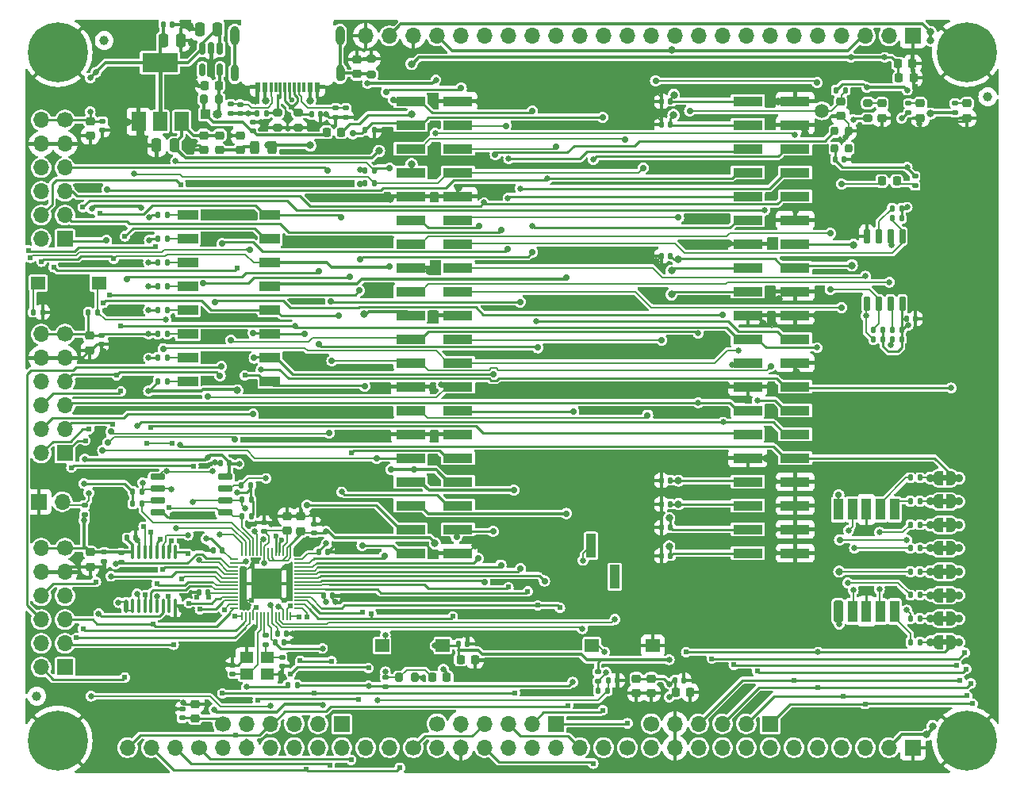
<source format=gbr>
G04 #@! TF.GenerationSoftware,KiCad,Pcbnew,8.0.1-8.0.1-1~ubuntu22.04.1*
G04 #@! TF.CreationDate,2024-04-26T22:25:13-04:00*
G04 #@! TF.ProjectId,tinytapeout-demo,74696e79-7461-4706-956f-75742d64656d,1.2.2*
G04 #@! TF.SameCoordinates,PX35e1f20PY8044ea0*
G04 #@! TF.FileFunction,Copper,L1,Top*
G04 #@! TF.FilePolarity,Positive*
%FSLAX46Y46*%
G04 Gerber Fmt 4.6, Leading zero omitted, Abs format (unit mm)*
G04 Created by KiCad (PCBNEW 8.0.1-8.0.1-1~ubuntu22.04.1) date 2024-04-26 22:25:13*
%MOMM*%
%LPD*%
G01*
G04 APERTURE LIST*
G04 Aperture macros list*
%AMRoundRect*
0 Rectangle with rounded corners*
0 $1 Rounding radius*
0 $2 $3 $4 $5 $6 $7 $8 $9 X,Y pos of 4 corners*
0 Add a 4 corners polygon primitive as box body*
4,1,4,$2,$3,$4,$5,$6,$7,$8,$9,$2,$3,0*
0 Add four circle primitives for the rounded corners*
1,1,$1+$1,$2,$3*
1,1,$1+$1,$4,$5*
1,1,$1+$1,$6,$7*
1,1,$1+$1,$8,$9*
0 Add four rect primitives between the rounded corners*
20,1,$1+$1,$2,$3,$4,$5,0*
20,1,$1+$1,$4,$5,$6,$7,0*
20,1,$1+$1,$6,$7,$8,$9,0*
20,1,$1+$1,$8,$9,$2,$3,0*%
%AMFreePoly0*
4,1,19,0.500000,-0.750000,0.000000,-0.750000,0.000000,-0.744911,-0.071157,-0.744911,-0.207708,-0.704816,-0.327430,-0.627875,-0.420627,-0.520320,-0.479746,-0.390866,-0.500000,-0.250000,-0.500000,0.250000,-0.479746,0.390866,-0.420627,0.520320,-0.327430,0.627875,-0.207708,0.704816,-0.071157,0.744911,0.000000,0.744911,0.000000,0.750000,0.500000,0.750000,0.500000,-0.750000,0.500000,-0.750000,
$1*%
%AMFreePoly1*
4,1,19,0.000000,0.744911,0.071157,0.744911,0.207708,0.704816,0.327430,0.627875,0.420627,0.520320,0.479746,0.390866,0.500000,0.250000,0.500000,-0.250000,0.479746,-0.390866,0.420627,-0.520320,0.327430,-0.627875,0.207708,-0.704816,0.071157,-0.744911,0.000000,-0.744911,0.000000,-0.750000,-0.500000,-0.750000,-0.500000,0.750000,0.000000,0.750000,0.000000,0.744911,0.000000,0.744911,
$1*%
G04 Aperture macros list end*
G04 #@! TA.AperFunction,EtchedComponent*
%ADD10C,0.000000*%
G04 #@! TD*
G04 #@! TA.AperFunction,ComponentPad*
%ADD11C,0.900000*%
G04 #@! TD*
G04 #@! TA.AperFunction,SMDPad,CuDef*
%ADD12FreePoly0,180.000000*%
G04 #@! TD*
G04 #@! TA.AperFunction,SMDPad,CuDef*
%ADD13FreePoly1,180.000000*%
G04 #@! TD*
G04 #@! TA.AperFunction,SMDPad,CuDef*
%ADD14RoundRect,0.225000X0.225000X0.250000X-0.225000X0.250000X-0.225000X-0.250000X0.225000X-0.250000X0*%
G04 #@! TD*
G04 #@! TA.AperFunction,ComponentPad*
%ADD15C,0.620000*%
G04 #@! TD*
G04 #@! TA.AperFunction,SMDPad,CuDef*
%ADD16RoundRect,0.135000X0.185000X-0.135000X0.185000X0.135000X-0.185000X0.135000X-0.185000X-0.135000X0*%
G04 #@! TD*
G04 #@! TA.AperFunction,SMDPad,CuDef*
%ADD17RoundRect,0.225000X-0.250000X0.225000X-0.250000X-0.225000X0.250000X-0.225000X0.250000X0.225000X0*%
G04 #@! TD*
G04 #@! TA.AperFunction,SMDPad,CuDef*
%ADD18RoundRect,0.140000X-0.140000X-0.170000X0.140000X-0.170000X0.140000X0.170000X-0.140000X0.170000X0*%
G04 #@! TD*
G04 #@! TA.AperFunction,SMDPad,CuDef*
%ADD19RoundRect,0.135000X-0.185000X0.135000X-0.185000X-0.135000X0.185000X-0.135000X0.185000X0.135000X0*%
G04 #@! TD*
G04 #@! TA.AperFunction,ComponentPad*
%ADD20C,6.400000*%
G04 #@! TD*
G04 #@! TA.AperFunction,SMDPad,CuDef*
%ADD21C,1.000000*%
G04 #@! TD*
G04 #@! TA.AperFunction,SMDPad,CuDef*
%ADD22RoundRect,0.135000X0.135000X0.185000X-0.135000X0.185000X-0.135000X-0.185000X0.135000X-0.185000X0*%
G04 #@! TD*
G04 #@! TA.AperFunction,SMDPad,CuDef*
%ADD23R,0.600000X1.100000*%
G04 #@! TD*
G04 #@! TA.AperFunction,SMDPad,CuDef*
%ADD24R,0.300000X1.100000*%
G04 #@! TD*
G04 #@! TA.AperFunction,ComponentPad*
%ADD25O,0.950000X2.100000*%
G04 #@! TD*
G04 #@! TA.AperFunction,ComponentPad*
%ADD26O,0.900000X1.800000*%
G04 #@! TD*
G04 #@! TA.AperFunction,SMDPad,CuDef*
%ADD27RoundRect,0.225000X0.250000X-0.225000X0.250000X0.225000X-0.250000X0.225000X-0.250000X-0.225000X0*%
G04 #@! TD*
G04 #@! TA.AperFunction,ComponentPad*
%ADD28R,1.700000X1.700000*%
G04 #@! TD*
G04 #@! TA.AperFunction,ComponentPad*
%ADD29O,1.700000X1.700000*%
G04 #@! TD*
G04 #@! TA.AperFunction,ComponentPad*
%ADD30C,1.700000*%
G04 #@! TD*
G04 #@! TA.AperFunction,SMDPad,CuDef*
%ADD31RoundRect,0.250000X0.250000X0.475000X-0.250000X0.475000X-0.250000X-0.475000X0.250000X-0.475000X0*%
G04 #@! TD*
G04 #@! TA.AperFunction,SMDPad,CuDef*
%ADD32RoundRect,0.135000X-0.135000X-0.185000X0.135000X-0.185000X0.135000X0.185000X-0.135000X0.185000X0*%
G04 #@! TD*
G04 #@! TA.AperFunction,SMDPad,CuDef*
%ADD33RoundRect,0.140000X-0.170000X0.140000X-0.170000X-0.140000X0.170000X-0.140000X0.170000X0.140000X0*%
G04 #@! TD*
G04 #@! TA.AperFunction,SMDPad,CuDef*
%ADD34RoundRect,0.200000X-0.200000X-0.275000X0.200000X-0.275000X0.200000X0.275000X-0.200000X0.275000X0*%
G04 #@! TD*
G04 #@! TA.AperFunction,SMDPad,CuDef*
%ADD35RoundRect,0.140000X0.170000X-0.140000X0.170000X0.140000X-0.170000X0.140000X-0.170000X-0.140000X0*%
G04 #@! TD*
G04 #@! TA.AperFunction,SMDPad,CuDef*
%ADD36C,0.500000*%
G04 #@! TD*
G04 #@! TA.AperFunction,SMDPad,CuDef*
%ADD37R,1.400000X1.200000*%
G04 #@! TD*
G04 #@! TA.AperFunction,SMDPad,CuDef*
%ADD38RoundRect,0.200000X0.275000X-0.200000X0.275000X0.200000X-0.275000X0.200000X-0.275000X-0.200000X0*%
G04 #@! TD*
G04 #@! TA.AperFunction,SMDPad,CuDef*
%ADD39RoundRect,0.050000X-0.050000X-0.050000X0.050000X-0.050000X0.050000X0.050000X-0.050000X0.050000X0*%
G04 #@! TD*
G04 #@! TA.AperFunction,ComponentPad*
%ADD40R,1.000000X1.000000*%
G04 #@! TD*
G04 #@! TA.AperFunction,ComponentPad*
%ADD41O,1.000000X1.000000*%
G04 #@! TD*
G04 #@! TA.AperFunction,SMDPad,CuDef*
%ADD42RoundRect,0.140000X0.140000X0.170000X-0.140000X0.170000X-0.140000X-0.170000X0.140000X-0.170000X0*%
G04 #@! TD*
G04 #@! TA.AperFunction,SMDPad,CuDef*
%ADD43R,1.500000X1.400000*%
G04 #@! TD*
G04 #@! TA.AperFunction,SMDPad,CuDef*
%ADD44R,1.000000X2.510000*%
G04 #@! TD*
G04 #@! TA.AperFunction,SMDPad,CuDef*
%ADD45RoundRect,0.200000X0.200000X0.275000X-0.200000X0.275000X-0.200000X-0.275000X0.200000X-0.275000X0*%
G04 #@! TD*
G04 #@! TA.AperFunction,SMDPad,CuDef*
%ADD46R,2.200000X1.100000*%
G04 #@! TD*
G04 #@! TA.AperFunction,SMDPad,CuDef*
%ADD47RoundRect,0.150000X-0.150000X0.650000X-0.150000X-0.650000X0.150000X-0.650000X0.150000X0.650000X0*%
G04 #@! TD*
G04 #@! TA.AperFunction,SMDPad,CuDef*
%ADD48RoundRect,0.200000X0.300000X-0.950000X0.300000X0.950000X-0.300000X0.950000X-0.300000X-0.950000X0*%
G04 #@! TD*
G04 #@! TA.AperFunction,SMDPad,CuDef*
%ADD49R,1.000000X2.300000*%
G04 #@! TD*
G04 #@! TA.AperFunction,SMDPad,CuDef*
%ADD50RoundRect,0.150000X-0.650000X-0.150000X0.650000X-0.150000X0.650000X0.150000X-0.650000X0.150000X0*%
G04 #@! TD*
G04 #@! TA.AperFunction,SMDPad,CuDef*
%ADD51RoundRect,0.050000X-0.387500X-0.050000X0.387500X-0.050000X0.387500X0.050000X-0.387500X0.050000X0*%
G04 #@! TD*
G04 #@! TA.AperFunction,SMDPad,CuDef*
%ADD52RoundRect,0.050000X-0.050000X-0.387500X0.050000X-0.387500X0.050000X0.387500X-0.050000X0.387500X0*%
G04 #@! TD*
G04 #@! TA.AperFunction,SMDPad,CuDef*
%ADD53R,3.200000X3.200000*%
G04 #@! TD*
G04 #@! TA.AperFunction,SMDPad,CuDef*
%ADD54RoundRect,0.243750X0.243750X0.456250X-0.243750X0.456250X-0.243750X-0.456250X0.243750X-0.456250X0*%
G04 #@! TD*
G04 #@! TA.AperFunction,SMDPad,CuDef*
%ADD55RoundRect,0.218750X-0.218750X-0.256250X0.218750X-0.256250X0.218750X0.256250X-0.218750X0.256250X0*%
G04 #@! TD*
G04 #@! TA.AperFunction,SMDPad,CuDef*
%ADD56RoundRect,0.200000X0.200000X0.250000X-0.200000X0.250000X-0.200000X-0.250000X0.200000X-0.250000X0*%
G04 #@! TD*
G04 #@! TA.AperFunction,SMDPad,CuDef*
%ADD57RoundRect,0.100000X0.100000X-0.637500X0.100000X0.637500X-0.100000X0.637500X-0.100000X-0.637500X0*%
G04 #@! TD*
G04 #@! TA.AperFunction,SMDPad,CuDef*
%ADD58RoundRect,0.150000X-0.150000X0.512500X-0.150000X-0.512500X0.150000X-0.512500X0.150000X0.512500X0*%
G04 #@! TD*
G04 #@! TA.AperFunction,SMDPad,CuDef*
%ADD59R,1.500000X2.000000*%
G04 #@! TD*
G04 #@! TA.AperFunction,SMDPad,CuDef*
%ADD60R,3.800000X2.000000*%
G04 #@! TD*
G04 #@! TA.AperFunction,SMDPad,CuDef*
%ADD61R,3.150000X1.000000*%
G04 #@! TD*
G04 #@! TA.AperFunction,SMDPad,CuDef*
%ADD62RoundRect,0.218750X0.256250X-0.218750X0.256250X0.218750X-0.256250X0.218750X-0.256250X-0.218750X0*%
G04 #@! TD*
G04 #@! TA.AperFunction,SMDPad,CuDef*
%ADD63C,1.500000*%
G04 #@! TD*
G04 #@! TA.AperFunction,SMDPad,CuDef*
%ADD64RoundRect,0.250000X-0.250000X-0.475000X0.250000X-0.475000X0.250000X0.475000X-0.250000X0.475000X0*%
G04 #@! TD*
G04 #@! TA.AperFunction,ViaPad*
%ADD65C,0.650000*%
G04 #@! TD*
G04 #@! TA.AperFunction,ViaPad*
%ADD66C,0.800000*%
G04 #@! TD*
G04 #@! TA.AperFunction,ViaPad*
%ADD67C,0.620000*%
G04 #@! TD*
G04 #@! TA.AperFunction,ViaPad*
%ADD68C,0.700000*%
G04 #@! TD*
G04 #@! TA.AperFunction,ViaPad*
%ADD69C,0.600000*%
G04 #@! TD*
G04 #@! TA.AperFunction,Conductor*
%ADD70C,0.200000*%
G04 #@! TD*
G04 #@! TA.AperFunction,Conductor*
%ADD71C,0.300000*%
G04 #@! TD*
G04 #@! TA.AperFunction,Conductor*
%ADD72C,0.250000*%
G04 #@! TD*
G04 #@! TA.AperFunction,Conductor*
%ADD73C,0.180000*%
G04 #@! TD*
G04 #@! TA.AperFunction,Conductor*
%ADD74C,0.400000*%
G04 #@! TD*
G04 #@! TA.AperFunction,Conductor*
%ADD75C,0.160000*%
G04 #@! TD*
G04 #@! TA.AperFunction,Conductor*
%ADD76C,0.245000*%
G04 #@! TD*
G04 #@! TA.AperFunction,Conductor*
%ADD77C,0.230000*%
G04 #@! TD*
G04 APERTURE END LIST*
D10*
G04 #@! TA.AperFunction,EtchedComponent*
G04 #@! TO.C,JP7*
G36*
X97650000Y16480000D02*
G01*
X97150000Y16480000D01*
X97150000Y17080000D01*
X97650000Y17080000D01*
X97650000Y16480000D01*
G37*
G04 #@! TD.AperFunction*
G04 #@! TA.AperFunction,EtchedComponent*
G36*
X98650000Y16480000D02*
G01*
X98150000Y16480000D01*
X98150000Y17080000D01*
X98650000Y17080000D01*
X98650000Y16480000D01*
G37*
G04 #@! TD.AperFunction*
G04 #@! TA.AperFunction,EtchedComponent*
G36*
X99650000Y16480000D02*
G01*
X99150000Y16480000D01*
X99150000Y17080000D01*
X99650000Y17080000D01*
X99650000Y16480000D01*
G37*
G04 #@! TD.AperFunction*
G04 #@! TA.AperFunction,EtchedComponent*
G04 #@! TO.C,JP1*
G36*
X97650000Y31480000D02*
G01*
X97150000Y31480000D01*
X97150000Y32080000D01*
X97650000Y32080000D01*
X97650000Y31480000D01*
G37*
G04 #@! TD.AperFunction*
G04 #@! TA.AperFunction,EtchedComponent*
G36*
X98650000Y31480000D02*
G01*
X98150000Y31480000D01*
X98150000Y32080000D01*
X98650000Y32080000D01*
X98650000Y31480000D01*
G37*
G04 #@! TD.AperFunction*
G04 #@! TA.AperFunction,EtchedComponent*
G36*
X99650000Y31480000D02*
G01*
X99150000Y31480000D01*
X99150000Y32080000D01*
X99650000Y32080000D01*
X99650000Y31480000D01*
G37*
G04 #@! TD.AperFunction*
G04 #@! TA.AperFunction,EtchedComponent*
G04 #@! TO.C,NT1*
G36*
X11250000Y17600000D02*
G01*
X10750000Y17600000D01*
X10750000Y18600000D01*
X11250000Y18600000D01*
X11250000Y17600000D01*
G37*
G04 #@! TD.AperFunction*
G04 #@! TA.AperFunction,EtchedComponent*
G04 #@! TO.C,JP3*
G36*
X97650000Y26480000D02*
G01*
X97150000Y26480000D01*
X97150000Y27080000D01*
X97650000Y27080000D01*
X97650000Y26480000D01*
G37*
G04 #@! TD.AperFunction*
G04 #@! TA.AperFunction,EtchedComponent*
G36*
X98650000Y26480000D02*
G01*
X98150000Y26480000D01*
X98150000Y27080000D01*
X98650000Y27080000D01*
X98650000Y26480000D01*
G37*
G04 #@! TD.AperFunction*
G04 #@! TA.AperFunction,EtchedComponent*
G36*
X99650000Y26480000D02*
G01*
X99150000Y26480000D01*
X99150000Y27080000D01*
X99650000Y27080000D01*
X99650000Y26480000D01*
G37*
G04 #@! TD.AperFunction*
G04 #@! TA.AperFunction,EtchedComponent*
G04 #@! TO.C,JP8*
G36*
X97650000Y13980000D02*
G01*
X97150000Y13980000D01*
X97150000Y14580000D01*
X97650000Y14580000D01*
X97650000Y13980000D01*
G37*
G04 #@! TD.AperFunction*
G04 #@! TA.AperFunction,EtchedComponent*
G36*
X98650000Y13980000D02*
G01*
X98150000Y13980000D01*
X98150000Y14580000D01*
X98650000Y14580000D01*
X98650000Y13980000D01*
G37*
G04 #@! TD.AperFunction*
G04 #@! TA.AperFunction,EtchedComponent*
G36*
X99650000Y13980000D02*
G01*
X99150000Y13980000D01*
X99150000Y14580000D01*
X99650000Y14580000D01*
X99650000Y13980000D01*
G37*
G04 #@! TD.AperFunction*
G04 #@! TA.AperFunction,EtchedComponent*
G04 #@! TO.C,JP2*
G36*
X97650000Y28980000D02*
G01*
X97150000Y28980000D01*
X97150000Y29580000D01*
X97650000Y29580000D01*
X97650000Y28980000D01*
G37*
G04 #@! TD.AperFunction*
G04 #@! TA.AperFunction,EtchedComponent*
G36*
X98650000Y28980000D02*
G01*
X98150000Y28980000D01*
X98150000Y29580000D01*
X98650000Y29580000D01*
X98650000Y28980000D01*
G37*
G04 #@! TD.AperFunction*
G04 #@! TA.AperFunction,EtchedComponent*
G36*
X99650000Y28980000D02*
G01*
X99150000Y28980000D01*
X99150000Y29580000D01*
X99650000Y29580000D01*
X99650000Y28980000D01*
G37*
G04 #@! TD.AperFunction*
G04 #@! TA.AperFunction,EtchedComponent*
G04 #@! TO.C,JP5*
G36*
X97650000Y21480000D02*
G01*
X97150000Y21480000D01*
X97150000Y22080000D01*
X97650000Y22080000D01*
X97650000Y21480000D01*
G37*
G04 #@! TD.AperFunction*
G04 #@! TA.AperFunction,EtchedComponent*
G36*
X98650000Y21480000D02*
G01*
X98150000Y21480000D01*
X98150000Y22080000D01*
X98650000Y22080000D01*
X98650000Y21480000D01*
G37*
G04 #@! TD.AperFunction*
G04 #@! TA.AperFunction,EtchedComponent*
G36*
X99650000Y21480000D02*
G01*
X99150000Y21480000D01*
X99150000Y22080000D01*
X99650000Y22080000D01*
X99650000Y21480000D01*
G37*
G04 #@! TD.AperFunction*
G04 #@! TA.AperFunction,EtchedComponent*
G04 #@! TO.C,JP6*
G36*
X97650000Y18980000D02*
G01*
X97150000Y18980000D01*
X97150000Y19580000D01*
X97650000Y19580000D01*
X97650000Y18980000D01*
G37*
G04 #@! TD.AperFunction*
G04 #@! TA.AperFunction,EtchedComponent*
G36*
X98650000Y18980000D02*
G01*
X98150000Y18980000D01*
X98150000Y19580000D01*
X98650000Y19580000D01*
X98650000Y18980000D01*
G37*
G04 #@! TD.AperFunction*
G04 #@! TA.AperFunction,EtchedComponent*
G36*
X99650000Y18980000D02*
G01*
X99150000Y18980000D01*
X99150000Y19580000D01*
X99650000Y19580000D01*
X99650000Y18980000D01*
G37*
G04 #@! TD.AperFunction*
G04 #@! TA.AperFunction,EtchedComponent*
G04 #@! TO.C,JP4*
G36*
X97650000Y23980000D02*
G01*
X97150000Y23980000D01*
X97150000Y24580000D01*
X97650000Y24580000D01*
X97650000Y23980000D01*
G37*
G04 #@! TD.AperFunction*
G04 #@! TA.AperFunction,EtchedComponent*
G36*
X98650000Y23980000D02*
G01*
X98150000Y23980000D01*
X98150000Y24580000D01*
X98650000Y24580000D01*
X98650000Y23980000D01*
G37*
G04 #@! TD.AperFunction*
G04 #@! TA.AperFunction,EtchedComponent*
G36*
X99650000Y23980000D02*
G01*
X99150000Y23980000D01*
X99150000Y24580000D01*
X99650000Y24580000D01*
X99650000Y23980000D01*
G37*
G04 #@! TD.AperFunction*
G04 #@! TD*
D11*
G04 #@! TO.P,JP7,1,A*
G04 #@! TO.N,out6*
X99900000Y16780000D03*
D12*
X99050000Y16780000D03*
D13*
G04 #@! TO.P,JP7,2,B*
G04 #@! TO.N,Net-(JP7-B)*
X97750000Y16780000D03*
D11*
X96900000Y16780000D03*
G04 #@! TD*
D14*
G04 #@! TO.P,C21,1*
G04 #@! TO.N,GND*
X95075000Y74500000D03*
G04 #@! TO.P,C21,2*
G04 #@! TO.N,+1V8*
X93525000Y74500000D03*
G04 #@! TD*
D15*
G04 #@! TO.P,STITCH1,1*
G04 #@! TO.N,GND*
X27900000Y18700000D03*
G04 #@! TD*
G04 #@! TO.P,STITCH1,1*
G04 #@! TO.N,GND*
X17800000Y24800000D03*
G04 #@! TD*
G04 #@! TO.P,STITCH1,1*
G04 #@! TO.N,GND*
X95800000Y18000000D03*
G04 #@! TD*
G04 #@! TO.P,STITCH1,1*
G04 #@! TO.N,GND*
X54900000Y50100000D03*
G04 #@! TD*
D16*
G04 #@! TO.P,R15,1*
G04 #@! TO.N,+5V*
X99500000Y70790000D03*
G04 #@! TO.P,R15,2*
G04 #@! TO.N,Net-(D1-A)*
X99500000Y71810000D03*
G04 #@! TD*
D15*
G04 #@! TO.P,STITCH1,1*
G04 #@! TO.N,GND*
X62200000Y55600000D03*
G04 #@! TD*
D17*
G04 #@! TO.P,C32,1*
G04 #@! TO.N,GND*
X28200000Y27700000D03*
G04 #@! TO.P,C32,2*
G04 #@! TO.N,/RP2040/DVDD*
X28200000Y26150000D03*
G04 #@! TD*
D18*
G04 #@! TO.P,C23,1*
G04 #@! TO.N,GND*
X68195000Y72000000D03*
G04 #@! TO.P,C23,2*
G04 #@! TO.N,+3V3*
X69155000Y72000000D03*
G04 #@! TD*
G04 #@! TO.P,C36,1*
G04 #@! TO.N,+3V3*
X26920000Y14250000D03*
G04 #@! TO.P,C36,2*
G04 #@! TO.N,GND*
X27880000Y14250000D03*
G04 #@! TD*
D11*
G04 #@! TO.P,JP1,1,A*
G04 #@! TO.N,out0*
X99900000Y31780000D03*
D12*
X99050000Y31780000D03*
D13*
G04 #@! TO.P,JP1,2,B*
G04 #@! TO.N,Net-(JP1-B)*
X97750000Y31780000D03*
D11*
X96900000Y31780000D03*
G04 #@! TD*
D19*
G04 #@! TO.P,R20,1*
G04 #@! TO.N,/CC2*
X22200000Y71710000D03*
G04 #@! TO.P,R20,2*
G04 #@! TO.N,GND*
X22200000Y70690000D03*
G04 #@! TD*
D20*
G04 #@! TO.P,MT3,1,1*
G04 #@! TO.N,GND*
X3750000Y77250000D03*
G04 #@! TD*
D15*
G04 #@! TO.P,STITCH1,1*
G04 #@! TO.N,GND*
X87100000Y23000000D03*
G04 #@! TD*
G04 #@! TO.P,STITCH1,1*
G04 #@! TO.N,GND*
X83600000Y75600000D03*
G04 #@! TD*
D21*
G04 #@! TO.P,FID3,*
G04 #@! TO.N,*
X103000000Y72500000D03*
G04 #@! TD*
D15*
G04 #@! TO.P,STITCH1,1*
G04 #@! TO.N,GND*
X48600000Y40600000D03*
G04 #@! TD*
D22*
G04 #@! TO.P,R38,1*
G04 #@! TO.N,+3V3*
X24360000Y31050000D03*
G04 #@! TO.P,R38,2*
G04 #@! TO.N,/RP2040/QSPI_SD3*
X23340000Y31050000D03*
G04 #@! TD*
D15*
G04 #@! TO.P,STITCH1,1*
G04 #@! TO.N,GND*
X30700000Y50650000D03*
G04 #@! TD*
G04 #@! TO.P,STITCH8,1*
G04 #@! TO.N,GND*
X103700000Y64100000D03*
G04 #@! TD*
G04 #@! TO.P,STITCH1,1*
G04 #@! TO.N,GND*
X37600000Y38900000D03*
G04 #@! TD*
G04 #@! TO.P,STITCH1,1*
G04 #@! TO.N,GND*
X3400000Y53200000D03*
G04 #@! TD*
D23*
G04 #@! TO.P,J15,A1_B12,GND*
G04 #@! TO.N,GND*
X31450000Y73550000D03*
G04 #@! TO.P,J15,A4_B9,VBUS*
G04 #@! TO.N,VBUS*
X30650000Y73550000D03*
D24*
G04 #@! TO.P,J15,A5,CC1*
G04 #@! TO.N,/CC1*
X29500000Y73550000D03*
G04 #@! TO.P,J15,A6,DP1*
G04 #@! TO.N,usb_d+*
X28500000Y73550000D03*
G04 #@! TO.P,J15,A7,DN1*
G04 #@! TO.N,usb_d-*
X28000000Y73550000D03*
G04 #@! TO.P,J15,A8,SBU1*
G04 #@! TO.N,unconnected-(J15-SBU1-PadA8)*
X27000000Y73550000D03*
D23*
G04 #@! TO.P,J15,B1_A12,GND*
G04 #@! TO.N,GND*
X25050000Y73550000D03*
G04 #@! TO.P,J15,B4_A9,VBUS*
G04 #@! TO.N,VBUS*
X25850000Y73550000D03*
D24*
G04 #@! TO.P,J15,B5,CC2*
G04 #@! TO.N,/CC2*
X26500000Y73550000D03*
G04 #@! TO.P,J15,B6,DP2*
G04 #@! TO.N,usb_d+*
X27500000Y73550000D03*
G04 #@! TO.P,J15,B7,DN2*
G04 #@! TO.N,usb_d-*
X29000000Y73550000D03*
G04 #@! TO.P,J15,B8,SBU2*
G04 #@! TO.N,unconnected-(J15-SBU2-PadB8)*
X30000000Y73550000D03*
D25*
G04 #@! TO.P,J15,S1,SHIELD*
G04 #@! TO.N,Net-(C3-Pad1)*
X33870000Y79000000D03*
D26*
G04 #@! TO.P,J15,S2,SHIELD*
X22630000Y75000000D03*
G04 #@! TO.P,J15,S3,SHIELD*
X33870000Y75000000D03*
D25*
G04 #@! TO.P,J15,S4,SHIELD*
X22630000Y79000000D03*
G04 #@! TD*
D15*
G04 #@! TO.P,STITCH1,1*
G04 #@! TO.N,GND*
X67400000Y75600000D03*
G04 #@! TD*
G04 #@! TO.P,STITCH1,1*
G04 #@! TO.N,GND*
X11200000Y54700000D03*
G04 #@! TD*
D27*
G04 #@! TO.P,C48,1*
G04 #@! TO.N,/vfused*
X23200000Y66825000D03*
G04 #@! TO.P,C48,2*
G04 #@! TO.N,GND*
X23200000Y68375000D03*
G04 #@! TD*
D28*
G04 #@! TO.P,J13,1,IO1*
G04 #@! TO.N,in0*
X4500000Y34440000D03*
D29*
G04 #@! TO.P,J13,2,IO2*
G04 #@! TO.N,in2*
X4500000Y36980000D03*
G04 #@! TO.P,J13,3,IO3*
G04 #@! TO.N,out3*
X4500000Y39520000D03*
G04 #@! TO.P,J13,4,IO4*
G04 #@! TO.N,in1*
X4500000Y42060000D03*
G04 #@! TO.P,J13,5,GND*
G04 #@! TO.N,GND*
X4500000Y44600000D03*
D30*
G04 #@! TO.P,J13,6,VCC*
G04 #@! TO.N,+3V3*
X4500000Y47140000D03*
D29*
G04 #@! TO.P,J13,7,IO5*
G04 #@! TO.N,in4*
X1960000Y34440000D03*
G04 #@! TO.P,J13,8,IO6*
G04 #@! TO.N,in6*
X1960000Y36980000D03*
G04 #@! TO.P,J13,9,IO7*
G04 #@! TO.N,out7*
X1960000Y39520000D03*
G04 #@! TO.P,J13,10,IO8*
G04 #@! TO.N,in5*
X1960000Y42060000D03*
G04 #@! TO.P,J13,11,GND*
G04 #@! TO.N,GND*
X1960000Y44600000D03*
G04 #@! TO.P,J13,12,VCC*
G04 #@! TO.N,+3V3*
X1960000Y47140000D03*
G04 #@! TD*
D15*
G04 #@! TO.P,STITCH1,1*
G04 #@! TO.N,GND*
X43900000Y36400000D03*
G04 #@! TD*
D31*
G04 #@! TO.P,C6,1*
G04 #@! TO.N,+5V*
X16190000Y67290000D03*
G04 #@! TO.P,C6,2*
G04 #@! TO.N,GND*
X14290000Y67290000D03*
G04 #@! TD*
D15*
G04 #@! TO.P,STITCH1,1*
G04 #@! TO.N,GND*
X31700000Y38900000D03*
G04 #@! TD*
G04 #@! TO.P,STITCH11,1*
G04 #@! TO.N,GND*
X53060000Y800000D03*
G04 #@! TD*
G04 #@! TO.P,STITCH1,1*
G04 #@! TO.N,GND*
X20000000Y48800000D03*
G04 #@! TD*
G04 #@! TO.P,STITCH1,1*
G04 #@! TO.N,GND*
X37600000Y52100000D03*
G04 #@! TD*
D32*
G04 #@! TO.P,R5,1*
G04 #@! TO.N,+3V3*
X14390000Y52271429D03*
G04 #@! TO.P,R5,2*
G04 #@! TO.N,Net-(R5-Pad2)*
X15410000Y52271429D03*
G04 #@! TD*
D15*
G04 #@! TO.P,STITCH1,1*
G04 #@! TO.N,GND*
X62200000Y45300000D03*
G04 #@! TD*
D33*
G04 #@! TO.P,C56,1*
G04 #@! TO.N,+3V3*
X8700000Y23880000D03*
G04 #@! TO.P,C56,2*
G04 #@! TO.N,GND*
X8700000Y22920000D03*
G04 #@! TD*
D31*
G04 #@! TO.P,C7,1*
G04 #@! TO.N,+3V3*
X20800000Y79700000D03*
G04 #@! TO.P,C7,2*
G04 #@! TO.N,GND*
X18900000Y79700000D03*
G04 #@! TD*
D15*
G04 #@! TO.P,STITCH1,1*
G04 #@! TO.N,GND*
X26000000Y20500000D03*
G04 #@! TD*
G04 #@! TO.P,STITCH1,1*
G04 #@! TO.N,GND*
X70900000Y75600000D03*
G04 #@! TD*
G04 #@! TO.P,STITCH1,1*
G04 #@! TO.N,GND*
X74050000Y65100000D03*
G04 #@! TD*
G04 #@! TO.P,STITCH1,1*
G04 #@! TO.N,GND*
X29200000Y63200000D03*
G04 #@! TD*
D34*
G04 #@! TO.P,R7,1*
G04 #@! TO.N,Net-(C1-Pad2)*
X40175000Y10500000D03*
G04 #@! TO.P,R7,2*
G04 #@! TO.N,GND*
X41825000Y10500000D03*
G04 #@! TD*
D15*
G04 #@! TO.P,STITCH1,1*
G04 #@! TO.N,GND*
X54700000Y17200000D03*
G04 #@! TD*
D32*
G04 #@! TO.P,R1,1*
G04 #@! TO.N,+3V3*
X14390000Y42100000D03*
G04 #@! TO.P,R1,2*
G04 #@! TO.N,Net-(R1-Pad2)*
X15410000Y42100000D03*
G04 #@! TD*
D35*
G04 #@! TO.P,C29,1*
G04 #@! TO.N,Net-(U6-XIN)*
X22400000Y10870000D03*
G04 #@! TO.P,C29,2*
G04 #@! TO.N,GND*
X22400000Y11830000D03*
G04 #@! TD*
D15*
G04 #@! TO.P,STITCH1,1*
G04 #@! TO.N,GND*
X62200000Y65300000D03*
G04 #@! TD*
D30*
G04 #@! TO.P,J2,1,Pin_1*
G04 #@! TO.N,in0*
X18810000Y3000000D03*
D29*
G04 #@! TO.P,J2,2,Pin_2*
G04 #@! TO.N,in1*
X16270000Y3000000D03*
G04 #@! TO.P,J2,3,Pin_3*
G04 #@! TO.N,in2*
X13730000Y3000000D03*
G04 #@! TO.P,J2,4,Pin_4*
G04 #@! TO.N,in3*
X11190000Y3000000D03*
G04 #@! TD*
D15*
G04 #@! TO.P,STITCH1,1*
G04 #@! TO.N,GND*
X8900000Y19100000D03*
G04 #@! TD*
G04 #@! TO.P,STITCH1,1*
G04 #@! TO.N,GND*
X38900000Y5600000D03*
G04 #@! TD*
D18*
G04 #@! TO.P,C24,1*
G04 #@! TO.N,GND*
X68195000Y29000000D03*
G04 #@! TO.P,C24,2*
G04 #@! TO.N,+1V8*
X69155000Y29000000D03*
G04 #@! TD*
G04 #@! TO.P,C8,1*
G04 #@! TO.N,+3V3*
X46520000Y14100000D03*
G04 #@! TO.P,C8,2*
G04 #@! TO.N,GND*
X47480000Y14100000D03*
G04 #@! TD*
D15*
G04 #@! TO.P,STITCH4,1*
G04 #@! TO.N,GND*
X103700000Y44100000D03*
G04 #@! TD*
D36*
G04 #@! TO.P,NT1,1,1*
G04 #@! TO.N,HK_CSB*
X11000000Y18600000D03*
G04 #@! TO.P,NT1,2,2*
G04 #@! TO.N,MUX_SEL*
X11000000Y17600000D03*
G04 #@! TD*
D15*
G04 #@! TO.P,STITCH16,1*
G04 #@! TO.N,GND*
X78460000Y800000D03*
G04 #@! TD*
D37*
G04 #@! TO.P,Y1,1,1*
G04 #@! TO.N,Net-(U6-XIN)*
X23900000Y10900000D03*
G04 #@! TO.P,Y1,2,2*
G04 #@! TO.N,GND*
X26100000Y10900000D03*
G04 #@! TO.P,Y1,3,3*
G04 #@! TO.N,Net-(C30-Pad1)*
X26100000Y12600000D03*
G04 #@! TO.P,Y1,4,4*
G04 #@! TO.N,GND*
X23900000Y12600000D03*
G04 #@! TD*
D15*
G04 #@! TO.P,STITCH1,1*
G04 #@! TO.N,GND*
X71300000Y27400000D03*
G04 #@! TD*
G04 #@! TO.P,STITCH1,1*
G04 #@! TO.N,GND*
X83500000Y6800000D03*
G04 #@! TD*
G04 #@! TO.P,STITCH1,1*
G04 #@! TO.N,GND*
X3700000Y9000000D03*
G04 #@! TD*
D38*
G04 #@! TO.P,R18,1*
G04 #@! TO.N,+1V8*
X90200000Y70175000D03*
G04 #@! TO.P,R18,2*
G04 #@! TO.N,Net-(D3-A)*
X90200000Y71825000D03*
G04 #@! TD*
D15*
G04 #@! TO.P,STITCH17,1*
G04 #@! TO.N,GND*
X83540000Y800000D03*
G04 #@! TD*
G04 #@! TO.P,STITCH1,1*
G04 #@! TO.N,GND*
X10300000Y29300000D03*
G04 #@! TD*
G04 #@! TO.P,STITCH1,1*
G04 #@! TO.N,GND*
X29500000Y29950000D03*
G04 #@! TD*
G04 #@! TO.P,STITCH1,1*
G04 #@! TO.N,GND*
X35700000Y5600000D03*
G04 #@! TD*
G04 #@! TO.P,STITCH1,1*
G04 #@! TO.N,GND*
X75200000Y9550000D03*
G04 #@! TD*
G04 #@! TO.P,STITCH1,1*
G04 #@! TO.N,GND*
X48800000Y66000000D03*
G04 #@! TD*
G04 #@! TO.P,STITCH1,1*
G04 #@! TO.N,GND*
X86000000Y37500000D03*
G04 #@! TD*
D33*
G04 #@! TO.P,C58,1*
G04 #@! TO.N,+3V3*
X8500000Y69880000D03*
G04 #@! TO.P,C58,2*
G04 #@! TO.N,GND*
X8500000Y68920000D03*
G04 #@! TD*
D15*
G04 #@! TO.P,STITCH1,1*
G04 #@! TO.N,GND*
X32400000Y29950000D03*
G04 #@! TD*
G04 #@! TO.P,STITCH1,1*
G04 #@! TO.N,GND*
X66600000Y26500000D03*
G04 #@! TD*
G04 #@! TO.P,STITCH1,1*
G04 #@! TO.N,GND*
X66600000Y23500000D03*
G04 #@! TD*
D18*
G04 #@! TO.P,C27,1*
G04 #@! TO.N,+3V3*
X11120000Y25400000D03*
G04 #@! TO.P,C27,2*
G04 #@! TO.N,GND*
X12080000Y25400000D03*
G04 #@! TD*
D15*
G04 #@! TO.P,STITCH1,1*
G04 #@! TO.N,GND*
X48100000Y75600000D03*
G04 #@! TD*
G04 #@! TO.P,STITCH1,1*
G04 #@! TO.N,GND*
X35850000Y1200000D03*
G04 #@! TD*
D32*
G04 #@! TO.P,R11,1*
G04 #@! TO.N,+3V3*
X14390000Y59900000D03*
G04 #@! TO.P,R11,2*
G04 #@! TO.N,Net-(R11-Pad2)*
X15410000Y59900000D03*
G04 #@! TD*
D15*
G04 #@! TO.P,STITCH1,1*
G04 #@! TO.N,GND*
X15850000Y71800000D03*
G04 #@! TD*
D27*
G04 #@! TO.P,C16,1*
G04 #@! TO.N,GND*
X67100000Y8825000D03*
G04 #@! TO.P,C16,2*
G04 #@! TO.N,+3V3*
X67100000Y10375000D03*
G04 #@! TD*
D15*
G04 #@! TO.P,STITCH1,1*
G04 #@! TO.N,GND*
X50100000Y17200000D03*
G04 #@! TD*
G04 #@! TO.P,STITCH6,1*
G04 #@! TO.N,GND*
X42900000Y800000D03*
G04 #@! TD*
G04 #@! TO.P,STITCH1,1*
G04 #@! TO.N,GND*
X29200000Y57000000D03*
G04 #@! TD*
D39*
G04 #@! TO.P,J18,1,1*
G04 #@! TO.N,GND*
X79920000Y47900000D03*
G04 #@! TD*
D22*
G04 #@! TO.P,R43,1*
G04 #@! TO.N,+3V3*
X93810000Y59500000D03*
G04 #@! TO.P,R43,2*
G04 #@! TO.N,Caravel_CSB*
X92790000Y59500000D03*
G04 #@! TD*
D15*
G04 #@! TO.P,STITCH1,1*
G04 #@! TO.N,GND*
X3400000Y49500000D03*
G04 #@! TD*
D33*
G04 #@! TO.P,C46,1*
G04 #@! TO.N,/CC1*
X34500000Y71280000D03*
G04 #@! TO.P,C46,2*
G04 #@! TO.N,GND*
X34500000Y70320000D03*
G04 #@! TD*
D35*
G04 #@! TO.P,C4,1*
G04 #@! TO.N,+3V3*
X17020000Y6165000D03*
G04 #@! TO.P,C4,2*
G04 #@! TO.N,GND*
X17020000Y7125000D03*
G04 #@! TD*
D22*
G04 #@! TO.P,R24,1*
G04 #@! TO.N,Net-(JP3-B)*
X95765000Y26808572D03*
G04 #@! TO.P,R24,2*
G04 #@! TO.N,Net-(U1-C)*
X94745000Y26808572D03*
G04 #@! TD*
D15*
G04 #@! TO.P,STITCH1,1*
G04 #@! TO.N,GND*
X86000000Y43100000D03*
G04 #@! TD*
D22*
G04 #@! TO.P,R22,1*
G04 #@! TO.N,Net-(JP1-B)*
X95765000Y31820000D03*
G04 #@! TO.P,R22,2*
G04 #@! TO.N,Net-(U1-A)*
X94745000Y31820000D03*
G04 #@! TD*
D15*
G04 #@! TO.P,STITCH1,1*
G04 #@! TO.N,GND*
X35500000Y19000000D03*
G04 #@! TD*
G04 #@! TO.P,STITCH1,1*
G04 #@! TO.N,GND*
X31100000Y10300000D03*
G04 #@! TD*
G04 #@! TO.P,STITCH1,1*
G04 #@! TO.N,GND*
X59950000Y27100000D03*
G04 #@! TD*
D33*
G04 #@! TO.P,C47,1*
G04 #@! TO.N,/CC2*
X23200000Y71680000D03*
G04 #@! TO.P,C47,2*
G04 #@! TO.N,GND*
X23200000Y70720000D03*
G04 #@! TD*
D15*
G04 #@! TO.P,STITCH1,1*
G04 #@! TO.N,GND*
X26000000Y63200000D03*
G04 #@! TD*
G04 #@! TO.P,STITCH1,1*
G04 #@! TO.N,GND*
X63300000Y75600000D03*
G04 #@! TD*
D11*
G04 #@! TO.P,JP3,1,A*
G04 #@! TO.N,out2*
X99900000Y26780000D03*
D12*
X99050000Y26780000D03*
D13*
G04 #@! TO.P,JP3,2,B*
G04 #@! TO.N,Net-(JP3-B)*
X97750000Y26780000D03*
D11*
X96900000Y26780000D03*
G04 #@! TD*
D15*
G04 #@! TO.P,STITCH1,1*
G04 #@! TO.N,GND*
X900000Y72300000D03*
G04 #@! TD*
D40*
G04 #@! TO.P,J19,1,Pin_1*
G04 #@! TO.N,/1v8B*
X19500000Y70600000D03*
D41*
G04 #@! TO.P,J19,2,Pin_2*
G04 #@! TO.N,/1v8A*
X20770000Y70600000D03*
G04 #@! TD*
D15*
G04 #@! TO.P,STITCH1,1*
G04 #@! TO.N,GND*
X96800000Y6800000D03*
G04 #@! TD*
G04 #@! TO.P,STITCH1,1*
G04 #@! TO.N,GND*
X19600000Y9400000D03*
G04 #@! TD*
G04 #@! TO.P,STITCH7,1*
G04 #@! TO.N,GND*
X103700000Y59100000D03*
G04 #@! TD*
D32*
G04 #@! TO.P,R3,1*
G04 #@! TO.N,+3V3*
X14390000Y47185715D03*
G04 #@! TO.P,R3,2*
G04 #@! TO.N,Net-(R3-Pad2)*
X15410000Y47185715D03*
G04 #@! TD*
D15*
G04 #@! TO.P,STITCH13,1*
G04 #@! TO.N,GND*
X63220000Y800000D03*
G04 #@! TD*
G04 #@! TO.P,STITCH1,1*
G04 #@! TO.N,GND*
X12400000Y71800000D03*
G04 #@! TD*
D11*
G04 #@! TO.P,JP8,1,A*
G04 #@! TO.N,out7*
X99900000Y14280000D03*
D12*
X99050000Y14280000D03*
D13*
G04 #@! TO.P,JP8,2,B*
G04 #@! TO.N,Net-(JP8-B)*
X97750000Y14280000D03*
D11*
X96900000Y14280000D03*
G04 #@! TD*
D15*
G04 #@! TO.P,STITCH1,1*
G04 #@! TO.N,GND*
X59100000Y9200000D03*
G04 #@! TD*
D30*
G04 #@! TO.P,J8,1,Pin_1*
G04 #@! TO.N,uio0*
X64545000Y3000000D03*
D29*
G04 #@! TO.P,J8,2,Pin_2*
G04 #@! TO.N,uio1*
X62005000Y3000000D03*
G04 #@! TO.P,J8,3,Pin_3*
G04 #@! TO.N,uio2*
X59465000Y3000000D03*
G04 #@! TD*
D15*
G04 #@! TO.P,STITCH1,1*
G04 #@! TO.N,GND*
X12500000Y5200000D03*
G04 #@! TD*
G04 #@! TO.P,STITCH1,1*
G04 #@! TO.N,GND*
X72800000Y70250000D03*
G04 #@! TD*
G04 #@! TO.P,STITCH1,1*
G04 #@! TO.N,GND*
X10700000Y65600000D03*
G04 #@! TD*
G04 #@! TO.P,STITCH1,1*
G04 #@! TO.N,GND*
X80700000Y14200000D03*
G04 #@! TD*
D18*
G04 #@! TO.P,C2,1*
G04 #@! TO.N,~{project_rst}*
X62520000Y10200000D03*
G04 #@! TO.P,C2,2*
G04 #@! TO.N,GND*
X63480000Y10200000D03*
G04 #@! TD*
D28*
G04 #@! TO.P,J12,1,IO1*
G04 #@! TO.N,out4*
X4500000Y11580000D03*
D29*
G04 #@! TO.P,J12,2,IO2*
G04 #@! TO.N,out3*
X4500000Y14120000D03*
G04 #@! TO.P,J12,3,IO3*
G04 #@! TO.N,in2*
X4500000Y16660000D03*
G04 #@! TO.P,J12,4,IO4*
G04 #@! TO.N,out5*
X4500000Y19200000D03*
G04 #@! TO.P,J12,5,GND*
G04 #@! TO.N,GND*
X4500000Y21740000D03*
D30*
G04 #@! TO.P,J12,6,VCC*
G04 #@! TO.N,+3V3*
X4500000Y24280000D03*
D29*
G04 #@! TO.P,J12,7,IO5*
G04 #@! TO.N,uio0*
X1960000Y11580000D03*
G04 #@! TO.P,J12,8,IO6*
G04 #@! TO.N,out7*
X1960000Y14120000D03*
G04 #@! TO.P,J12,9,IO7*
G04 #@! TO.N,uio2*
X1960000Y16660000D03*
G04 #@! TO.P,J12,10,IO8*
G04 #@! TO.N,uio1*
X1960000Y19200000D03*
G04 #@! TO.P,J12,11,GND*
G04 #@! TO.N,GND*
X1960000Y21740000D03*
G04 #@! TO.P,J12,12,VCC*
G04 #@! TO.N,+3V3*
X1960000Y24280000D03*
G04 #@! TD*
D15*
G04 #@! TO.P,STITCH1,1*
G04 #@! TO.N,GND*
X101400000Y26600000D03*
G04 #@! TD*
G04 #@! TO.P,STITCH1,1*
G04 #@! TO.N,GND*
X22800000Y43300000D03*
G04 #@! TD*
D42*
G04 #@! TO.P,C18,1*
G04 #@! TO.N,+3V3*
X69155000Y26500000D03*
G04 #@! TO.P,C18,2*
G04 #@! TO.N,GND*
X68195000Y26500000D03*
G04 #@! TD*
D15*
G04 #@! TO.P,STITCH1,1*
G04 #@! TO.N,GND*
X96200000Y43100000D03*
G04 #@! TD*
D32*
G04 #@! TO.P,R41,1*
G04 #@! TO.N,RP_proj_clk*
X28290000Y9700000D03*
G04 #@! TO.P,R41,2*
G04 #@! TO.N,project_clk*
X29310000Y9700000D03*
G04 #@! TD*
D15*
G04 #@! TO.P,STITCH1,1*
G04 #@! TO.N,GND*
X7200000Y34800000D03*
G04 #@! TD*
D27*
G04 #@! TO.P,C42,1*
G04 #@! TO.N,GND*
X87300000Y70425000D03*
G04 #@! TO.P,C42,2*
G04 #@! TO.N,/~{CRVRST}*
X87300000Y71975000D03*
G04 #@! TD*
D15*
G04 #@! TO.P,STITCH1,1*
G04 #@! TO.N,GND*
X35500000Y26400000D03*
G04 #@! TD*
G04 #@! TO.P,STITCH1,1*
G04 #@! TO.N,GND*
X86200000Y75600000D03*
G04 #@! TD*
D43*
G04 #@! TO.P,SW2,1,1*
G04 #@! TO.N,GND*
X67250000Y13900000D03*
G04 #@! TO.P,SW2,2,2*
G04 #@! TO.N,Net-(R13-Pad1)*
X60750000Y13900000D03*
G04 #@! TD*
D15*
G04 #@! TO.P,STITCH1,1*
G04 #@! TO.N,GND*
X29500000Y45000000D03*
G04 #@! TD*
G04 #@! TO.P,STITCH1,1*
G04 #@! TO.N,GND*
X90100000Y59200000D03*
G04 #@! TD*
G04 #@! TO.P,STITCH1,1*
G04 #@! TO.N,GND*
X43900000Y27100000D03*
G04 #@! TD*
G04 #@! TO.P,STITCH1,1*
G04 #@! TO.N,GND*
X71300000Y32600000D03*
G04 #@! TD*
G04 #@! TO.P,STITCH1,1*
G04 #@! TO.N,GND*
X37100000Y19000000D03*
G04 #@! TD*
D19*
G04 #@! TO.P,R8,1*
G04 #@! TO.N,+3V3*
X61400000Y11110000D03*
G04 #@! TO.P,R8,2*
G04 #@! TO.N,Net-(R13-Pad1)*
X61400000Y10090000D03*
G04 #@! TD*
D42*
G04 #@! TO.P,C28,1*
G04 #@! TO.N,GND*
X87680000Y65800000D03*
G04 #@! TO.P,C28,2*
G04 #@! TO.N,+3V3*
X86720000Y65800000D03*
G04 #@! TD*
D17*
G04 #@! TO.P,C49,1*
G04 #@! TO.N,+5V*
X19300000Y68375000D03*
G04 #@! TO.P,C49,2*
G04 #@! TO.N,GND*
X19300000Y66825000D03*
G04 #@! TD*
D18*
G04 #@! TO.P,C35,1*
G04 #@! TO.N,+3V3*
X32120000Y19200000D03*
G04 #@! TO.P,C35,2*
G04 #@! TO.N,GND*
X33080000Y19200000D03*
G04 #@! TD*
D15*
G04 #@! TO.P,STITCH1,1*
G04 #@! TO.N,GND*
X31250000Y24950000D03*
G04 #@! TD*
G04 #@! TO.P,STITCH1,1*
G04 #@! TO.N,GND*
X52800000Y65200000D03*
G04 #@! TD*
G04 #@! TO.P,STITCH1,1*
G04 #@! TO.N,GND*
X88800000Y6800000D03*
G04 #@! TD*
D28*
G04 #@! TO.P,J3,1,IO1*
G04 #@! TO.N,in0*
X34045000Y5545000D03*
D29*
G04 #@! TO.P,J3,2,IO2*
G04 #@! TO.N,in1*
X31505000Y5545000D03*
G04 #@! TO.P,J3,3,IO3*
G04 #@! TO.N,in2*
X28965000Y5545000D03*
G04 #@! TO.P,J3,4,IO4*
G04 #@! TO.N,in3*
X26425000Y5545000D03*
G04 #@! TO.P,J3,5,GND*
G04 #@! TO.N,GND*
X23885000Y5545000D03*
D30*
G04 #@! TO.P,J3,6,VCC*
G04 #@! TO.N,+3V3*
X21345000Y5545000D03*
D29*
G04 #@! TO.P,J3,7,IO5*
G04 #@! TO.N,in4*
X34045000Y3005000D03*
G04 #@! TO.P,J3,8,IO6*
G04 #@! TO.N,in5*
X31505000Y3005000D03*
G04 #@! TO.P,J3,9,IO7*
G04 #@! TO.N,in6*
X28965000Y3005000D03*
G04 #@! TO.P,J3,10,IO8*
G04 #@! TO.N,in7*
X26425000Y3005000D03*
G04 #@! TO.P,J3,11,GND*
G04 #@! TO.N,GND*
X23885000Y3005000D03*
G04 #@! TO.P,J3,12,VCC*
G04 #@! TO.N,+3V3*
X21345000Y3005000D03*
G04 #@! TD*
D15*
G04 #@! TO.P,STITCH1,1*
G04 #@! TO.N,GND*
X66600000Y31600000D03*
G04 #@! TD*
G04 #@! TO.P,STITCH1,1*
G04 #@! TO.N,GND*
X19600000Y59900000D03*
G04 #@! TD*
G04 #@! TO.P,STITCH1,1*
G04 #@! TO.N,GND*
X12500000Y13100000D03*
G04 #@! TD*
G04 #@! TO.P,STITCH1,1*
G04 #@! TO.N,GND*
X35200000Y72200000D03*
G04 #@! TD*
D44*
G04 #@! TO.P,J7,1,Pin_1*
G04 #@! TO.N,/RP2040/SWDIO*
X63190000Y21245000D03*
G04 #@! TO.P,J7,2,Pin_2*
G04 #@! TO.N,/RP2040/SWCLK*
X60650000Y24555000D03*
G04 #@! TD*
D15*
G04 #@! TO.P,STITCH1,1*
G04 #@! TO.N,GND*
X34400000Y10300000D03*
G04 #@! TD*
G04 #@! TO.P,STITCH1,1*
G04 #@! TO.N,GND*
X73600000Y75600000D03*
G04 #@! TD*
D16*
G04 #@! TO.P,R12,1*
G04 #@! TO.N,project_clk*
X38700000Y9490000D03*
G04 #@! TO.P,R12,2*
G04 #@! TO.N,Net-(C1-Pad2)*
X38700000Y10510000D03*
G04 #@! TD*
D14*
G04 #@! TO.P,C25,1*
G04 #@! TO.N,GND*
X94975000Y76040000D03*
G04 #@! TO.P,C25,2*
G04 #@! TO.N,+1V8*
X93425000Y76040000D03*
G04 #@! TD*
D20*
G04 #@! TO.P,MT4,1,1*
G04 #@! TO.N,GND*
X100750000Y77250000D03*
G04 #@! TD*
D15*
G04 #@! TO.P,STITCH3,1*
G04 #@! TO.N,GND*
X103700000Y39100000D03*
G04 #@! TD*
G04 #@! TO.P,STITCH1,1*
G04 #@! TO.N,GND*
X23600000Y8100000D03*
G04 #@! TD*
G04 #@! TO.P,STITCH1,1*
G04 #@! TO.N,GND*
X35700000Y32900000D03*
G04 #@! TD*
G04 #@! TO.P,STITCH1,1*
G04 #@! TO.N,GND*
X12500000Y49700000D03*
G04 #@! TD*
D20*
G04 #@! TO.P,MT2,1,1*
G04 #@! TO.N,GND*
X100750000Y3750000D03*
G04 #@! TD*
D15*
G04 #@! TO.P,STITCH1,1*
G04 #@! TO.N,GND*
X59000000Y65200000D03*
G04 #@! TD*
D17*
G04 #@! TO.P,C5,1*
G04 #@! TO.N,GND*
X18400000Y7675000D03*
G04 #@! TO.P,C5,2*
G04 #@! TO.N,+3V3*
X18400000Y6125000D03*
G04 #@! TD*
D32*
G04 #@! TO.P,R13,1*
G04 #@! TO.N,Net-(R13-Pad1)*
X61390000Y9100000D03*
G04 #@! TO.P,R13,2*
G04 #@! TO.N,~{project_rst}*
X62410000Y9100000D03*
G04 #@! TD*
D15*
G04 #@! TO.P,STITCH6,1*
G04 #@! TO.N,GND*
X12500000Y700000D03*
G04 #@! TD*
G04 #@! TO.P,STITCH1,1*
G04 #@! TO.N,GND*
X77650000Y9500000D03*
G04 #@! TD*
D19*
G04 #@! TO.P,R21,1*
G04 #@! TO.N,/CC1*
X33400000Y71310000D03*
G04 #@! TO.P,R21,2*
G04 #@! TO.N,GND*
X33400000Y70290000D03*
G04 #@! TD*
D15*
G04 #@! TO.P,STITCH1,1*
G04 #@! TO.N,GND*
X34500000Y14800000D03*
G04 #@! TD*
G04 #@! TO.P,STITCH1,1*
G04 #@! TO.N,GND*
X71300000Y22100000D03*
G04 #@! TD*
G04 #@! TO.P,STITCH1,1*
G04 #@! TO.N,GND*
X71200000Y59400000D03*
G04 #@! TD*
D32*
G04 #@! TO.P,R42,1*
G04 #@! TO.N,+3V3*
X86790000Y73200000D03*
G04 #@! TO.P,R42,2*
G04 #@! TO.N,/~{CRVRST}*
X87810000Y73200000D03*
G04 #@! TD*
D15*
G04 #@! TO.P,STITCH1,1*
G04 #@! TO.N,GND*
X53100000Y75600000D03*
G04 #@! TD*
G04 #@! TO.P,STITCH1,1*
G04 #@! TO.N,GND*
X12500000Y45700000D03*
G04 #@! TD*
D28*
G04 #@! TO.P,J5,1,IO1*
G04 #@! TO.N,uio0*
X56905000Y5545000D03*
D29*
G04 #@! TO.P,J5,2,IO2*
G04 #@! TO.N,uio1*
X54365000Y5545000D03*
G04 #@! TO.P,J5,3,IO3*
G04 #@! TO.N,uio2*
X51825000Y5545000D03*
G04 #@! TO.P,J5,4,IO4*
G04 #@! TO.N,uio3*
X49285000Y5545000D03*
G04 #@! TO.P,J5,5,GND*
G04 #@! TO.N,GND*
X46745000Y5545000D03*
D30*
G04 #@! TO.P,J5,6,VCC*
G04 #@! TO.N,+3V3*
X44205000Y5545000D03*
D29*
G04 #@! TO.P,J5,7,IO5*
G04 #@! TO.N,uio4*
X56905000Y3005000D03*
G04 #@! TO.P,J5,8,IO6*
G04 #@! TO.N,uio5*
X54365000Y3005000D03*
G04 #@! TO.P,J5,9,IO7*
G04 #@! TO.N,uio6*
X51825000Y3005000D03*
G04 #@! TO.P,J5,10,IO8*
G04 #@! TO.N,uio7*
X49285000Y3005000D03*
G04 #@! TO.P,J5,11,GND*
G04 #@! TO.N,GND*
X46745000Y3005000D03*
G04 #@! TO.P,J5,12,VCC*
G04 #@! TO.N,+3V3*
X44205000Y3005000D03*
G04 #@! TD*
D15*
G04 #@! TO.P,STITCH1,1*
G04 #@! TO.N,GND*
X10300000Y39000000D03*
G04 #@! TD*
D45*
G04 #@! TO.P,R49,1*
G04 #@! TO.N,/1v8A*
X20975000Y72200000D03*
G04 #@! TO.P,R49,2*
G04 #@! TO.N,/1v8B*
X19325000Y72200000D03*
G04 #@! TD*
D15*
G04 #@! TO.P,STITCH1,1*
G04 #@! TO.N,GND*
X31100000Y14800000D03*
G04 #@! TD*
G04 #@! TO.P,STITCH1,1*
G04 #@! TO.N,GND*
X38800000Y17500000D03*
G04 #@! TD*
D32*
G04 #@! TO.P,R2,1*
G04 #@! TO.N,+3V3*
X14390000Y44642858D03*
G04 #@! TO.P,R2,2*
G04 #@! TO.N,Net-(R2-Pad2)*
X15410000Y44642858D03*
G04 #@! TD*
D46*
G04 #@! TO.P,SW4,1*
G04 #@! TO.N,Net-(R11-Pad2)*
X17600000Y59890000D03*
G04 #@! TO.P,SW4,2*
G04 #@! TO.N,Net-(R10-Pad2)*
X17600000Y57350000D03*
G04 #@! TO.P,SW4,3*
G04 #@! TO.N,Net-(R6-Pad2)*
X17600000Y54810000D03*
G04 #@! TO.P,SW4,4*
G04 #@! TO.N,Net-(R5-Pad2)*
X17600000Y52270000D03*
G04 #@! TO.P,SW4,5*
G04 #@! TO.N,Net-(R4-Pad2)*
X17600000Y49730000D03*
G04 #@! TO.P,SW4,6*
G04 #@! TO.N,Net-(R3-Pad2)*
X17600000Y47190000D03*
G04 #@! TO.P,SW4,7*
G04 #@! TO.N,Net-(R2-Pad2)*
X17600000Y44650000D03*
G04 #@! TO.P,SW4,8*
G04 #@! TO.N,Net-(R1-Pad2)*
X17600000Y42110000D03*
G04 #@! TO.P,SW4,9*
G04 #@! TO.N,in7*
X26400000Y42110000D03*
G04 #@! TO.P,SW4,10*
G04 #@! TO.N,in6*
X26400000Y44650000D03*
G04 #@! TO.P,SW4,11*
G04 #@! TO.N,in5*
X26400000Y47190000D03*
G04 #@! TO.P,SW4,12*
G04 #@! TO.N,in4*
X26400000Y49730000D03*
G04 #@! TO.P,SW4,13*
G04 #@! TO.N,in3*
X26400000Y52270000D03*
G04 #@! TO.P,SW4,14*
G04 #@! TO.N,in2*
X26400000Y54810000D03*
G04 #@! TO.P,SW4,15*
G04 #@! TO.N,in1*
X26400000Y57350000D03*
G04 #@! TO.P,SW4,16*
G04 #@! TO.N,in0*
X26400000Y59890000D03*
G04 #@! TD*
D19*
G04 #@! TO.P,R19,1*
G04 #@! TO.N,+3V3*
X95250000Y64010000D03*
G04 #@! TO.P,R19,2*
G04 #@! TO.N,Net-(D4-A)*
X95250000Y62990000D03*
G04 #@! TD*
D15*
G04 #@! TO.P,STITCH18,1*
G04 #@! TO.N,GND*
X88620000Y800000D03*
G04 #@! TD*
D38*
G04 #@! TO.P,D5,1,A1*
G04 #@! TO.N,GND*
X29400000Y69175000D03*
G04 #@! TO.P,D5,2,A2*
G04 #@! TO.N,usb_d-*
X29400000Y70825000D03*
G04 #@! TD*
D15*
G04 #@! TO.P,STITCH9,1*
G04 #@! TO.N,GND*
X103700000Y69100000D03*
G04 #@! TD*
D11*
G04 #@! TO.P,JP2,1,A*
G04 #@! TO.N,out1*
X99900000Y29280000D03*
D12*
X99050000Y29280000D03*
D13*
G04 #@! TO.P,JP2,2,B*
G04 #@! TO.N,Net-(JP2-B)*
X97750000Y29280000D03*
D11*
X96900000Y29280000D03*
G04 #@! TD*
D47*
G04 #@! TO.P,U7,1,~{CS}*
G04 #@! TO.N,Caravel_CSB*
X93905000Y57600000D03*
G04 #@! TO.P,U7,2,DO(IO1)*
G04 #@! TO.N,Caravel_D1*
X92635000Y57600000D03*
G04 #@! TO.P,U7,3,IO2*
G04 #@! TO.N,Net-(U7-IO2)*
X91365000Y57600000D03*
G04 #@! TO.P,U7,4,GND*
G04 #@! TO.N,GND*
X90095000Y57600000D03*
G04 #@! TO.P,U7,5,DI(IO0)*
G04 #@! TO.N,Caravel_D0*
X90095000Y50400000D03*
G04 #@! TO.P,U7,6,CLK*
G04 #@! TO.N,Caravel_SCK*
X91365000Y50400000D03*
G04 #@! TO.P,U7,7,IO3*
G04 #@! TO.N,Net-(U7-IO3)*
X92635000Y50400000D03*
G04 #@! TO.P,U7,8,VCC*
G04 #@! TO.N,+3V3*
X93905000Y50400000D03*
G04 #@! TD*
D33*
G04 #@! TO.P,C30,1*
G04 #@! TO.N,Net-(C30-Pad1)*
X27700000Y12630000D03*
G04 #@! TO.P,C30,2*
G04 #@! TO.N,GND*
X27700000Y11670000D03*
G04 #@! TD*
D22*
G04 #@! TO.P,R28,1*
G04 #@! TO.N,Net-(JP7-B)*
X95765000Y16785716D03*
G04 #@! TO.P,R28,2*
G04 #@! TO.N,Net-(U1-G)*
X94745000Y16785716D03*
G04 #@! TD*
D15*
G04 #@! TO.P,STITCH1,1*
G04 #@! TO.N,GND*
X50200000Y44900000D03*
G04 #@! TD*
D42*
G04 #@! TO.P,C39,1*
G04 #@! TO.N,+3V3*
X21280000Y24100000D03*
G04 #@! TO.P,C39,2*
G04 #@! TO.N,GND*
X20320000Y24100000D03*
G04 #@! TD*
D48*
G04 #@! TO.P,U1,1,E*
G04 #@! TO.N,Net-(U1-E)*
X87050000Y17550000D03*
D49*
G04 #@! TO.P,U1,2,D*
G04 #@! TO.N,Net-(U1-D)*
X88550000Y17550000D03*
G04 #@! TO.P,U1,3,CC*
G04 #@! TO.N,GND*
X90050000Y17550000D03*
G04 #@! TO.P,U1,4,C*
G04 #@! TO.N,Net-(U1-C)*
X91550000Y17550000D03*
G04 #@! TO.P,U1,5,DP*
G04 #@! TO.N,Net-(U1-DP)*
X93050000Y17550000D03*
G04 #@! TO.P,U1,6,B*
G04 #@! TO.N,Net-(U1-B)*
X93050000Y28450000D03*
G04 #@! TO.P,U1,7,A*
G04 #@! TO.N,Net-(U1-A)*
X91550000Y28450000D03*
G04 #@! TO.P,U1,8,CC*
G04 #@! TO.N,GND*
X90050000Y28450000D03*
G04 #@! TO.P,U1,9,F*
G04 #@! TO.N,Net-(U1-F)*
X88550000Y28450000D03*
G04 #@! TO.P,U1,10,G*
G04 #@! TO.N,Net-(U1-G)*
X87050000Y28450000D03*
G04 #@! TD*
D22*
G04 #@! TO.P,R23,1*
G04 #@! TO.N,Net-(JP2-B)*
X95765000Y29314286D03*
G04 #@! TO.P,R23,2*
G04 #@! TO.N,Net-(U1-B)*
X94745000Y29314286D03*
G04 #@! TD*
D42*
G04 #@! TO.P,C38,1*
G04 #@! TO.N,+3V3*
X19780000Y19600000D03*
G04 #@! TO.P,C38,2*
G04 #@! TO.N,GND*
X18820000Y19600000D03*
G04 #@! TD*
D15*
G04 #@! TO.P,STITCH1,1*
G04 #@! TO.N,GND*
X56600000Y55500000D03*
G04 #@! TD*
G04 #@! TO.P,STITCH1,1*
G04 #@! TO.N,GND*
X71300000Y46300000D03*
G04 #@! TD*
G04 #@! TO.P,STITCH1,1*
G04 #@! TO.N,GND*
X700000Y12900000D03*
G04 #@! TD*
G04 #@! TO.P,STITCH1,1*
G04 #@! TO.N,GND*
X81100000Y75600000D03*
G04 #@! TD*
G04 #@! TO.P,STITCH1,1*
G04 #@! TO.N,GND*
X62200000Y19100000D03*
G04 #@! TD*
G04 #@! TO.P,STITCH1,1*
G04 #@! TO.N,GND*
X59800000Y39000000D03*
G04 #@! TD*
D22*
G04 #@! TO.P,R45,1*
G04 #@! TO.N,+3V3*
X93810000Y47600000D03*
G04 #@! TO.P,R45,2*
G04 #@! TO.N,Net-(U7-IO3)*
X92790000Y47600000D03*
G04 #@! TD*
D50*
G04 #@! TO.P,U5,1,~{CS}*
G04 #@! TO.N,boot_mode*
X14400000Y31905000D03*
G04 #@! TO.P,U5,2,DO(IO1)*
G04 #@! TO.N,/RP2040/QSPI_SD1*
X14400000Y30635000D03*
G04 #@! TO.P,U5,3,IO2*
G04 #@! TO.N,/RP2040/QSPI_SD2*
X14400000Y29365000D03*
G04 #@! TO.P,U5,4,GND*
G04 #@! TO.N,GND*
X14400000Y28095000D03*
G04 #@! TO.P,U5,5,DI(IO0)*
G04 #@! TO.N,/RP2040/QSPI_SD0*
X21600000Y28095000D03*
G04 #@! TO.P,U5,6,CLK*
G04 #@! TO.N,/RP2040/QSPI_CLK*
X21600000Y29365000D03*
G04 #@! TO.P,U5,7,IO3*
G04 #@! TO.N,/RP2040/QSPI_SD3*
X21600000Y30635000D03*
G04 #@! TO.P,U5,8,VCC*
G04 #@! TO.N,+3V3*
X21600000Y31905000D03*
G04 #@! TD*
D15*
G04 #@! TO.P,STITCH1,1*
G04 #@! TO.N,GND*
X8500000Y13100000D03*
G04 #@! TD*
G04 #@! TO.P,STITCH1,1*
G04 #@! TO.N,GND*
X63200000Y6300000D03*
G04 #@! TD*
G04 #@! TO.P,STITCH14,1*
G04 #@! TO.N,GND*
X68300000Y800000D03*
G04 #@! TD*
G04 #@! TO.P,STITCH1,1*
G04 #@! TO.N,GND*
X12300000Y20400000D03*
G04 #@! TD*
D27*
G04 #@! TO.P,C37,1*
G04 #@! TO.N,+3V3*
X29700000Y26125000D03*
G04 #@! TO.P,C37,2*
G04 #@! TO.N,GND*
X29700000Y27675000D03*
G04 #@! TD*
D32*
G04 #@! TO.P,R35,1*
G04 #@! TO.N,+3V3*
X11740000Y29035000D03*
G04 #@! TO.P,R35,2*
G04 #@! TO.N,/RP2040/QSPI_SD2*
X12760000Y29035000D03*
G04 #@! TD*
D28*
G04 #@! TO.P,J10,1,Pin_1*
G04 #@! TO.N,GND*
X1690000Y29260000D03*
D29*
G04 #@! TO.P,J10,2,Pin_2*
G04 #@! TO.N,/RP2040/RUN*
X4230000Y29260000D03*
G04 #@! TD*
D51*
G04 #@! TO.P,U6,1,IOVDD*
G04 #@! TO.N,+3V3*
X22562500Y23100000D03*
G04 #@! TO.P,U6,2,GPIO0*
G04 #@! TO.N,RP_proj_clk*
X22562500Y22700000D03*
G04 #@! TO.P,U6,3,GPIO1*
G04 #@! TO.N,HK_CSB*
X22562500Y22300000D03*
G04 #@! TO.P,U6,4,GPIO2*
G04 #@! TO.N,HK_SCK*
X22562500Y21900000D03*
G04 #@! TO.P,U6,5,GPIO3*
G04 #@! TO.N,SDI{slash}~{p_rst}*
X22562500Y21500000D03*
G04 #@! TO.P,U6,6,GPIO4*
G04 #@! TO.N,HK_SDO*
X22562500Y21100000D03*
G04 #@! TO.P,U6,7,GPIO5*
G04 #@! TO.N,out0*
X22562500Y20700000D03*
G04 #@! TO.P,U6,8,GPIO6*
G04 #@! TO.N,ctrl_ena{slash}out1*
X22562500Y20300000D03*
G04 #@! TO.P,U6,9,GPIO7*
G04 #@! TO.N,~{crst}{slash}out2*
X22562500Y19900000D03*
G04 #@! TO.P,U6,10,IOVDD*
G04 #@! TO.N,+3V3*
X22562500Y19500000D03*
G04 #@! TO.P,U6,11,GPIO8*
G04 #@! TO.N,cinc{slash}out3*
X22562500Y19100000D03*
G04 #@! TO.P,U6,12,GPIO9*
G04 #@! TO.N,in0*
X22562500Y18700000D03*
G04 #@! TO.P,U6,13,GPIO10*
G04 #@! TO.N,in1*
X22562500Y18300000D03*
G04 #@! TO.P,U6,14,GPIO11*
G04 #@! TO.N,in2*
X22562500Y17900000D03*
D52*
G04 #@! TO.P,U6,15,GPIO12*
G04 #@! TO.N,in3*
X23400000Y17062500D03*
G04 #@! TO.P,U6,16,GPIO13*
G04 #@! TO.N,out4*
X23800000Y17062500D03*
G04 #@! TO.P,U6,17,GPIO14*
G04 #@! TO.N,out5*
X24200000Y17062500D03*
G04 #@! TO.P,U6,18,GPIO15*
G04 #@! TO.N,out6*
X24600000Y17062500D03*
G04 #@! TO.P,U6,19,TESTEN*
G04 #@! TO.N,GND*
X25000000Y17062500D03*
G04 #@! TO.P,U6,20,XIN*
G04 #@! TO.N,Net-(U6-XIN)*
X25400000Y17062500D03*
G04 #@! TO.P,U6,21,XOUT*
G04 #@! TO.N,Net-(U6-XOUT)*
X25800000Y17062500D03*
G04 #@! TO.P,U6,22,IOVDD*
G04 #@! TO.N,+3V3*
X26200000Y17062500D03*
G04 #@! TO.P,U6,23,DVDD*
G04 #@! TO.N,/RP2040/DVDD*
X26600000Y17062500D03*
G04 #@! TO.P,U6,24,SWCLK*
G04 #@! TO.N,/RP2040/SWCLK*
X27000000Y17062500D03*
G04 #@! TO.P,U6,25,SWD*
G04 #@! TO.N,/RP2040/SWDIO*
X27400000Y17062500D03*
G04 #@! TO.P,U6,26,RUN*
G04 #@! TO.N,/RP2040/RUN*
X27800000Y17062500D03*
G04 #@! TO.P,U6,27,GPIO16*
G04 #@! TO.N,out7*
X28200000Y17062500D03*
G04 #@! TO.P,U6,28,GPIO17*
G04 #@! TO.N,in4*
X28600000Y17062500D03*
D51*
G04 #@! TO.P,U6,29,GPIO18*
G04 #@! TO.N,in5*
X29437500Y17900000D03*
G04 #@! TO.P,U6,30,GPIO19*
G04 #@! TO.N,in6*
X29437500Y18300000D03*
G04 #@! TO.P,U6,31,GPIO20*
G04 #@! TO.N,in7*
X29437500Y18700000D03*
G04 #@! TO.P,U6,32,GPIO21*
G04 #@! TO.N,uio0*
X29437500Y19100000D03*
G04 #@! TO.P,U6,33,IOVDD*
G04 #@! TO.N,+3V3*
X29437500Y19500000D03*
G04 #@! TO.P,U6,34,GPIO22*
G04 #@! TO.N,uio1*
X29437500Y19900000D03*
G04 #@! TO.P,U6,35,GPIO23*
G04 #@! TO.N,uio2*
X29437500Y20300000D03*
G04 #@! TO.P,U6,36,GPIO24*
G04 #@! TO.N,uio3*
X29437500Y20700000D03*
G04 #@! TO.P,U6,37,GPIO25*
G04 #@! TO.N,uio4*
X29437500Y21100000D03*
G04 #@! TO.P,U6,38,GPIO26_ADC0*
G04 #@! TO.N,uio5*
X29437500Y21500000D03*
G04 #@! TO.P,U6,39,GPIO27_ADC1*
G04 #@! TO.N,uio6*
X29437500Y21900000D03*
G04 #@! TO.P,U6,40,GPIO28_ADC2*
G04 #@! TO.N,uio7*
X29437500Y22300000D03*
G04 #@! TO.P,U6,41,GPIO29_ADC3*
G04 #@! TO.N,RPIO29*
X29437500Y22700000D03*
G04 #@! TO.P,U6,42,IOVDD*
G04 #@! TO.N,+3V3*
X29437500Y23100000D03*
D52*
G04 #@! TO.P,U6,43,ADC_AVDD*
X28600000Y23937500D03*
G04 #@! TO.P,U6,44,VREG_IN*
X28200000Y23937500D03*
G04 #@! TO.P,U6,45,VREG_VOUT*
G04 #@! TO.N,/RP2040/DVDD*
X27800000Y23937500D03*
G04 #@! TO.P,U6,46,USB_DM*
G04 #@! TO.N,usb_d-*
X27400000Y23937500D03*
G04 #@! TO.P,U6,47,USB_DP*
G04 #@! TO.N,usb_d+*
X27000000Y23937500D03*
G04 #@! TO.P,U6,48,USB_VDD*
G04 #@! TO.N,+3V3*
X26600000Y23937500D03*
G04 #@! TO.P,U6,49,IOVDD*
X26200000Y23937500D03*
G04 #@! TO.P,U6,50,DVDD*
G04 #@! TO.N,/RP2040/DVDD*
X25800000Y23937500D03*
G04 #@! TO.P,U6,51,QSPI_SD3*
G04 #@! TO.N,/RP2040/QSPI_SD3*
X25400000Y23937500D03*
G04 #@! TO.P,U6,52,QSPI_SCLK*
G04 #@! TO.N,/RP2040/QSPI_CLK*
X25000000Y23937500D03*
G04 #@! TO.P,U6,53,QSPI_SD0*
G04 #@! TO.N,/RP2040/QSPI_SD0*
X24600000Y23937500D03*
G04 #@! TO.P,U6,54,QSPI_SD2*
G04 #@! TO.N,/RP2040/QSPI_SD2*
X24200000Y23937500D03*
G04 #@! TO.P,U6,55,QSPI_SD1*
G04 #@! TO.N,/RP2040/QSPI_SD1*
X23800000Y23937500D03*
G04 #@! TO.P,U6,56,QSPI_SS*
G04 #@! TO.N,boot_mode*
X23400000Y23937500D03*
D53*
G04 #@! TO.P,U6,57,GND*
G04 #@! TO.N,GND*
X26000000Y20500000D03*
G04 #@! TD*
D35*
G04 #@! TO.P,C33,1*
G04 #@! TO.N,+3V3*
X31100000Y25920000D03*
G04 #@! TO.P,C33,2*
G04 #@! TO.N,GND*
X31100000Y26880000D03*
G04 #@! TD*
D22*
G04 #@! TO.P,R27,1*
G04 #@! TO.N,Net-(JP6-B)*
X95765000Y19291430D03*
G04 #@! TO.P,R27,2*
G04 #@! TO.N,Net-(U1-F)*
X94745000Y19291430D03*
G04 #@! TD*
D18*
G04 #@! TO.P,C20,1*
G04 #@! TO.N,GND*
X68195000Y55500000D03*
G04 #@! TO.P,C20,2*
G04 #@! TO.N,+1V8*
X69155000Y55500000D03*
G04 #@! TD*
D15*
G04 #@! TO.P,STITCH1,1*
G04 #@! TO.N,GND*
X24400000Y18700000D03*
G04 #@! TD*
G04 #@! TO.P,STITCH1,1*
G04 #@! TO.N,GND*
X7700000Y58000000D03*
G04 #@! TD*
D30*
G04 #@! TO.P,J17,1,Pin_1*
G04 #@! TO.N,uio3*
X41700000Y3000000D03*
D29*
G04 #@! TO.P,J17,2,Pin_2*
G04 #@! TO.N,~{project_rst}*
X39160000Y3000000D03*
G04 #@! TO.P,J17,3,Pin_3*
G04 #@! TO.N,project_clk*
X36620000Y3000000D03*
G04 #@! TD*
D14*
G04 #@! TO.P,C9,1*
G04 #@! TO.N,GND*
X48275000Y12400000D03*
G04 #@! TO.P,C9,2*
G04 #@! TO.N,+3V3*
X46725000Y12400000D03*
G04 #@! TD*
D15*
G04 #@! TO.P,STITCH1,1*
G04 #@! TO.N,GND*
X92900000Y23000000D03*
G04 #@! TD*
G04 #@! TO.P,STITCH1,1*
G04 #@! TO.N,GND*
X59600000Y7450000D03*
G04 #@! TD*
D54*
G04 #@! TO.P,F1,1*
G04 #@! TO.N,VBUS*
X26637500Y67050000D03*
G04 #@! TO.P,F1,2*
G04 #@! TO.N,/vfused*
X24762500Y67050000D03*
G04 #@! TD*
D15*
G04 #@! TO.P,STITCH1,1*
G04 #@! TO.N,GND*
X20000000Y44600000D03*
G04 #@! TD*
G04 #@! TO.P,STITCH1,1*
G04 #@! TO.N,GND*
X73550000Y14200000D03*
G04 #@! TD*
D28*
G04 #@! TO.P,J9,1,Pin_1*
G04 #@! TO.N,GND*
X95000000Y79000000D03*
D29*
G04 #@! TO.P,J9,2,Pin_2*
G04 #@! TO.N,+1V8*
X92460000Y79000000D03*
G04 #@! TO.P,J9,3,Pin_3*
G04 #@! TO.N,+3V3*
X89920000Y79000000D03*
G04 #@! TO.P,J9,4,Pin_4*
G04 #@! TO.N,GND*
X87380000Y79000000D03*
G04 #@! TO.P,J9,5,Pin_5*
G04 #@! TO.N,usrclk2*
X84840000Y79000000D03*
G04 #@! TO.P,J9,6,Pin_6*
G04 #@! TO.N,HK_SCK*
X82300000Y79000000D03*
G04 #@! TO.P,J9,7,Pin_7*
G04 #@! TO.N,HK_CSB*
X79760000Y79000000D03*
G04 #@! TO.P,J9,8,Pin_8*
G04 #@! TO.N,GND*
X77220000Y79000000D03*
G04 #@! TO.P,J9,9,Pin_9*
G04 #@! TO.N,HK_SDI*
X74680000Y79000000D03*
G04 #@! TO.P,J9,10,Pin_10*
G04 #@! TO.N,HK_SDO*
X72140000Y79000000D03*
G04 #@! TO.P,J9,11,Pin_11*
G04 #@! TO.N,mprj_io0*
X69600000Y79000000D03*
G04 #@! TO.P,J9,12,Pin_12*
G04 #@! TO.N,~{ctrl_sel_rst}*
X67060000Y79000000D03*
G04 #@! TO.P,J9,13,Pin_13*
G04 #@! TO.N,mio37*
X64520000Y79000000D03*
G04 #@! TO.P,J9,14,Pin_14*
G04 #@! TO.N,ctrl_sel_inc*
X61980000Y79000000D03*
G04 #@! TO.P,J9,15,Pin_15*
G04 #@! TO.N,GND*
X59440000Y79000000D03*
G04 #@! TO.P,J9,16,Pin_16*
G04 #@! TO.N,mio35*
X56900000Y79000000D03*
G04 #@! TO.P,J9,17,Pin_17*
G04 #@! TO.N,ctrl_ena*
X54360000Y79000000D03*
G04 #@! TO.P,J9,18,Pin_18*
G04 #@! TO.N,mio33*
X51820000Y79000000D03*
G04 #@! TO.P,J9,19,Pin_19*
G04 #@! TO.N,GND*
X49280000Y79000000D03*
G04 #@! TO.P,J9,20,Pin_20*
G04 #@! TO.N,RPIO29*
X46740000Y79000000D03*
G04 #@! TO.P,J9,21,Pin_21*
G04 #@! TO.N,+3V3*
X44200000Y79000000D03*
G04 #@! TO.P,J9,22,Pin_22*
G04 #@! TO.N,GND*
X41660000Y79000000D03*
G04 #@! TO.P,J9,23,Pin_23*
G04 #@! TO.N,+5V*
X39120000Y79000000D03*
G04 #@! TO.P,J9,24,Pin_24*
G04 #@! TO.N,GND*
X36580000Y79000000D03*
G04 #@! TD*
D15*
G04 #@! TO.P,STITCH1,1*
G04 #@! TO.N,GND*
X85300000Y65100000D03*
G04 #@! TD*
D18*
G04 #@! TO.P,C12,1*
G04 #@! TO.N,+3V3*
X15020000Y80200000D03*
G04 #@! TO.P,C12,2*
G04 #@! TO.N,GND*
X15980000Y80200000D03*
G04 #@! TD*
D15*
G04 #@! TO.P,STITCH1,1*
G04 #@! TO.N,GND*
X37200000Y10500000D03*
G04 #@! TD*
G04 #@! TO.P,STITCH1,1*
G04 #@! TO.N,GND*
X43600000Y41300000D03*
G04 #@! TD*
G04 #@! TO.P,STITCH1,1*
G04 #@! TO.N,GND*
X62200000Y27100000D03*
G04 #@! TD*
D32*
G04 #@! TO.P,R40,1*
G04 #@! TO.N,+3V3*
X11740000Y30335000D03*
G04 #@! TO.P,R40,2*
G04 #@! TO.N,/RP2040/QSPI_SD1*
X12760000Y30335000D03*
G04 #@! TD*
D42*
G04 #@! TO.P,C45,1*
G04 #@! TO.N,usb_d+*
X26000000Y70700000D03*
G04 #@! TO.P,C45,2*
G04 #@! TO.N,GND*
X25040000Y70700000D03*
G04 #@! TD*
D15*
G04 #@! TO.P,STITCH1,1*
G04 #@! TO.N,GND*
X101400000Y21500000D03*
G04 #@! TD*
D55*
G04 #@! TO.P,F2,1*
G04 #@! TO.N,/1v8B*
X32412500Y68700000D03*
G04 #@! TO.P,F2,2*
G04 #@! TO.N,+1V8*
X33987500Y68700000D03*
G04 #@! TD*
D16*
G04 #@! TO.P,R37,1*
G04 #@! TO.N,Net-(C30-Pad1)*
X25900000Y13990000D03*
G04 #@! TO.P,R37,2*
G04 #@! TO.N,Net-(U6-XOUT)*
X25900000Y15010000D03*
G04 #@! TD*
D15*
G04 #@! TO.P,STITCH1,1*
G04 #@! TO.N,GND*
X19700000Y5200000D03*
G04 #@! TD*
D18*
G04 #@! TO.P,C26,1*
G04 #@! TO.N,GND*
X68195000Y23500000D03*
G04 #@! TO.P,C26,2*
G04 #@! TO.N,+3V3*
X69155000Y23500000D03*
G04 #@! TD*
G04 #@! TO.P,C19,1*
G04 #@! TO.N,GND*
X68195000Y69500000D03*
G04 #@! TO.P,C19,2*
G04 #@! TO.N,+3V3*
X69155000Y69500000D03*
G04 #@! TD*
D56*
G04 #@! TO.P,X1,1,Tri-State*
G04 #@! TO.N,unconnected-(X1-Tri-State-Pad1)*
X88125000Y66975000D03*
G04 #@! TO.P,X1,2,GND*
G04 #@! TO.N,GND*
X88125000Y68825000D03*
G04 #@! TO.P,X1,3,OUT*
G04 #@! TO.N,xclk*
X86675000Y68825000D03*
G04 #@! TO.P,X1,4,VDD*
G04 #@! TO.N,+3V3*
X86675000Y66975000D03*
G04 #@! TD*
D14*
G04 #@! TO.P,C15,1*
G04 #@! TO.N,GND*
X71225000Y8900000D03*
G04 #@! TO.P,C15,2*
G04 #@! TO.N,+3V3*
X69675000Y8900000D03*
G04 #@! TD*
D43*
G04 #@! TO.P,SW3,1,1*
G04 #@! TO.N,Net-(R14-Pad1)*
X1650000Y52600000D03*
G04 #@! TO.P,SW3,2,2*
G04 #@! TO.N,boot_mode*
X8150000Y52600000D03*
G04 #@! TD*
D15*
G04 #@! TO.P,STITCH1,1*
G04 #@! TO.N,GND*
X19600000Y16700000D03*
G04 #@! TD*
D38*
G04 #@! TO.P,R16,1*
G04 #@! TO.N,Net-(C3-Pad1)*
X37200000Y74875000D03*
G04 #@! TO.P,R16,2*
G04 #@! TO.N,GND*
X37200000Y76525000D03*
G04 #@! TD*
D27*
G04 #@! TO.P,C17,1*
G04 #@! TO.N,GND*
X65500000Y8825000D03*
G04 #@! TO.P,C17,2*
G04 #@! TO.N,+3V3*
X65500000Y10375000D03*
G04 #@! TD*
D15*
G04 #@! TO.P,STITCH1,1*
G04 #@! TO.N,GND*
X55700000Y75600000D03*
G04 #@! TD*
D57*
G04 #@! TO.P,U4,1,S*
G04 #@! TO.N,MUX_SEL*
X11725000Y18137500D03*
G04 #@! TO.P,U4,2*
G04 #@! TO.N,~{ctrl_sel_rst}*
X12375000Y18137500D03*
G04 #@! TO.P,U4,3*
G04 #@! TO.N,out2*
X13025000Y18137500D03*
G04 #@! TO.P,U4,4*
G04 #@! TO.N,~{crst}{slash}out2*
X13675000Y18137500D03*
G04 #@! TO.P,U4,5*
G04 #@! TO.N,HK_SDI*
X14325000Y18137500D03*
G04 #@! TO.P,U4,6*
G04 #@! TO.N,~{project_rst}*
X14975000Y18137500D03*
G04 #@! TO.P,U4,7*
G04 #@! TO.N,SDI{slash}~{p_rst}*
X15625000Y18137500D03*
G04 #@! TO.P,U4,8,GND*
G04 #@! TO.N,GND*
X16275000Y18137500D03*
G04 #@! TO.P,U4,9*
G04 #@! TO.N,cinc{slash}out3*
X16275000Y23862500D03*
G04 #@! TO.P,U4,10*
G04 #@! TO.N,out3*
X15625000Y23862500D03*
G04 #@! TO.P,U4,11*
G04 #@! TO.N,ctrl_sel_inc*
X14975000Y23862500D03*
G04 #@! TO.P,U4,12*
G04 #@! TO.N,ctrl_ena{slash}out1*
X14325000Y23862500D03*
G04 #@! TO.P,U4,13*
G04 #@! TO.N,out1*
X13675000Y23862500D03*
G04 #@! TO.P,U4,14*
G04 #@! TO.N,ctrl_ena*
X13025000Y23862500D03*
G04 #@! TO.P,U4,15,~{OE}*
G04 #@! TO.N,GND*
X12375000Y23862500D03*
G04 #@! TO.P,U4,16,VCC*
G04 #@! TO.N,+3V3*
X11725000Y23862500D03*
G04 #@! TD*
D15*
G04 #@! TO.P,STITCH1,1*
G04 #@! TO.N,GND*
X74400000Y73500000D03*
G04 #@! TD*
D43*
G04 #@! TO.P,SW1,1,1*
G04 #@! TO.N,Net-(C1-Pad2)*
X38350000Y13900000D03*
G04 #@! TO.P,SW1,2,2*
G04 #@! TO.N,+3V3*
X44850000Y13900000D03*
G04 #@! TD*
D27*
G04 #@! TO.P,C3,1*
G04 #@! TO.N,Net-(C3-Pad1)*
X35700000Y74925000D03*
G04 #@! TO.P,C3,2*
G04 #@! TO.N,GND*
X35700000Y76475000D03*
G04 #@! TD*
D21*
G04 #@! TO.P,FID2,*
G04 #@! TO.N,*
X8700000Y78500000D03*
G04 #@! TD*
D15*
G04 #@! TO.P,STITCH1,1*
G04 #@! TO.N,GND*
X8450000Y67550000D03*
G04 #@! TD*
D16*
G04 #@! TO.P,R17,1*
G04 #@! TO.N,+3V3*
X94550000Y70790000D03*
G04 #@! TO.P,R17,2*
G04 #@! TO.N,Net-(D2-A)*
X94550000Y71810000D03*
G04 #@! TD*
D15*
G04 #@! TO.P,STITCH1,1*
G04 #@! TO.N,GND*
X103800000Y8750000D03*
G04 #@! TD*
D18*
G04 #@! TO.P,C34,1*
G04 #@! TO.N,+3V3*
X31570000Y23900000D03*
G04 #@! TO.P,C34,2*
G04 #@! TO.N,GND*
X32530000Y23900000D03*
G04 #@! TD*
D15*
G04 #@! TO.P,STITCH6,1*
G04 #@! TO.N,GND*
X103700000Y54100000D03*
G04 #@! TD*
G04 #@! TO.P,STITCH1,1*
G04 #@! TO.N,GND*
X93400000Y55100000D03*
G04 #@! TD*
D11*
G04 #@! TO.P,JP5,1,A*
G04 #@! TO.N,out4*
X99900000Y21780000D03*
D12*
X99050000Y21780000D03*
D13*
G04 #@! TO.P,JP5,2,B*
G04 #@! TO.N,Net-(JP5-B)*
X97750000Y21780000D03*
D11*
X96900000Y21780000D03*
G04 #@! TD*
D22*
G04 #@! TO.P,R31,1*
G04 #@! TO.N,ctrl_ena*
X37510000Y64600000D03*
G04 #@! TO.P,R31,2*
G04 #@! TO.N,+3V3*
X36490000Y64600000D03*
G04 #@! TD*
D15*
G04 #@! TO.P,STITCH1,1*
G04 #@! TO.N,GND*
X24500000Y22400000D03*
G04 #@! TD*
D58*
G04 #@! TO.P,U3,1,VIN*
G04 #@! TO.N,+3V3*
X21050000Y77637500D03*
G04 #@! TO.P,U3,2,GND*
G04 #@! TO.N,GND*
X20100000Y77637500D03*
G04 #@! TO.P,U3,3,EN*
G04 #@! TO.N,+3V3*
X19150000Y77637500D03*
G04 #@! TO.P,U3,4,NC*
G04 #@! TO.N,unconnected-(U3-NC-Pad4)*
X19150000Y75362500D03*
G04 #@! TO.P,U3,5,VOUT*
G04 #@! TO.N,/1v8A*
X21050000Y75362500D03*
G04 #@! TD*
D33*
G04 #@! TO.P,C60,1*
G04 #@! TO.N,+3V3*
X8400000Y47030000D03*
G04 #@! TO.P,C60,2*
G04 #@! TO.N,GND*
X8400000Y46070000D03*
G04 #@! TD*
D59*
G04 #@! TO.P,U2,1,GND*
G04 #@! TO.N,GND*
X12350000Y69850000D03*
G04 #@! TO.P,U2,2,VO*
G04 #@! TO.N,+3V3*
X14650000Y69850000D03*
D60*
X14650000Y76150000D03*
D59*
G04 #@! TO.P,U2,3,VI*
G04 #@! TO.N,+5V*
X16950000Y69850000D03*
G04 #@! TD*
D15*
G04 #@! TO.P,STITCH1,1*
G04 #@! TO.N,GND*
X26600000Y38900000D03*
G04 #@! TD*
G04 #@! TO.P,STITCH1,1*
G04 #@! TO.N,GND*
X39400000Y1200000D03*
G04 #@! TD*
G04 #@! TO.P,STITCH1,1*
G04 #@! TO.N,GND*
X95300000Y73600000D03*
G04 #@! TD*
G04 #@! TO.P,STITCH1,1*
G04 #@! TO.N,GND*
X62200000Y41100000D03*
G04 #@! TD*
G04 #@! TO.P,STITCH1,1*
G04 #@! TO.N,GND*
X62200000Y34000000D03*
G04 #@! TD*
G04 #@! TO.P,STITCH1,1*
G04 #@! TO.N,GND*
X56700000Y19100000D03*
G04 #@! TD*
D22*
G04 #@! TO.P,R25,1*
G04 #@! TO.N,Net-(JP4-B)*
X95765000Y24302858D03*
G04 #@! TO.P,R25,2*
G04 #@! TO.N,Net-(U1-D)*
X94745000Y24302858D03*
G04 #@! TD*
D15*
G04 #@! TO.P,STITCH1,1*
G04 #@! TO.N,GND*
X24000000Y73300000D03*
G04 #@! TD*
G04 #@! TO.P,STITCH10,1*
G04 #@! TO.N,GND*
X47980000Y800000D03*
G04 #@! TD*
G04 #@! TO.P,STITCH1,1*
G04 #@! TO.N,GND*
X24200000Y33300000D03*
G04 #@! TD*
G04 #@! TO.P,STITCH1,1*
G04 #@! TO.N,GND*
X20200000Y57300000D03*
G04 #@! TD*
G04 #@! TO.P,STITCH1,1*
G04 #@! TO.N,GND*
X54600000Y8900000D03*
G04 #@! TD*
G04 #@! TO.P,STITCH1,1*
G04 #@! TO.N,GND*
X71600000Y12000000D03*
G04 #@! TD*
D28*
G04 #@! TO.P,J14,1,IO1*
G04 #@! TO.N,uio4*
X4500000Y57300000D03*
D29*
G04 #@! TO.P,J14,2,IO2*
G04 #@! TO.N,uio6*
X4500000Y59840000D03*
G04 #@! TO.P,J14,3,IO3*
G04 #@! TO.N,uio3*
X4500000Y62380000D03*
G04 #@! TO.P,J14,4,IO4*
G04 #@! TO.N,uio5*
X4500000Y64920000D03*
G04 #@! TO.P,J14,5,GND*
G04 #@! TO.N,GND*
X4500000Y67460000D03*
D30*
G04 #@! TO.P,J14,6,VCC*
G04 #@! TO.N,+3V3*
X4500000Y70000000D03*
D29*
G04 #@! TO.P,J14,7,IO5*
G04 #@! TO.N,in2*
X1960000Y57300000D03*
G04 #@! TO.P,J14,8,IO6*
G04 #@! TO.N,out0*
X1960000Y59840000D03*
G04 #@! TO.P,J14,9,IO7*
G04 #@! TO.N,in7*
X1960000Y62380000D03*
G04 #@! TO.P,J14,10,IO8*
G04 #@! TO.N,out1*
X1960000Y64920000D03*
G04 #@! TO.P,J14,11,GND*
G04 #@! TO.N,GND*
X1960000Y67460000D03*
G04 #@! TO.P,J14,12,VCC*
G04 #@! TO.N,+3V3*
X1960000Y70000000D03*
G04 #@! TD*
D21*
G04 #@! TO.P,FID1,*
G04 #@! TO.N,*
X1500000Y8500000D03*
G04 #@! TD*
D15*
G04 #@! TO.P,STITCH1,1*
G04 #@! TO.N,GND*
X103700000Y29100000D03*
G04 #@! TD*
D22*
G04 #@! TO.P,R29,1*
G04 #@! TO.N,Net-(JP8-B)*
X95765000Y14280000D03*
G04 #@! TO.P,R29,2*
G04 #@! TO.N,Net-(U1-DP)*
X94745000Y14280000D03*
G04 #@! TD*
D15*
G04 #@! TO.P,STITCH1,1*
G04 #@! TO.N,GND*
X56900000Y45400000D03*
G04 #@! TD*
D27*
G04 #@! TO.P,C61,1*
G04 #@! TO.N,GND*
X7150000Y45425000D03*
G04 #@! TO.P,C61,2*
G04 #@! TO.N,+3V3*
X7150000Y46975000D03*
G04 #@! TD*
D15*
G04 #@! TO.P,STITCH1,1*
G04 #@! TO.N,GND*
X4300000Y32150000D03*
G04 #@! TD*
G04 #@! TO.P,STITCH2,1*
G04 #@! TO.N,GND*
X103700000Y34100000D03*
G04 #@! TD*
G04 #@! TO.P,STITCH1,1*
G04 #@! TO.N,GND*
X53000000Y69500000D03*
G04 #@! TD*
G04 #@! TO.P,STITCH1,1*
G04 #@! TO.N,GND*
X71200000Y50900000D03*
G04 #@! TD*
D22*
G04 #@! TO.P,R47,1*
G04 #@! TO.N,+3V3*
X93810000Y46600000D03*
G04 #@! TO.P,R47,2*
G04 #@! TO.N,Caravel_D1*
X92790000Y46600000D03*
G04 #@! TD*
D32*
G04 #@! TO.P,R6,1*
G04 #@! TO.N,+3V3*
X14390000Y54814286D03*
G04 #@! TO.P,R6,2*
G04 #@! TO.N,Net-(R6-Pad2)*
X15410000Y54814286D03*
G04 #@! TD*
D11*
G04 #@! TO.P,JP6,1,A*
G04 #@! TO.N,out5*
X99900000Y19280000D03*
D12*
X99050000Y19280000D03*
D13*
G04 #@! TO.P,JP6,2,B*
G04 #@! TO.N,Net-(JP6-B)*
X97750000Y19280000D03*
D11*
X96900000Y19280000D03*
G04 #@! TD*
D14*
G04 #@! TO.P,C11,1*
G04 #@! TO.N,/1v8A*
X20925000Y73700000D03*
G04 #@! TO.P,C11,2*
G04 #@! TO.N,GND*
X19375000Y73700000D03*
G04 #@! TD*
D15*
G04 #@! TO.P,STITCH1,1*
G04 #@! TO.N,GND*
X86000000Y31400000D03*
G04 #@! TD*
D61*
G04 #@! TO.P,J4,A1,mio[32]/ctrl_ena*
G04 #@! TO.N,ctrl_ena*
X41395000Y72030000D03*
G04 #@! TO.P,J4,A2,GND*
G04 #@! TO.N,GND*
X46445000Y72030000D03*
G04 #@! TO.P,J4,A3,mio[34]/ctrl_sel_inc*
G04 #@! TO.N,ctrl_sel_inc*
X41395000Y69490000D03*
G04 #@! TO.P,J4,A4,mio[33]*
G04 #@! TO.N,mio33*
X46445000Y69490000D03*
G04 #@! TO.P,J4,A5,mio[37]*
G04 #@! TO.N,mio37*
X41395000Y66950000D03*
G04 #@! TO.P,J4,A6,mio[35]*
G04 #@! TO.N,mio35*
X46445000Y66950000D03*
G04 #@! TO.P,J4,A7,VCCD*
G04 #@! TO.N,+1V8*
X41395000Y64410000D03*
G04 #@! TO.P,J4,A8,mio[36]/~{ctrl_sel_rst}*
G04 #@! TO.N,~{ctrl_sel_rst}*
X46445000Y64410000D03*
G04 #@! TO.P,J4,A9,GND*
G04 #@! TO.N,GND*
X41395000Y61870000D03*
G04 #@! TO.P,J4,A10,GND*
X46445000Y61870000D03*
G04 #@! TO.P,J4,A11,XCLK*
G04 #@! TO.N,xclk*
X41395000Y59330000D03*
G04 #@! TO.P,J4,A12,RST*
G04 #@! TO.N,/~{CRVRST}*
X46445000Y59330000D03*
G04 #@! TO.P,J4,A13,CARAVEL_SCK*
G04 #@! TO.N,Caravel_SCK*
X41395000Y56790000D03*
G04 #@! TO.P,J4,A14,CARAVEL_CSB*
G04 #@! TO.N,Caravel_CSB*
X46445000Y56790000D03*
G04 #@! TO.P,J4,A15,GND*
G04 #@! TO.N,GND*
X41395000Y54250000D03*
G04 #@! TO.P,J4,A16,CARAVEL_D0*
G04 #@! TO.N,Caravel_D0*
X46445000Y54250000D03*
G04 #@! TO.P,J4,A17,CARAVEL_D1*
G04 #@! TO.N,Caravel_D1*
X41395000Y51710000D03*
G04 #@! TO.P,J4,A18,GPIO*
G04 #@! TO.N,gpio*
X46445000Y51710000D03*
G04 #@! TO.P,J4,A19,VDDA*
G04 #@! TO.N,+3V3*
X41395000Y49170000D03*
G04 #@! TO.P,J4,A20,GND*
G04 #@! TO.N,GND*
X46445000Y49170000D03*
G04 #@! TO.P,J4,A21,SDO/mio[1]*
G04 #@! TO.N,HK_SDO*
X41395000Y46630000D03*
G04 #@! TO.P,J4,A22,JTAG/mio[0]*
G04 #@! TO.N,mprj_io0*
X46445000Y46630000D03*
G04 #@! TO.P,J4,A23,CSB/mio[3]*
G04 #@! TO.N,HK_CSB*
X41395000Y44090000D03*
G04 #@! TO.P,J4,A24,SDI/mio[2]*
G04 #@! TO.N,HK_SDI*
X46445000Y44090000D03*
G04 #@! TO.P,J4,A25,GND*
G04 #@! TO.N,GND*
X41395000Y41550000D03*
G04 #@! TO.P,J4,A26,SCK/mio[4]*
G04 #@! TO.N,HK_SCK*
X46445000Y41550000D03*
G04 #@! TO.P,J4,A27,usrclk2/mio[5]*
G04 #@! TO.N,usrclk2*
X41395000Y39010000D03*
G04 #@! TO.P,J4,A28,clk/mio[6]*
G04 #@! TO.N,project_clk*
X46445000Y39010000D03*
G04 #@! TO.P,J4,A29,GND*
G04 #@! TO.N,GND*
X41395000Y36470000D03*
G04 #@! TO.P,J4,A30,GND*
X46445000Y36470000D03*
G04 #@! TO.P,J4,A31,~{rst}/mio[7]*
G04 #@! TO.N,~{project_rst}*
X41395000Y33930000D03*
G04 #@! TO.P,J4,A32,ui_in[0]/mio[8]*
G04 #@! TO.N,in0*
X46445000Y33930000D03*
G04 #@! TO.P,J4,A33,ui_in[1]/mio[9]*
G04 #@! TO.N,in1*
X41395000Y31390000D03*
G04 #@! TO.P,J4,A34,ui_in[2]/mio[10]*
G04 #@! TO.N,in2*
X46445000Y31390000D03*
G04 #@! TO.P,J4,A35,ui_in[3]/mio[11]*
G04 #@! TO.N,in3*
X41395000Y28850000D03*
G04 #@! TO.P,J4,A36,ui_in[4]/mio[12]*
G04 #@! TO.N,in4*
X46445000Y28850000D03*
G04 #@! TO.P,J4,A37,ui_in[5]/mio[13]*
G04 #@! TO.N,in5*
X41395000Y26310000D03*
G04 #@! TO.P,J4,A38,ui_in[6]/mio[14]*
G04 #@! TO.N,in6*
X46445000Y26310000D03*
G04 #@! TO.P,J4,A39,ui_in[7]/mio[15]*
G04 #@! TO.N,in7*
X41395000Y23770000D03*
G04 #@! TO.P,J4,A40,GND*
G04 #@! TO.N,GND*
X46445000Y23770000D03*
G04 #@! TO.P,J4,B1,VDDA2*
G04 #@! TO.N,+3V3*
X77395000Y72030000D03*
G04 #@! TO.P,J4,B2,GND*
G04 #@! TO.N,GND*
X82445000Y72030000D03*
G04 #@! TO.P,J4,B3,VDDA2*
G04 #@! TO.N,+3V3*
X77395000Y69490000D03*
G04 #@! TO.P,J4,B4,GND*
G04 #@! TO.N,GND*
X82445000Y69490000D03*
G04 #@! TO.P,J4,B5,mio[30]/uio[6]*
G04 #@! TO.N,uio6*
X77395000Y66950000D03*
G04 #@! TO.P,J4,B6,mio[31]/uio[7]*
G04 #@! TO.N,uio7*
X82445000Y66950000D03*
G04 #@! TO.P,J4,B7,mio[28]/uio[4]*
G04 #@! TO.N,uio4*
X77395000Y64410000D03*
G04 #@! TO.P,J4,B8,mio[29]/uio[5]*
G04 #@! TO.N,uio5*
X82445000Y64410000D03*
G04 #@! TO.P,J4,B9,mio[26]/uio[2]*
G04 #@! TO.N,uio2*
X77395000Y61870000D03*
G04 #@! TO.P,J4,B10,mio[27]/uio[3]*
G04 #@! TO.N,uio3*
X82445000Y61870000D03*
G04 #@! TO.P,J4,B11,mio[25]/uio[1]*
G04 #@! TO.N,uio1*
X77395000Y59330000D03*
G04 #@! TO.P,J4,B12,GND*
G04 #@! TO.N,GND*
X82445000Y59330000D03*
G04 #@! TO.P,J4,B13,GND*
X77395000Y56790000D03*
G04 #@! TO.P,J4,B14,VCCD2*
G04 #@! TO.N,+1V8*
X82445000Y56790000D03*
G04 #@! TO.P,J4,B15,VDDIO*
G04 #@! TO.N,+3V3*
X77395000Y54250000D03*
G04 #@! TO.P,J4,B16,VCCD2*
G04 #@! TO.N,+1V8*
X82445000Y54250000D03*
G04 #@! TO.P,J4,B17,VDDIO*
G04 #@! TO.N,+3V3*
X77395000Y51710000D03*
G04 #@! TO.P,J4,B18,GND*
G04 #@! TO.N,GND*
X82445000Y51710000D03*
G04 #@! TO.P,J4,B19,GND*
X77395000Y49170000D03*
G04 #@! TO.P,J4,B20,GND*
X82445000Y49170000D03*
G04 #@! TO.P,J4,B21,mio[23]/uo_out[7]*
G04 #@! TO.N,out7*
X77395000Y46630000D03*
G04 #@! TO.P,J4,B22,mio[24]/uio[0]*
G04 #@! TO.N,uio0*
X82445000Y46630000D03*
G04 #@! TO.P,J4,B23,mio[21]/uo_out[5]*
G04 #@! TO.N,out5*
X77395000Y44090000D03*
G04 #@! TO.P,J4,B24,GND*
G04 #@! TO.N,GND*
X82445000Y44090000D03*
G04 #@! TO.P,J4,B25,GND*
X77395000Y41550000D03*
G04 #@! TO.P,J4,B26,mio[22]/uo_out[6]*
G04 #@! TO.N,out6*
X82445000Y41550000D03*
G04 #@! TO.P,J4,B27,mio[19]/uo_out[3]*
G04 #@! TO.N,out3*
X77395000Y39010000D03*
G04 #@! TO.P,J4,B28,mio[20]/uo_out[4]*
G04 #@! TO.N,out4*
X82445000Y39010000D03*
G04 #@! TO.P,J4,B29,uo_out[1]/mio[17]*
G04 #@! TO.N,out1*
X77395000Y36470000D03*
G04 #@! TO.P,J4,B30,uo_out[2]/mio[18]*
G04 #@! TO.N,out2*
X82445000Y36470000D03*
G04 #@! TO.P,J4,B31,GND*
G04 #@! TO.N,GND*
X77395000Y33930000D03*
G04 #@! TO.P,J4,B32,uo_out[0]/mio[16]*
G04 #@! TO.N,out0*
X82445000Y33930000D03*
G04 #@! TO.P,J4,B33,VCCD1*
G04 #@! TO.N,+1V8*
X77395000Y31390000D03*
G04 #@! TO.P,J4,B34,GND*
G04 #@! TO.N,GND*
X82445000Y31390000D03*
G04 #@! TO.P,J4,B35,VCCD1*
G04 #@! TO.N,+1V8*
X77395000Y28850000D03*
G04 #@! TO.P,J4,B36,GND*
G04 #@! TO.N,GND*
X82445000Y28850000D03*
G04 #@! TO.P,J4,B37,VDDA1*
G04 #@! TO.N,+3V3*
X77395000Y26310000D03*
G04 #@! TO.P,J4,B38,GND*
G04 #@! TO.N,GND*
X82445000Y26310000D03*
G04 #@! TO.P,J4,B39,VDDA1*
G04 #@! TO.N,+3V3*
X77395000Y23770000D03*
G04 #@! TO.P,J4,B40,GND*
G04 #@! TO.N,GND*
X82445000Y23770000D03*
G04 #@! TD*
D42*
G04 #@! TO.P,C43,1*
G04 #@! TO.N,GND*
X95280000Y48800000D03*
G04 #@! TO.P,C43,2*
G04 #@! TO.N,+3V3*
X94320000Y48800000D03*
G04 #@! TD*
D15*
G04 #@! TO.P,STITCH1,1*
G04 #@! TO.N,GND*
X90050000Y23000000D03*
G04 #@! TD*
G04 #@! TO.P,STITCH1,1*
G04 #@! TO.N,GND*
X92950000Y14200000D03*
G04 #@! TD*
G04 #@! TO.P,STITCH1,1*
G04 #@! TO.N,GND*
X12400000Y9800000D03*
G04 #@! TD*
D28*
G04 #@! TO.P,J1,1,Pin_1*
G04 #@! TO.N,GND*
X95000000Y3000000D03*
D29*
G04 #@! TO.P,J1,2,Pin_2*
G04 #@! TO.N,+5V*
X92460000Y3000000D03*
G04 #@! TO.P,J1,3,Pin_3*
G04 #@! TO.N,out0*
X89920000Y3000000D03*
G04 #@! TO.P,J1,4,Pin_4*
G04 #@! TO.N,out1*
X87380000Y3000000D03*
G04 #@! TO.P,J1,5,Pin_5*
G04 #@! TO.N,out2*
X84840000Y3000000D03*
G04 #@! TO.P,J1,6,Pin_6*
G04 #@! TO.N,out3*
X82300000Y3000000D03*
G04 #@! TD*
D15*
G04 #@! TO.P,STITCH1,1*
G04 #@! TO.N,GND*
X91800000Y75600000D03*
G04 #@! TD*
G04 #@! TO.P,STITCH1,1*
G04 #@! TO.N,GND*
X12500000Y41900000D03*
G04 #@! TD*
D32*
G04 #@! TO.P,R10,1*
G04 #@! TO.N,+3V3*
X14390000Y57357143D03*
G04 #@! TO.P,R10,2*
G04 #@! TO.N,Net-(R10-Pad2)*
X15410000Y57357143D03*
G04 #@! TD*
D15*
G04 #@! TO.P,STITCH1,1*
G04 #@! TO.N,GND*
X52000000Y62800000D03*
G04 #@! TD*
G04 #@! TO.P,STITCH1,1*
G04 #@! TO.N,GND*
X56500000Y30300000D03*
G04 #@! TD*
G04 #@! TO.P,STITCH1,1*
G04 #@! TO.N,GND*
X71200000Y65200000D03*
G04 #@! TD*
G04 #@! TO.P,STITCH1,1*
G04 #@! TO.N,GND*
X32800000Y73300000D03*
G04 #@! TD*
G04 #@! TO.P,STITCH5,1*
G04 #@! TO.N,GND*
X103700000Y49100000D03*
G04 #@! TD*
D62*
G04 #@! TO.P,D2,1,K*
G04 #@! TO.N,GND*
X95800000Y70212500D03*
G04 #@! TO.P,D2,2,A*
G04 #@! TO.N,Net-(D2-A)*
X95800000Y71787500D03*
G04 #@! TD*
D15*
G04 #@! TO.P,STITCH1,1*
G04 #@! TO.N,GND*
X78900000Y73500000D03*
G04 #@! TD*
D32*
G04 #@! TO.P,R30,1*
G04 #@! TO.N,ctrl_sel_inc*
X36490000Y68900000D03*
G04 #@! TO.P,R30,2*
G04 #@! TO.N,GND*
X37510000Y68900000D03*
G04 #@! TD*
D15*
G04 #@! TO.P,STITCH1,1*
G04 #@! TO.N,GND*
X8000000Y62800000D03*
G04 #@! TD*
G04 #@! TO.P,STITCH1,1*
G04 #@! TO.N,GND*
X59400000Y75600000D03*
G04 #@! TD*
G04 #@! TO.P,STITCH1,1*
G04 #@! TO.N,GND*
X37800000Y41500000D03*
G04 #@! TD*
G04 #@! TO.P,STITCH1,1*
G04 #@! TO.N,GND*
X7150000Y32150000D03*
G04 #@! TD*
D22*
G04 #@! TO.P,R44,1*
G04 #@! TO.N,+3V3*
X93810000Y60600000D03*
G04 #@! TO.P,R44,2*
G04 #@! TO.N,Net-(U7-IO2)*
X92790000Y60600000D03*
G04 #@! TD*
G04 #@! TO.P,R26,1*
G04 #@! TO.N,Net-(JP5-B)*
X95765000Y21797144D03*
G04 #@! TO.P,R26,2*
G04 #@! TO.N,Net-(U1-E)*
X94745000Y21797144D03*
G04 #@! TD*
D35*
G04 #@! TO.P,C41,1*
G04 #@! TO.N,/RP2040/DVDD*
X25800000Y26070000D03*
G04 #@! TO.P,C41,2*
G04 #@! TO.N,GND*
X25800000Y27030000D03*
G04 #@! TD*
D15*
G04 #@! TO.P,STITCH1,1*
G04 #@! TO.N,GND*
X24400000Y59900000D03*
G04 #@! TD*
G04 #@! TO.P,STITCH1,1*
G04 #@! TO.N,GND*
X8700000Y41900000D03*
G04 #@! TD*
D35*
G04 #@! TO.P,C13,1*
G04 #@! TO.N,/1v8B*
X24550000Y68820000D03*
G04 #@! TO.P,C13,2*
G04 #@! TO.N,GND*
X24550000Y69780000D03*
G04 #@! TD*
D15*
G04 #@! TO.P,STITCH1,1*
G04 #@! TO.N,GND*
X97700000Y71700000D03*
G04 #@! TD*
D22*
G04 #@! TO.P,R48,1*
G04 #@! TO.N,+3V3*
X91810000Y47600000D03*
G04 #@! TO.P,R48,2*
G04 #@! TO.N,Caravel_SCK*
X90790000Y47600000D03*
G04 #@! TD*
D15*
G04 #@! TO.P,STITCH1,1*
G04 #@! TO.N,GND*
X17600000Y13900000D03*
G04 #@! TD*
D62*
G04 #@! TO.P,FB1,1*
G04 #@! TO.N,/vfused*
X21050000Y66812500D03*
G04 #@! TO.P,FB1,2*
G04 #@! TO.N,+5V*
X21050000Y68387500D03*
G04 #@! TD*
D28*
G04 #@! TO.P,J6,1,IO1*
G04 #@! TO.N,out0*
X79765000Y5545000D03*
D29*
G04 #@! TO.P,J6,2,IO2*
G04 #@! TO.N,out1*
X77225000Y5545000D03*
G04 #@! TO.P,J6,3,IO3*
G04 #@! TO.N,out2*
X74685000Y5545000D03*
G04 #@! TO.P,J6,4,IO4*
G04 #@! TO.N,out3*
X72145000Y5545000D03*
G04 #@! TO.P,J6,5,GND*
G04 #@! TO.N,GND*
X69605000Y5545000D03*
D30*
G04 #@! TO.P,J6,6,VCC*
G04 #@! TO.N,+3V3*
X67065000Y5545000D03*
D29*
G04 #@! TO.P,J6,7,IO5*
G04 #@! TO.N,out4*
X79765000Y3005000D03*
G04 #@! TO.P,J6,8,IO6*
G04 #@! TO.N,out5*
X77225000Y3005000D03*
G04 #@! TO.P,J6,9,IO7*
G04 #@! TO.N,out6*
X74685000Y3005000D03*
G04 #@! TO.P,J6,10,IO8*
G04 #@! TO.N,out7*
X72145000Y3005000D03*
G04 #@! TO.P,J6,11,GND*
G04 #@! TO.N,GND*
X69605000Y3005000D03*
G04 #@! TO.P,J6,12,VCC*
G04 #@! TO.N,+3V3*
X67065000Y3005000D03*
G04 #@! TD*
D11*
G04 #@! TO.P,JP4,1,A*
G04 #@! TO.N,out3*
X99900000Y24280000D03*
D12*
X99050000Y24280000D03*
D13*
G04 #@! TO.P,JP4,2,B*
G04 #@! TO.N,Net-(JP4-B)*
X97750000Y24280000D03*
D11*
X96900000Y24280000D03*
G04 #@! TD*
D27*
G04 #@! TO.P,C57,1*
G04 #@! TO.N,GND*
X7200000Y22325000D03*
G04 #@! TO.P,C57,2*
G04 #@! TO.N,+3V3*
X7200000Y23875000D03*
G04 #@! TD*
D15*
G04 #@! TO.P,STITCH15,1*
G04 #@! TO.N,GND*
X73380000Y800000D03*
G04 #@! TD*
G04 #@! TO.P,STITCH12,1*
G04 #@! TO.N,GND*
X58140000Y800000D03*
G04 #@! TD*
G04 #@! TO.P,STITCH1,1*
G04 #@! TO.N,GND*
X43900000Y31500000D03*
G04 #@! TD*
D18*
G04 #@! TO.P,C14,1*
G04 #@! TO.N,+3V3*
X69620000Y10200000D03*
G04 #@! TO.P,C14,2*
G04 #@! TO.N,GND*
X70580000Y10200000D03*
G04 #@! TD*
D15*
G04 #@! TO.P,STITCH1,1*
G04 #@! TO.N,GND*
X5600000Y61100000D03*
G04 #@! TD*
G04 #@! TO.P,STITCH1,1*
G04 #@! TO.N,GND*
X31900000Y67200000D03*
G04 #@! TD*
G04 #@! TO.P,STITCH1,1*
G04 #@! TO.N,GND*
X8600000Y54800000D03*
G04 #@! TD*
D62*
G04 #@! TO.P,D3,1,K*
G04 #@! TO.N,GND*
X91700000Y70212500D03*
G04 #@! TO.P,D3,2,A*
G04 #@! TO.N,Net-(D3-A)*
X91700000Y71787500D03*
G04 #@! TD*
D15*
G04 #@! TO.P,STITCH1,1*
G04 #@! TO.N,GND*
X89550000Y55050000D03*
G04 #@! TD*
D22*
G04 #@! TO.P,R34,1*
G04 #@! TO.N,+3V3*
X24410000Y29450000D03*
G04 #@! TO.P,R34,2*
G04 #@! TO.N,/RP2040/QSPI_CLK*
X23390000Y29450000D03*
G04 #@! TD*
D32*
G04 #@! TO.P,R9,1*
G04 #@! TO.N,+3V3*
X6990000Y49500000D03*
G04 #@! TO.P,R9,2*
G04 #@! TO.N,boot_mode*
X8010000Y49500000D03*
G04 #@! TD*
D22*
G04 #@! TO.P,R46,1*
G04 #@! TO.N,+3V3*
X91810000Y46600000D03*
G04 #@! TO.P,R46,2*
G04 #@! TO.N,Caravel_D0*
X90790000Y46600000D03*
G04 #@! TD*
D19*
G04 #@! TO.P,R33,1*
G04 #@! TO.N,+3V3*
X10500000Y23810000D03*
G04 #@! TO.P,R33,2*
G04 #@! TO.N,HK_CSB*
X10500000Y22790000D03*
G04 #@! TD*
D15*
G04 #@! TO.P,STITCH1,1*
G04 #@! TO.N,GND*
X10000000Y58000000D03*
G04 #@! TD*
D62*
G04 #@! TO.P,D1,1,K*
G04 #@! TO.N,GND*
X100800000Y70212500D03*
G04 #@! TO.P,D1,2,A*
G04 #@! TO.N,Net-(D1-A)*
X100800000Y71787500D03*
G04 #@! TD*
D63*
G04 #@! TO.P,TP1,1,1*
G04 #@! TO.N,/~{CRVRST}*
X85300000Y71000000D03*
G04 #@! TD*
D15*
G04 #@! TO.P,STITCH1,1*
G04 #@! TO.N,GND*
X96200000Y37500000D03*
G04 #@! TD*
G04 #@! TO.P,STITCH1,1*
G04 #@! TO.N,GND*
X66600000Y29000000D03*
G04 #@! TD*
D22*
G04 #@! TO.P,R39,1*
G04 #@! TO.N,+3V3*
X24410000Y27700000D03*
G04 #@! TO.P,R39,2*
G04 #@! TO.N,/RP2040/QSPI_SD0*
X23390000Y27700000D03*
G04 #@! TD*
D15*
G04 #@! TO.P,STITCH1,1*
G04 #@! TO.N,GND*
X62200000Y50300000D03*
G04 #@! TD*
D64*
G04 #@! TO.P,C10,1*
G04 #@! TO.N,+3V3*
X15000000Y78540000D03*
G04 #@! TO.P,C10,2*
G04 #@! TO.N,GND*
X16900000Y78540000D03*
G04 #@! TD*
D38*
G04 #@! TO.P,D6,1,A1*
G04 #@! TO.N,GND*
X27200000Y69175000D03*
G04 #@! TO.P,D6,2,A2*
G04 #@! TO.N,usb_d+*
X27200000Y70825000D03*
G04 #@! TD*
D15*
G04 #@! TO.P,STITCH1,1*
G04 #@! TO.N,GND*
X88700000Y49400000D03*
G04 #@! TD*
G04 #@! TO.P,STITCH1,1*
G04 #@! TO.N,GND*
X101400000Y24100000D03*
G04 #@! TD*
G04 #@! TO.P,STITCH1,1*
G04 #@! TO.N,GND*
X50300000Y20700000D03*
G04 #@! TD*
G04 #@! TO.P,STITCH1,1*
G04 #@! TO.N,GND*
X8100000Y73600000D03*
G04 #@! TD*
D55*
G04 #@! TO.P,D4,1,K*
G04 #@! TO.N,gpio*
X91712500Y63500000D03*
G04 #@! TO.P,D4,2,A*
G04 #@! TO.N,Net-(D4-A)*
X93287500Y63500000D03*
G04 #@! TD*
D15*
G04 #@! TO.P,STITCH1,1*
G04 #@! TO.N,GND*
X95800000Y25600000D03*
G04 #@! TD*
G04 #@! TO.P,STITCH1,1*
G04 #@! TO.N,GND*
X42600000Y6400000D03*
G04 #@! TD*
G04 #@! TO.P,STITCH1,1*
G04 #@! TO.N,GND*
X86850000Y14200000D03*
G04 #@! TD*
G04 #@! TO.P,STITCH1,1*
G04 #@! TO.N,GND*
X31400000Y44500000D03*
G04 #@! TD*
D32*
G04 #@! TO.P,R32,1*
G04 #@! TO.N,+3V3*
X36490000Y63300000D03*
G04 #@! TO.P,R32,2*
G04 #@! TO.N,~{ctrl_sel_rst}*
X37510000Y63300000D03*
G04 #@! TD*
D15*
G04 #@! TO.P,STITCH1,1*
G04 #@! TO.N,GND*
X18200000Y63200000D03*
G04 #@! TD*
D20*
G04 #@! TO.P,MT1,1,1*
G04 #@! TO.N,GND*
X3750000Y3750000D03*
G04 #@! TD*
D15*
G04 #@! TO.P,STITCH1,1*
G04 #@! TO.N,GND*
X37600000Y57000000D03*
G04 #@! TD*
D32*
G04 #@! TO.P,R4,1*
G04 #@! TO.N,+3V3*
X14390000Y49728572D03*
G04 #@! TO.P,R4,2*
G04 #@! TO.N,Net-(R4-Pad2)*
X15410000Y49728572D03*
G04 #@! TD*
D18*
G04 #@! TO.P,C40,1*
G04 #@! TO.N,/RP2040/DVDD*
X27170000Y15200000D03*
G04 #@! TO.P,C40,2*
G04 #@! TO.N,GND*
X28130000Y15200000D03*
G04 #@! TD*
D14*
G04 #@! TO.P,C1,1*
G04 #@! TO.N,+3V3*
X45275000Y10500000D03*
G04 #@! TO.P,C1,2*
G04 #@! TO.N,Net-(C1-Pad2)*
X43725000Y10500000D03*
G04 #@! TD*
D15*
G04 #@! TO.P,STITCH1,1*
G04 #@! TO.N,GND*
X95900000Y59400000D03*
G04 #@! TD*
D18*
G04 #@! TO.P,C44,1*
G04 #@! TO.N,usb_d-*
X30820000Y70600000D03*
G04 #@! TO.P,C44,2*
G04 #@! TO.N,GND*
X31780000Y70600000D03*
G04 #@! TD*
D15*
G04 #@! TO.P,STITCH1,1*
G04 #@! TO.N,GND*
X28000000Y22200000D03*
G04 #@! TD*
G04 #@! TO.P,STITCH1,1*
G04 #@! TO.N,GND*
X1500000Y54100000D03*
G04 #@! TD*
G04 #@! TO.P,STITCH1,1*
G04 #@! TO.N,GND*
X11250000Y80200000D03*
G04 #@! TD*
D16*
G04 #@! TO.P,R36,1*
G04 #@! TO.N,+3V3*
X6600000Y27890000D03*
G04 #@! TO.P,R36,2*
G04 #@! TO.N,/RP2040/RUN*
X6600000Y28910000D03*
G04 #@! TD*
D27*
G04 #@! TO.P,C59,1*
G04 #@! TO.N,GND*
X7200000Y68325000D03*
G04 #@! TO.P,C59,2*
G04 #@! TO.N,+3V3*
X7200000Y69875000D03*
G04 #@! TD*
D39*
G04 #@! TO.P,J16,1,1*
G04 #@! TO.N,out7*
X43920000Y47900000D03*
G04 #@! TD*
D15*
G04 #@! TO.P,STITCH1,1*
G04 #@! TO.N,GND*
X71300000Y38800000D03*
G04 #@! TD*
D18*
G04 #@! TO.P,C31,1*
G04 #@! TO.N,GND*
X21070000Y33400000D03*
G04 #@! TO.P,C31,2*
G04 #@! TO.N,+3V3*
X22030000Y33400000D03*
G04 #@! TD*
G04 #@! TO.P,C22,1*
G04 #@! TO.N,GND*
X68195000Y31540000D03*
G04 #@! TO.P,C22,2*
G04 #@! TO.N,+1V8*
X69155000Y31540000D03*
G04 #@! TD*
D32*
G04 #@! TO.P,R14,1*
G04 #@! TO.N,Net-(R14-Pad1)*
X1090000Y49500000D03*
G04 #@! TO.P,R14,2*
G04 #@! TO.N,GND*
X2110000Y49500000D03*
G04 #@! TD*
D65*
G04 #@! TO.N,GND*
X12180000Y25176684D03*
D66*
X75100000Y41700000D03*
D65*
X8650000Y45300000D03*
X28850000Y14300000D03*
X33263556Y24630665D03*
X90050000Y25900000D03*
X50100000Y12100000D03*
X17100000Y80200000D03*
X95700000Y69600000D03*
D66*
X43600000Y49100000D03*
D65*
X26575000Y27700000D03*
D66*
X43400000Y53900000D03*
X67600000Y54900000D03*
D65*
X20475870Y33495692D03*
X28325000Y69100000D03*
X24636845Y15763155D03*
D66*
X80200000Y23800000D03*
X80100000Y28800000D03*
X48700000Y72000000D03*
X80700000Y50900000D03*
D65*
X18000000Y78200000D03*
D66*
X84700000Y49100000D03*
X46500000Y62800000D03*
D65*
X33370504Y18577500D03*
X22100000Y68350000D03*
X10055000Y25850000D03*
X20100000Y76300000D03*
D66*
X11200000Y69800000D03*
D65*
X47200000Y15100000D03*
X27540923Y10901068D03*
X98600000Y69900000D03*
X28850000Y15195000D03*
X17100000Y7800000D03*
D66*
X80600000Y72000000D03*
D65*
X17850000Y80150000D03*
X90050000Y19900000D03*
X91500000Y68999998D03*
X26505707Y26870895D03*
X32004169Y27006574D03*
X87820000Y68139740D03*
D66*
X79000000Y48300000D03*
X82600000Y43100000D03*
D65*
X21600000Y11900000D03*
D66*
X75400000Y56800000D03*
X67600000Y70500000D03*
X39215000Y61600000D03*
X43850000Y72000000D03*
D65*
X16200000Y7150000D03*
X50100000Y14100000D03*
X32400000Y70600000D03*
D66*
X24850905Y72113922D03*
D65*
X16999990Y17700000D03*
X18444988Y27705001D03*
X25450000Y69750000D03*
D66*
X80200000Y31400000D03*
D65*
X18300000Y67300000D03*
D66*
X13100000Y67300000D03*
D65*
X65400000Y15800000D03*
X31027500Y28166411D03*
D66*
X83500000Y68600000D03*
X82500000Y60400000D03*
X67600000Y73000000D03*
D65*
X19555000Y24289734D03*
X24100000Y70705003D03*
D66*
X80200000Y26300000D03*
D65*
X42720000Y10418243D03*
D66*
X12700000Y68200000D03*
X79400000Y33900000D03*
X31900000Y72100000D03*
D65*
X18400000Y74050000D03*
D67*
X18600000Y19100000D03*
D66*
X48300000Y24600000D03*
G04 #@! TO.N,+5V*
X96900000Y78500000D03*
X96900000Y79400000D03*
X96500000Y4400000D03*
X96900000Y70700000D03*
X97100000Y5300000D03*
X38027500Y66714631D03*
D65*
G04 #@! TO.N,Net-(C1-Pad2)*
X38700000Y15000000D03*
X38700000Y11100000D03*
D68*
G04 #@! TO.N,gpio*
X87400000Y50000000D03*
X87400000Y63200000D03*
G04 #@! TO.N,Caravel_SCK*
X86200000Y57900000D03*
X86200000Y51900000D03*
D65*
G04 #@! TO.N,Caravel_D1*
X92500000Y52700000D03*
X92650000Y45980000D03*
X92702750Y56625000D03*
G04 #@! TO.N,Caravel_D0*
X90000000Y49100000D03*
X89949998Y53350000D03*
D68*
G04 #@! TO.N,xclk*
X50444327Y66300000D03*
X48740570Y58685000D03*
D66*
G04 #@! TO.N,+3V3*
X69000000Y27500000D03*
D65*
X13500000Y57200000D03*
X69000000Y9800000D03*
X13430000Y49700000D03*
D66*
X69470000Y70537534D03*
D65*
X12625680Y60629996D03*
X13430000Y54800000D03*
X32370955Y26106049D03*
D66*
X69500000Y72700000D03*
D65*
X7800000Y75100000D03*
X32389808Y18577500D03*
D66*
X69250000Y51388959D03*
D65*
X94400000Y73200000D03*
X13430000Y44600000D03*
D68*
X35999996Y63202500D03*
D65*
X93800000Y70200000D03*
X19762436Y34010878D03*
D66*
X36434879Y49270000D03*
D65*
X6525000Y31200000D03*
X44900000Y11400000D03*
D67*
X19800000Y19100000D03*
D65*
X35995000Y64746599D03*
X19555000Y25300000D03*
X44000000Y13900000D03*
D66*
X22900000Y41150000D03*
D65*
X69000000Y12400000D03*
X13430000Y52300000D03*
X6550000Y27250000D03*
D66*
X69000000Y24500000D03*
D65*
X32400000Y24800000D03*
X94400000Y65000000D03*
X7382427Y60530000D03*
X44100000Y74300000D03*
X36800000Y73900000D03*
X90100000Y73500000D03*
X23100000Y33300000D03*
D66*
X69250000Y77480000D03*
D65*
X13430000Y41077500D03*
X22912443Y30237906D03*
X6632500Y33818554D03*
X7200000Y70900000D03*
X13505972Y59594028D03*
D66*
X44000000Y24800000D03*
D65*
X13430000Y47185715D03*
X31999996Y13600000D03*
D66*
X69250000Y53915069D03*
D65*
X69000000Y8400000D03*
X31999996Y7527500D03*
X94500000Y48100000D03*
X94400000Y60700000D03*
X20436373Y7085826D03*
X7200000Y74500000D03*
D68*
G04 #@! TO.N,~{project_rst}*
X37775000Y33900000D03*
X8535000Y34733152D03*
D65*
X8100004Y17300000D03*
X37900000Y8100000D03*
D66*
G04 #@! TO.N,+1V8*
X70000000Y55104992D03*
X41500000Y70619502D03*
X88500000Y54500000D03*
X41500000Y76000000D03*
D65*
X88669022Y70061420D03*
D66*
X70000000Y31500000D03*
X70000000Y29000000D03*
X88669022Y56690000D03*
D65*
X92000000Y76700000D03*
D66*
X41500000Y65300000D03*
D65*
X88400000Y76700000D03*
D66*
G04 #@! TO.N,VBUS*
X30700000Y67300000D03*
X25900826Y72100826D03*
X30700000Y72100000D03*
X26200000Y67300000D03*
D65*
G04 #@! TO.N,/RP2040/DVDD*
X25800000Y22700000D03*
X26407407Y18196891D03*
G04 #@! TO.N,project_clk*
X58700000Y10000000D03*
X36900000Y9600000D03*
D68*
X58800000Y38900000D03*
G04 #@! TO.N,usrclk2*
X66700000Y38500000D03*
X84800000Y74000000D03*
X67550000Y74200000D03*
G04 #@! TO.N,mprj_io0*
X68200000Y46500000D03*
G04 #@! TO.N,HK_SCK*
X19770240Y40505000D03*
D65*
X18829861Y23025000D03*
X44670042Y41734705D03*
X82400000Y68435498D03*
X44046215Y68625000D03*
D68*
G04 #@! TO.N,HK_CSB*
X9402786Y36731990D03*
D65*
X10225002Y18500000D03*
D68*
X33000000Y44300000D03*
D65*
X9900000Y22600000D03*
D68*
X79825000Y43700000D03*
X32688303Y36582500D03*
G04 #@! TO.N,HK_SDI*
X15000000Y45600000D03*
D65*
X76400000Y45400000D03*
X14349104Y19120000D03*
D68*
G04 #@! TO.N,HK_SDO*
X22618968Y35895000D03*
D65*
X9400000Y21300000D03*
D68*
X9099994Y35600000D03*
D65*
X72100000Y47250000D03*
D68*
X22227500Y46500000D03*
G04 #@! TO.N,uio1*
X54400000Y55900000D03*
D65*
X54400000Y58705000D03*
D67*
X61900000Y7000000D03*
D68*
X35950000Y51800000D03*
D67*
X53900000Y19700000D03*
D68*
X35986425Y55098159D03*
D67*
X7807899Y20719025D03*
X9252500Y51332500D03*
G04 #@! TO.N,uio0*
X57350000Y17950000D03*
D68*
X31600000Y53900000D03*
D67*
X64550000Y5600000D03*
D68*
X11102500Y53002498D03*
D67*
X54967500Y18183611D03*
D68*
X31600000Y46100000D03*
D67*
X10900000Y10500000D03*
D65*
X54800000Y48545000D03*
D68*
X54967500Y45700000D03*
G04 #@! TO.N,uio3*
X49284996Y20700000D03*
D65*
X49247500Y61196712D03*
D68*
G04 #@! TO.N,uio2*
X51755000Y56200000D03*
D67*
X51835085Y20132500D03*
D68*
X21200000Y43700000D03*
X21300000Y56800000D03*
D65*
X51800000Y61700000D03*
D68*
G04 #@! TO.N,uio5*
X53140000Y22100000D03*
X32888703Y50627500D03*
X53100000Y50600000D03*
X32500000Y64600000D03*
D65*
X53100000Y62700000D03*
G04 #@! TO.N,uio4*
X55999081Y63785000D03*
D68*
X55700000Y20800000D03*
X9035000Y62617202D03*
X8927500Y57179527D03*
D67*
G04 #@! TO.N,uio7*
X60900000Y1300000D03*
D65*
X60900000Y65800000D03*
D68*
X48600000Y23200000D03*
D65*
G04 #@! TO.N,uio6*
X51866731Y65880000D03*
D68*
X51041709Y58240000D03*
X51041709Y22500000D03*
D67*
G04 #@! TO.N,in0*
X35113846Y34500000D03*
X8200000Y60015000D03*
D68*
X34000000Y59600000D03*
D67*
X18914099Y17767500D03*
X35050000Y1700000D03*
X6677500Y35792035D03*
D68*
G04 #@! TO.N,mio33*
X51600000Y69400000D03*
D67*
G04 #@! TO.N,in2*
X2000000Y54900000D03*
X9700000Y55200000D03*
D68*
X39300000Y32700000D03*
D67*
X30249994Y659506D03*
D68*
X39175619Y54413151D03*
D67*
X40249997Y850003D03*
X9606568Y37567500D03*
X13899998Y16200000D03*
D68*
X41800000Y32700000D03*
D67*
G04 #@! TO.N,in1*
X21300000Y8800000D03*
X10900004Y57600000D03*
X21500000Y17712500D03*
X31100000Y8837500D03*
D68*
X52427500Y30500000D03*
D67*
X32751635Y1132500D03*
X52528613Y8867500D03*
D68*
X21056706Y42699998D03*
D67*
X10025199Y42765000D03*
D68*
G04 #@! TO.N,in4*
X33700000Y49099998D03*
D67*
X32950000Y12250000D03*
D65*
X34050000Y30300000D03*
D67*
X7067348Y37014594D03*
X8620000Y50500000D03*
X29600000Y12300000D03*
X29500000Y16950000D03*
D68*
G04 #@! TO.N,in3*
X58037500Y28000000D03*
D67*
X22637500Y17062500D03*
D68*
X58000000Y53160000D03*
D67*
X22700000Y4342500D03*
X58200000Y7490000D03*
D68*
G04 #@! TO.N,in6*
X50267500Y42867500D03*
X46299998Y25500000D03*
D67*
X36900000Y11500000D03*
X45900000Y17000000D03*
X37200000Y17300000D03*
D68*
X24600000Y38600000D03*
X50200000Y26100000D03*
D67*
X28600000Y10900000D03*
D68*
X24700000Y44600000D03*
G04 #@! TO.N,in5*
X24199997Y56158021D03*
D67*
X811776Y55305210D03*
D68*
X30350000Y28900000D03*
X30110000Y47190000D03*
D67*
X30350000Y16987500D03*
D68*
X24600000Y47300000D03*
D67*
G04 #@! TO.N,out0*
X89920000Y7650000D03*
D65*
X16761708Y35319925D03*
D67*
X16849999Y63132500D03*
X101400000Y7700000D03*
X17000000Y21000000D03*
G04 #@! TO.N,in7*
X25100000Y8049996D03*
X36233849Y17455839D03*
X22900000Y54200000D03*
D68*
X36233849Y24600000D03*
D67*
X35850000Y8150000D03*
D68*
X36500000Y41600000D03*
D67*
X3300000Y54300000D03*
X23700000Y42750000D03*
G04 #@! TO.N,out2*
X84850000Y9450000D03*
D65*
X12200000Y37350000D03*
X74750002Y37750000D03*
D67*
X13028555Y19296431D03*
X101200000Y9850000D03*
G04 #@! TO.N,out1*
X14177500Y56500000D03*
X100800000Y8550000D03*
X13700000Y37155000D03*
X13675000Y26000000D03*
D65*
X77200000Y36600000D03*
D67*
X87550000Y8500000D03*
X610000Y56100000D03*
D65*
G04 #@! TO.N,out4*
X79200000Y60400000D03*
X78397500Y40097500D03*
D67*
X6400000Y60700000D03*
X100700000Y11400000D03*
X6432500Y15702009D03*
X78397500Y11167500D03*
D65*
G04 #@! TO.N,out3*
X72100000Y39832500D03*
D67*
X82300000Y10200000D03*
X15891857Y25052594D03*
X16100000Y14000000D03*
X100050000Y10200000D03*
G04 #@! TO.N,out6*
X24898272Y17987258D03*
D65*
X99100000Y41400000D03*
X25437416Y43397500D03*
D67*
X73550000Y12500000D03*
X100552754Y13147246D03*
G04 #@! TO.N,out5*
X5724027Y14711613D03*
X99700000Y11800000D03*
X5200000Y32900000D03*
D68*
X20527500Y50527500D03*
D67*
X75900000Y11867500D03*
D65*
X75700000Y43915000D03*
D67*
X18220875Y33067998D03*
D68*
X74700000Y49222500D03*
D67*
G04 #@! TO.N,ctrl_ena*
X12900000Y26600000D03*
D68*
X39172500Y64887119D03*
X54400000Y70985000D03*
X39572500Y72173904D03*
D67*
X13200002Y35500000D03*
D65*
X16300000Y65600000D03*
D67*
X15954880Y35535000D03*
D65*
G04 #@! TO.N,out7*
X84900000Y13207500D03*
D67*
X10470402Y41060522D03*
D65*
X84800000Y45700000D03*
X29100000Y48050000D03*
D67*
X10470000Y47994297D03*
X70807500Y13207500D03*
X28526514Y18117949D03*
D68*
G04 #@! TO.N,mio35*
X56900000Y67200000D03*
G04 #@! TO.N,ctrl_sel_inc*
X34900000Y53250000D03*
X35220040Y68560000D03*
D65*
X17650000Y25700000D03*
D68*
X19249502Y52600000D03*
X61900006Y70312500D03*
G04 #@! TO.N,mio37*
X64250000Y67950000D03*
D65*
G04 #@! TO.N,~{ctrl_sel_rst}*
X12200000Y19400000D03*
D68*
X66220000Y64900000D03*
D65*
X11902611Y64247500D03*
G04 #@! TO.N,/RP2040/SWDIO*
X63190000Y21245000D03*
X63200000Y16700000D03*
G04 #@! TO.N,/RP2040/SWCLK*
X59800000Y23000000D03*
X59747500Y15700000D03*
D68*
G04 #@! TO.N,RPIO29*
X46800000Y73400000D03*
X38800000Y72970000D03*
X38600000Y23500000D03*
D65*
G04 #@! TO.N,/RP2040/RUN*
X27246916Y18063739D03*
X7299999Y8500001D03*
X7055000Y30204934D03*
X26472662Y7505000D03*
G04 #@! TO.N,boot_mode*
X20300000Y32500000D03*
X15300000Y48710000D03*
X21052500Y25737836D03*
X15325000Y32493554D03*
G04 #@! TO.N,/RP2040/QSPI_CLK*
X24735000Y26063774D03*
X23730929Y28514301D03*
X18175000Y29200000D03*
D67*
G04 #@! TO.N,/RP2040/QSPI_SD0*
X15626135Y28637098D03*
D65*
G04 #@! TO.N,/RP2040/QSPI_SD1*
X12800000Y31300000D03*
X15900000Y30600002D03*
X16355002Y26425000D03*
G04 #@! TO.N,RP_proj_clk*
X23788553Y22911473D03*
X23900012Y9474133D03*
D69*
G04 #@! TO.N,usb_d+*
X27010000Y25615895D03*
X28697162Y72166905D03*
X27400000Y72500000D03*
G04 #@! TO.N,usb_d-*
X28665196Y71367541D03*
X27615000Y25133961D03*
D65*
G04 #@! TO.N,Net-(U1-C)*
X91450000Y26000000D03*
X91450000Y19900000D03*
G04 #@! TO.N,Net-(U1-D)*
X88650000Y19800000D03*
X88775000Y24298097D03*
G04 #@! TO.N,Net-(U1-E)*
X87150000Y16200000D03*
D66*
X87150000Y21800000D03*
D65*
G04 #@! TO.N,Net-(U1-F)*
X88150000Y26200000D03*
X88050000Y20600000D03*
D68*
G04 #@! TO.N,Net-(U1-G)*
X87100000Y30000000D03*
X87200000Y25200000D03*
D65*
X94350000Y17700000D03*
X94350000Y25200000D03*
G04 #@! TO.N,/RP2040/QSPI_SD3*
X25675000Y25260904D03*
X25965000Y31750000D03*
G04 #@! TO.N,Net-(R13-Pad1)*
X62100000Y13200000D03*
X62275000Y11026371D03*
D67*
G04 #@! TO.N,cinc{slash}out3*
X17725274Y18435579D03*
X17677270Y23702316D03*
D68*
G04 #@! TO.N,/~{CRVRST}*
X70000000Y59600000D03*
X71199999Y70999998D03*
D67*
G04 #@! TO.N,SDI{slash}~{p_rst}*
X14955000Y22067500D03*
X15557635Y19174581D03*
G04 #@! TO.N,ctrl_ena{slash}out1*
X14322500Y20500000D03*
X14671857Y25248846D03*
G04 #@! TD*
D70*
G04 #@! TO.N,GND*
X43670000Y49170000D02*
X43600000Y49100000D01*
D71*
X25420000Y69780000D02*
X25450000Y69750000D01*
D70*
X43850000Y72000000D02*
X46415000Y72000000D01*
X82445000Y31390000D02*
X80210000Y31390000D01*
D72*
X34500000Y70320000D02*
X33430000Y70320000D01*
D70*
X75250000Y41550000D02*
X75100000Y41700000D01*
D72*
X23200000Y68375000D02*
X22125000Y68375000D01*
X26000000Y20500000D02*
X27800000Y18700000D01*
X91700000Y70212500D02*
X91700000Y69199998D01*
X26100000Y10900000D02*
X27539855Y10900000D01*
D70*
X82445000Y26310000D02*
X80210000Y26310000D01*
D72*
X18825000Y67300000D02*
X18300000Y67300000D01*
X14400000Y28095000D02*
X14905000Y28095000D01*
D70*
X46415000Y72000000D02*
X46445000Y72030000D01*
D72*
X24400000Y18900000D02*
X24400000Y18700000D01*
X25050000Y72313017D02*
X25050000Y73650000D01*
D70*
X43350000Y41550000D02*
X43600000Y41300000D01*
D72*
X28000000Y22200000D02*
X28100000Y22200000D01*
X100487500Y69900000D02*
X98600000Y69900000D01*
X49900000Y12300000D02*
X50100000Y12100000D01*
D70*
X43050000Y54250000D02*
X43400000Y53900000D01*
D72*
X27539855Y10900000D02*
X27540923Y10901068D01*
D70*
X68195000Y55495000D02*
X67600000Y54900000D01*
X75410000Y56790000D02*
X75400000Y56800000D01*
D73*
X18820000Y19600000D02*
X18943615Y19476385D01*
D72*
X25040000Y70700000D02*
X24105003Y70700000D01*
X22125000Y68375000D02*
X22100000Y68350000D01*
D70*
X80210000Y26310000D02*
X80200000Y26300000D01*
D74*
X19375000Y73700000D02*
X18750000Y73700000D01*
D70*
X82445000Y60345000D02*
X82500000Y60400000D01*
X31100000Y26880000D02*
X31877595Y26880000D01*
D72*
X12375000Y23862500D02*
X12375000Y24981684D01*
X22400000Y11830000D02*
X21670000Y11830000D01*
X16225000Y7125000D02*
X16200000Y7150000D01*
X27880000Y14250000D02*
X28800000Y14250000D01*
X21670000Y11830000D02*
X21600000Y11900000D01*
D70*
X46445000Y36470000D02*
X43970000Y36470000D01*
X46445000Y62745000D02*
X46500000Y62800000D01*
D72*
X19300000Y66825000D02*
X18825000Y67300000D01*
X17020000Y7125000D02*
X16225000Y7125000D01*
D70*
X23600000Y19000000D02*
X23900000Y18700000D01*
D72*
X28600000Y21700000D02*
X28600000Y19400000D01*
D70*
X46445000Y49170000D02*
X43670000Y49170000D01*
X48670000Y72030000D02*
X48700000Y72000000D01*
X82445000Y59330000D02*
X82445000Y60345000D01*
D74*
X11250000Y69850000D02*
X11200000Y69800000D01*
D70*
X46445000Y23770000D02*
X47470000Y23770000D01*
D73*
X18820000Y19600000D02*
X18820000Y19320000D01*
D72*
X23900000Y12600000D02*
X23700000Y12600000D01*
D70*
X23600000Y21700000D02*
X23600000Y19000000D01*
D72*
X22930000Y11830000D02*
X22400000Y11830000D01*
D70*
X31877595Y26880000D02*
X32004169Y27006574D01*
D72*
X15980000Y80200000D02*
X17100000Y80200000D01*
X95700000Y70112500D02*
X95700000Y69600000D01*
X42638243Y10500000D02*
X42720000Y10418243D01*
D71*
X8700000Y22920000D02*
X8700000Y22400000D01*
D72*
X18900000Y79700000D02*
X18300000Y79700000D01*
X100800000Y70212500D02*
X100487500Y69900000D01*
X15400000Y27600000D02*
X18339987Y27600000D01*
D74*
X18750000Y73700000D02*
X18400000Y74050000D01*
D72*
X12375000Y24981684D02*
X12180000Y25176684D01*
X32530000Y23900000D02*
X33260665Y24630665D01*
D70*
X46445000Y72030000D02*
X48670000Y72030000D01*
D74*
X12350000Y69850000D02*
X12700000Y69500000D01*
D72*
X20320000Y24100000D02*
X19744734Y24100000D01*
D70*
X82445000Y43255000D02*
X82600000Y43100000D01*
D72*
X23700000Y12600000D02*
X22930000Y11830000D01*
D74*
X12700000Y69500000D02*
X12700000Y68200000D01*
X12350000Y69850000D02*
X11250000Y69850000D01*
D72*
X28800000Y14250000D02*
X28850000Y14300000D01*
X18300000Y79700000D02*
X17850000Y80150000D01*
X47480000Y14100000D02*
X50100000Y14100000D01*
X33430000Y70320000D02*
X33400000Y70290000D01*
X31450000Y72550000D02*
X31900000Y72100000D01*
X19744734Y24100000D02*
X19555000Y24289734D01*
X23170000Y70690000D02*
X23200000Y70720000D01*
D70*
X68195000Y72405000D02*
X67600000Y73000000D01*
X41395000Y61870000D02*
X39485000Y61870000D01*
X82445000Y72030000D02*
X80630000Y72030000D01*
X82610000Y69490000D02*
X83500000Y68600000D01*
D74*
X13110000Y67290000D02*
X13100000Y67300000D01*
D72*
X16562490Y18137500D02*
X16999990Y17700000D01*
X29400000Y69175000D02*
X28400000Y69175000D01*
D73*
X18820000Y19320000D02*
X18600000Y19100000D01*
D70*
X79520000Y48300000D02*
X79920000Y47900000D01*
D72*
X8400000Y45550000D02*
X8650000Y45300000D01*
X88125000Y68444740D02*
X87820000Y68139740D01*
D70*
X68195000Y72000000D02*
X68195000Y72405000D01*
D72*
X24500000Y22000000D02*
X26000000Y20500000D01*
X21070000Y33400000D02*
X20571562Y33400000D01*
D70*
X68195000Y69905000D02*
X67600000Y70500000D01*
D72*
X14905000Y28095000D02*
X15400000Y27600000D01*
X8400000Y46070000D02*
X7870000Y46070000D01*
X7870000Y46070000D02*
X7225000Y45425000D01*
X18339987Y27600000D02*
X18444988Y27705001D01*
X91700000Y69199998D02*
X91500000Y68999998D01*
X26000000Y20500000D02*
X24400000Y18900000D01*
D70*
X77395000Y56790000D02*
X75410000Y56790000D01*
D72*
X31450000Y73650000D02*
X31450000Y72550000D01*
D70*
X26346602Y27030000D02*
X26505707Y26870895D01*
X24500000Y22400000D02*
X24300000Y22400000D01*
D72*
X33400000Y70290000D02*
X32710000Y70290000D01*
X33260665Y24630665D02*
X33263556Y24630665D01*
D70*
X68195000Y69500000D02*
X68195000Y69905000D01*
D75*
X25000000Y16126310D02*
X24636845Y15763155D01*
D71*
X8700000Y22400000D02*
X8625000Y22325000D01*
D75*
X25000000Y17062500D02*
X25000000Y16126310D01*
D71*
X5085000Y22325000D02*
X4500000Y21740000D01*
D70*
X79000000Y48300000D02*
X79520000Y48300000D01*
X82445000Y28850000D02*
X80150000Y28850000D01*
D72*
X20571562Y33400000D02*
X20475870Y33495692D01*
D70*
X80150000Y28850000D02*
X80100000Y28800000D01*
D72*
X8400000Y46070000D02*
X8400000Y45550000D01*
X24085003Y70720000D02*
X24100000Y70705003D01*
D70*
X28200000Y27700000D02*
X26575000Y27700000D01*
X30536089Y27675000D02*
X31027500Y28166411D01*
D71*
X24550000Y69780000D02*
X25420000Y69780000D01*
D70*
X80230000Y23770000D02*
X80200000Y23800000D01*
D72*
X33080000Y18868004D02*
X33370504Y18577500D01*
X90050000Y18000000D02*
X90050000Y19900000D01*
D70*
X41395000Y41550000D02*
X43350000Y41550000D01*
X77395000Y33930000D02*
X79370000Y33930000D01*
D72*
X28100000Y22200000D02*
X28600000Y21700000D01*
D70*
X82445000Y23770000D02*
X80230000Y23770000D01*
X25800000Y27030000D02*
X26346602Y27030000D01*
X39485000Y61870000D02*
X39215000Y61600000D01*
X46445000Y61870000D02*
X46445000Y62745000D01*
D72*
X17225000Y7675000D02*
X17100000Y7800000D01*
D71*
X8625000Y22325000D02*
X7200000Y22325000D01*
D72*
X28845000Y15200000D02*
X28850000Y15195000D01*
D70*
X87300000Y70425000D02*
X88125000Y69600000D01*
X68195000Y55500000D02*
X68195000Y55495000D01*
X82445000Y49170000D02*
X84630000Y49170000D01*
D71*
X7200000Y22325000D02*
X5085000Y22325000D01*
D70*
X43830000Y36470000D02*
X43900000Y36400000D01*
X41395000Y36470000D02*
X43830000Y36470000D01*
X88125000Y69600000D02*
X88125000Y68825000D01*
D72*
X27700000Y11060145D02*
X27540923Y10901068D01*
X24850905Y72113922D02*
X25050000Y72313017D01*
X24500000Y22100000D02*
X24500000Y22000000D01*
D70*
X79370000Y33930000D02*
X79400000Y33900000D01*
D72*
X26000000Y20500000D02*
X27700000Y22200000D01*
D70*
X21050000Y8100000D02*
X19750000Y9400000D01*
X80210000Y31390000D02*
X80200000Y31400000D01*
D74*
X20100000Y77637500D02*
X20100000Y76300000D01*
D72*
X22200000Y70690000D02*
X23170000Y70690000D01*
X27700000Y11670000D02*
X27700000Y11060145D01*
D70*
X84630000Y49170000D02*
X84700000Y49100000D01*
D72*
X27800000Y18700000D02*
X27900000Y18700000D01*
X88125000Y68825000D02*
X88125000Y68444740D01*
X18400000Y7675000D02*
X17225000Y7675000D01*
X7225000Y45425000D02*
X7150000Y45425000D01*
X90050000Y28000000D02*
X90050000Y25900000D01*
D74*
X14290000Y67290000D02*
X13110000Y67290000D01*
D72*
X16900000Y78540000D02*
X17660000Y78540000D01*
D70*
X24300000Y22400000D02*
X23600000Y21700000D01*
D72*
X28600000Y19400000D02*
X27900000Y18700000D01*
D70*
X78130000Y49170000D02*
X79000000Y48300000D01*
X77395000Y41550000D02*
X75250000Y41550000D01*
D72*
X28400000Y69175000D02*
X28325000Y69100000D01*
X41825000Y10500000D02*
X42638243Y10500000D01*
X17660000Y78540000D02*
X18000000Y78200000D01*
D70*
X47470000Y23770000D02*
X48300000Y24600000D01*
D72*
X48375000Y12300000D02*
X49900000Y12300000D01*
D70*
X29700000Y27675000D02*
X30536089Y27675000D01*
X41395000Y54250000D02*
X43050000Y54250000D01*
D72*
X6325000Y44600000D02*
X7150000Y45425000D01*
D70*
X19750000Y9400000D02*
X19600000Y9400000D01*
D72*
X28130000Y15200000D02*
X28845000Y15200000D01*
D70*
X81510000Y51710000D02*
X80700000Y50900000D01*
D72*
X27700000Y22200000D02*
X28000000Y22200000D01*
X4500000Y44600000D02*
X6325000Y44600000D01*
D70*
X23600000Y8100000D02*
X21050000Y8100000D01*
D72*
X1960000Y44600000D02*
X4500000Y44600000D01*
D70*
X77395000Y49170000D02*
X78130000Y49170000D01*
D72*
X95800000Y70212500D02*
X95700000Y70112500D01*
D70*
X23900000Y18700000D02*
X24400000Y18700000D01*
X82445000Y51710000D02*
X81510000Y51710000D01*
D72*
X16275000Y18137500D02*
X16562490Y18137500D01*
X23200000Y70720000D02*
X24085003Y70720000D01*
X32710000Y70290000D02*
X32400000Y70600000D01*
X24105003Y70700000D02*
X24100000Y70705003D01*
X48275000Y12400000D02*
X48375000Y12300000D01*
D70*
X82445000Y44090000D02*
X82445000Y43255000D01*
D72*
X31780000Y70600000D02*
X32400000Y70600000D01*
D70*
X82445000Y69490000D02*
X82610000Y69490000D01*
D72*
X33080000Y19200000D02*
X33080000Y18868004D01*
D70*
X80630000Y72030000D02*
X80600000Y72000000D01*
X43970000Y36470000D02*
X43900000Y36400000D01*
D71*
G04 #@! TO.N,+5V*
X99500000Y70790000D02*
X96990000Y70790000D01*
X97100000Y5300000D02*
X97100000Y5000000D01*
X19312500Y68387500D02*
X19300000Y68375000D01*
X16950000Y69850000D02*
X16950000Y68300000D01*
X16190000Y67290000D02*
X16190000Y67110000D01*
X97100000Y5000000D02*
X96500000Y4400000D01*
X96050000Y80250000D02*
X96900000Y79400000D01*
X16190000Y67110000D02*
X17350000Y65950000D01*
X39120000Y79000000D02*
X40370000Y80250000D01*
X18225000Y68375000D02*
X16950000Y69650000D01*
X93860000Y4400000D02*
X92460000Y3000000D01*
X19300000Y68375000D02*
X18225000Y68375000D01*
X37262869Y65950000D02*
X38027500Y66714631D01*
X96500000Y4400000D02*
X93860000Y4400000D01*
X96990000Y70790000D02*
X96900000Y70700000D01*
X40370000Y80250000D02*
X96050000Y80250000D01*
X16950000Y69650000D02*
X16950000Y69850000D01*
X96900000Y78500000D02*
X96900000Y79400000D01*
X21050000Y68387500D02*
X19312500Y68387500D01*
X16190000Y67540000D02*
X16190000Y67290000D01*
X17350000Y65950000D02*
X37262869Y65950000D01*
X16950000Y68300000D02*
X16190000Y67540000D01*
D70*
G04 #@! TO.N,Net-(C1-Pad2)*
X38700000Y10510000D02*
X40165000Y10510000D01*
X42920000Y11305000D02*
X43725000Y10500000D01*
X38700000Y10510000D02*
X38700000Y11100000D01*
X38700000Y15000000D02*
X38700000Y14250000D01*
X40980000Y11305000D02*
X42920000Y11305000D01*
X40165000Y10510000D02*
X40175000Y10500000D01*
X38700000Y14250000D02*
X38350000Y13900000D01*
X40175000Y10500000D02*
X40980000Y11305000D01*
G04 #@! TO.N,gpio*
X46445000Y51710000D02*
X65390000Y51710000D01*
X67100000Y50000000D02*
X85800000Y50000000D01*
X91412500Y63200000D02*
X87400000Y63200000D01*
X91712500Y63500000D02*
X91412500Y63200000D01*
X85800000Y50000000D02*
X87400000Y50000000D01*
X65390000Y51710000D02*
X67100000Y50000000D01*
G04 #@! TO.N,Caravel_SCK*
X86200000Y51900000D02*
X90400000Y51900000D01*
X75467624Y57900000D02*
X86200000Y57900000D01*
X90790000Y47600000D02*
X90790000Y47690000D01*
X75157624Y57590000D02*
X75467624Y57900000D01*
X91365000Y48265000D02*
X91365000Y50400000D01*
X90400000Y51900000D02*
X91365000Y50935000D01*
X90790000Y47690000D02*
X91365000Y48265000D01*
X41395000Y56790000D02*
X42490000Y56790000D01*
X43290000Y57590000D02*
X75157624Y57590000D01*
X91365000Y50935000D02*
X91365000Y50400000D01*
X42490000Y56790000D02*
X43290000Y57590000D01*
G04 #@! TO.N,Caravel_D1*
X75190000Y52700000D02*
X92500000Y52700000D01*
X92635000Y57600000D02*
X92702750Y57532250D01*
X92702750Y57532250D02*
X92702750Y56625000D01*
X42510000Y51710000D02*
X43310000Y52510000D01*
X92790000Y46600000D02*
X92790000Y46120000D01*
X92410000Y52610000D02*
X92500000Y52700000D01*
X92790000Y46120000D02*
X92650000Y45980000D01*
X75000000Y52510000D02*
X75190000Y52700000D01*
X41395000Y51710000D02*
X42510000Y51710000D01*
X43310000Y52510000D02*
X75000000Y52510000D01*
G04 #@! TO.N,Caravel_D0*
X46445000Y54250000D02*
X67217624Y54250000D01*
X90000000Y50305000D02*
X90095000Y50400000D01*
X68282555Y53185069D02*
X89785067Y53185069D01*
X89785067Y53185069D02*
X89949998Y53350000D01*
X90000000Y47390000D02*
X90790000Y46600000D01*
X90000000Y53400002D02*
X89949998Y53350000D01*
X67217624Y54250000D02*
X68282555Y53185069D01*
X90000000Y49100000D02*
X90000000Y50305000D01*
X90000000Y49100000D02*
X90000000Y47390000D01*
G04 #@! TO.N,Caravel_CSB*
X93905000Y56905000D02*
X92800000Y55800000D01*
X92800000Y55800000D02*
X70666781Y55800000D01*
X70666781Y55800000D02*
X69616781Y56850000D01*
X92790000Y59305000D02*
X93905000Y58190000D01*
X69616781Y56850000D02*
X46505000Y56850000D01*
X93905000Y57600000D02*
X93905000Y56905000D01*
X92790000Y59500000D02*
X92790000Y59305000D01*
X46505000Y56850000D02*
X46445000Y56790000D01*
X93905000Y58190000D02*
X93905000Y57600000D01*
D76*
G04 #@! TO.N,xclk*
X58127500Y66527500D02*
X50671827Y66527500D01*
X50671827Y66527500D02*
X50444327Y66300000D01*
X85622500Y67772500D02*
X65797500Y67772500D01*
X58850000Y67250000D02*
X58127500Y66527500D01*
X65275000Y67250000D02*
X58850000Y67250000D01*
X86675000Y68825000D02*
X85622500Y67772500D01*
X41395000Y59330000D02*
X42470000Y59330000D01*
X65797500Y67772500D02*
X65275000Y67250000D01*
X43305000Y58495000D02*
X48550570Y58495000D01*
X48550570Y58495000D02*
X48740570Y58685000D01*
X42470000Y59330000D02*
X43305000Y58495000D01*
D72*
G04 #@! TO.N,+3V3*
X91810000Y46600000D02*
X91810000Y47600000D01*
D71*
X19093932Y41077500D02*
X19266432Y41250000D01*
D72*
X69675000Y8900000D02*
X69500000Y8900000D01*
X93400000Y45300000D02*
X93810000Y45710000D01*
D71*
X31879996Y7647500D02*
X31999996Y7527500D01*
X22800000Y41250000D02*
X22900000Y41150000D01*
X43470000Y25430000D02*
X44000000Y24900000D01*
X89920000Y79000000D02*
X89702979Y79000000D01*
X89702979Y79000000D02*
X88107979Y77405000D01*
D72*
X46320000Y13900000D02*
X46520000Y14100000D01*
D71*
X6600000Y27890000D02*
X6550000Y27840000D01*
D72*
X31984996Y13585000D02*
X27515000Y13585000D01*
D71*
X22030000Y33400000D02*
X22030000Y32335000D01*
D72*
X46520000Y14100000D02*
X46520000Y12605000D01*
X13444286Y54814286D02*
X13430000Y54800000D01*
X14390000Y54814286D02*
X13444286Y54814286D01*
X13657143Y57357143D02*
X13500000Y57200000D01*
X44850000Y13900000D02*
X44000000Y13900000D01*
D75*
X26750000Y23000000D02*
X26398026Y23000000D01*
D72*
X24410000Y29450000D02*
X24550000Y29310000D01*
X7205000Y47030000D02*
X7150000Y46975000D01*
X69155000Y27345000D02*
X69000000Y27500000D01*
D75*
X28600000Y24550000D02*
X29700000Y25650000D01*
X28200000Y24347174D02*
X29700000Y25847174D01*
D72*
X67100000Y10375000D02*
X68425000Y10375000D01*
D75*
X31100000Y25920000D02*
X31070000Y25950000D01*
D71*
X21301177Y34220000D02*
X19971558Y34220000D01*
D73*
X32120000Y18980002D02*
X32389808Y18710194D01*
D75*
X30895000Y26125000D02*
X31100000Y25920000D01*
D71*
X14650000Y76150000D02*
X17662500Y76150000D01*
D72*
X17020000Y6165000D02*
X18360000Y6165000D01*
D75*
X22562500Y23100000D02*
X22280000Y23100000D01*
X28200000Y23937500D02*
X28200000Y23460208D01*
X19780000Y19600000D02*
X19780000Y19120000D01*
D72*
X69571041Y51710000D02*
X69250000Y51388959D01*
X14390000Y42037500D02*
X13430000Y41077500D01*
D75*
X28600000Y23937500D02*
X28600000Y24550000D01*
D71*
X61652981Y12400000D02*
X60220000Y12400000D01*
D72*
X69620000Y10200000D02*
X69400000Y10200000D01*
D71*
X13430000Y41077500D02*
X19093932Y41077500D01*
X14650000Y76150000D02*
X8850000Y76150000D01*
D72*
X77395000Y23770000D02*
X69425000Y23770000D01*
X94500000Y48100000D02*
X94310000Y48100000D01*
D71*
X48611834Y13400000D02*
X46520000Y13400000D01*
D72*
X69400000Y10200000D02*
X69000000Y9800000D01*
D75*
X26850000Y23000000D02*
X26800000Y23050000D01*
D72*
X46520000Y12605000D02*
X46725000Y12400000D01*
X4500000Y24280000D02*
X6795000Y24280000D01*
X13458571Y52271429D02*
X13430000Y52300000D01*
D76*
X32177004Y25900000D02*
X31120000Y25900000D01*
D71*
X11725000Y23862500D02*
X11725000Y24619849D01*
X69000000Y12400000D02*
X61652981Y12400000D01*
X6550000Y24525000D02*
X6550000Y27250000D01*
D75*
X26800000Y23050000D02*
X26750000Y23000000D01*
D72*
X94310000Y48100000D02*
X93810000Y47600000D01*
X69155000Y26500000D02*
X69155000Y27345000D01*
X8555715Y47185715D02*
X8400000Y47030000D01*
X8495000Y69875000D02*
X8500000Y69880000D01*
D71*
X22030000Y33400000D02*
X22130000Y33300000D01*
D75*
X26575000Y23275000D02*
X26575000Y23937500D01*
X29800000Y23100000D02*
X29437500Y23100000D01*
D71*
X44000000Y24900000D02*
X44000000Y24800000D01*
D76*
X36490000Y63300000D02*
X36392500Y63202500D01*
D71*
X41045000Y49520000D02*
X36914358Y49520000D01*
D73*
X32120000Y19200000D02*
X32120000Y18980002D01*
D71*
X19150000Y77637500D02*
X19150000Y78150000D01*
D72*
X93810000Y48700000D02*
X93810000Y50305000D01*
D75*
X26210000Y23188026D02*
X26210000Y23937500D01*
D71*
X22030000Y33400000D02*
X22030000Y33491177D01*
X21050000Y77637500D02*
X21050000Y79450000D01*
D72*
X6985000Y47140000D02*
X7150000Y46975000D01*
D75*
X26398026Y23000000D02*
X26210000Y23188026D01*
D72*
X69620000Y8955000D02*
X69675000Y8900000D01*
D76*
X36392500Y63202500D02*
X35999996Y63202500D01*
D71*
X15000000Y80180000D02*
X15020000Y80200000D01*
D75*
X28200000Y23937500D02*
X28200000Y24347174D01*
X32370955Y26106049D02*
X32377004Y26100000D01*
D72*
X69155000Y72355000D02*
X69500000Y72700000D01*
D71*
X60220000Y12400000D02*
X59620000Y13000000D01*
D72*
X14390000Y47185715D02*
X8555715Y47185715D01*
D71*
X94400000Y73200000D02*
X94100000Y73500000D01*
X15000000Y78540000D02*
X15000000Y80180000D01*
D72*
X31570000Y23900000D02*
X31570000Y23970000D01*
X7150000Y46975000D02*
X6990000Y47135000D01*
D71*
X12450680Y60804996D02*
X12625680Y60629996D01*
D72*
X93810000Y47600000D02*
X93810000Y48700000D01*
X1960000Y47140000D02*
X6985000Y47140000D01*
D71*
X11725000Y24619849D02*
X11120000Y25224849D01*
X14650000Y78190000D02*
X15000000Y78540000D01*
X14650000Y76150000D02*
X14650000Y75800000D01*
X41395000Y49170000D02*
X41045000Y49520000D01*
D72*
X4500000Y24280000D02*
X1960000Y24280000D01*
D71*
X17662500Y76150000D02*
X19150000Y77637500D01*
D75*
X26800000Y23050000D02*
X26575000Y23275000D01*
D70*
X26560000Y14610000D02*
X26560000Y15731888D01*
D72*
X36490000Y64600000D02*
X36141599Y64600000D01*
X77395000Y51710000D02*
X69571041Y51710000D01*
D71*
X49011834Y13000000D02*
X48611834Y13400000D01*
D72*
X68425000Y10375000D02*
X69000000Y9800000D01*
X14390000Y44642858D02*
X13472858Y44642858D01*
D71*
X32377004Y26100000D02*
X32600000Y26100000D01*
D72*
X86790000Y73200000D02*
X87465000Y73875000D01*
D71*
X36664358Y49270000D02*
X36434879Y49270000D01*
D72*
X69165000Y69490000D02*
X69155000Y69500000D01*
X18360000Y6165000D02*
X18400000Y6125000D01*
D71*
X22030000Y32335000D02*
X21600000Y31905000D01*
D72*
X69155000Y24345000D02*
X69000000Y24500000D01*
D75*
X29700000Y25847174D02*
X29700000Y26125000D01*
D73*
X26180000Y16111888D02*
X26180000Y17042500D01*
D75*
X28300000Y23000000D02*
X28600000Y23300000D01*
D71*
X7200000Y23875000D02*
X8695000Y23875000D01*
D72*
X45275000Y11025000D02*
X44900000Y11400000D01*
D71*
X22130000Y33300000D02*
X23100000Y33300000D01*
X45795000Y77405000D02*
X69175000Y77405000D01*
D72*
X69155000Y23500000D02*
X69155000Y24345000D01*
D75*
X30400000Y23700000D02*
X29800000Y23100000D01*
D71*
X69175000Y77405000D02*
X69250000Y77480000D01*
D72*
X94390000Y70790000D02*
X93800000Y70200000D01*
X69500000Y8900000D02*
X69000000Y8400000D01*
X91810000Y46600000D02*
X91810000Y45858334D01*
X1960000Y70000000D02*
X4500000Y70000000D01*
D71*
X27100000Y6800000D02*
X27947500Y7647500D01*
X94400000Y64860000D02*
X94400000Y65000000D01*
D75*
X27739792Y23000000D02*
X26850000Y23000000D01*
D72*
X87465000Y73875000D02*
X89725000Y73875000D01*
X45275000Y10500000D02*
X45275000Y11025000D01*
X21280000Y24100000D02*
X21280000Y24153916D01*
X69155000Y72000000D02*
X69155000Y72355000D01*
D71*
X94100000Y73500000D02*
X90100000Y73500000D01*
X8850000Y76150000D02*
X7200000Y74500000D01*
D72*
X77395000Y72030000D02*
X69185000Y72030000D01*
X24360000Y29500000D02*
X24410000Y29450000D01*
X61400000Y12147019D02*
X61652981Y12400000D01*
X94300000Y60600000D02*
X94400000Y60700000D01*
X92368334Y45300000D02*
X93400000Y45300000D01*
X69155000Y70222534D02*
X69470000Y70537534D01*
X14390000Y52271429D02*
X13458571Y52271429D01*
X7200000Y69875000D02*
X8495000Y69875000D01*
X93810000Y60600000D02*
X94300000Y60600000D01*
X21280000Y24153916D02*
X20133916Y25300000D01*
D71*
X20700000Y79700000D02*
X20800000Y79700000D01*
D72*
X8400000Y47030000D02*
X7205000Y47030000D01*
D75*
X28200000Y23460208D02*
X27739792Y23000000D01*
D72*
X14390000Y59900000D02*
X13811944Y59900000D01*
X69620000Y10200000D02*
X69620000Y8955000D01*
X24550000Y29310000D02*
X24550000Y27840000D01*
X77395000Y54250000D02*
X69584931Y54250000D01*
D75*
X32377004Y26100000D02*
X32177004Y25900000D01*
D72*
X14390000Y57357143D02*
X13657143Y57357143D01*
D71*
X22030000Y33491177D02*
X21301177Y34220000D01*
X6693056Y33757998D02*
X6632500Y33818554D01*
D72*
X69584931Y54250000D02*
X69250000Y53915069D01*
X94550000Y70790000D02*
X94390000Y70790000D01*
D71*
X36914358Y49520000D02*
X36664358Y49270000D01*
X27947500Y7647500D02*
X31879996Y7647500D01*
X44100000Y74300000D02*
X43700000Y73900000D01*
D72*
X7200000Y69875000D02*
X7200000Y70900000D01*
D71*
X43700000Y73900000D02*
X36800000Y73900000D01*
D72*
X13472858Y44642858D02*
X13430000Y44600000D01*
D71*
X33270000Y25430000D02*
X43470000Y25430000D01*
D72*
X23897906Y30237906D02*
X22912443Y30237906D01*
D71*
X7657423Y60804996D02*
X12450680Y60804996D01*
D73*
X32389808Y18710194D02*
X32389808Y18577500D01*
D71*
X14650000Y76150000D02*
X14650000Y78190000D01*
D72*
X31570000Y23970000D02*
X32400000Y24800000D01*
D75*
X31070000Y25950000D02*
X29875000Y25950000D01*
D72*
X18400000Y6125000D02*
X20765000Y6125000D01*
X20133916Y25300000D02*
X19555000Y25300000D01*
X44850000Y13900000D02*
X46320000Y13900000D01*
X93810000Y45710000D02*
X93810000Y46600000D01*
X86720000Y65746084D02*
X87466084Y65000000D01*
D71*
X7382427Y60530000D02*
X7657423Y60804996D01*
D75*
X19780000Y19120000D02*
X19800000Y19100000D01*
D72*
X20765000Y6125000D02*
X21345000Y5545000D01*
D75*
X29437500Y19500000D02*
X31820000Y19500000D01*
D71*
X20436373Y7085826D02*
X20722199Y6800000D01*
D75*
X31570000Y23900000D02*
X31370000Y23700000D01*
D72*
X10875000Y31200000D02*
X6525000Y31200000D01*
X24360000Y30700000D02*
X23897906Y30237906D01*
D71*
X11120000Y25224849D02*
X11120000Y25489272D01*
D75*
X31120000Y25900000D02*
X31100000Y25920000D01*
D71*
X32600000Y26100000D02*
X33270000Y25430000D01*
D75*
X28600000Y23300000D02*
X28600000Y23937500D01*
D72*
X26920000Y14180000D02*
X26920000Y14250000D01*
D71*
X19762436Y34010878D02*
X19509556Y33757998D01*
D72*
X14390000Y42100000D02*
X14390000Y42037500D01*
D73*
X26200000Y16091888D02*
X26180000Y16111888D01*
D72*
X36141599Y64600000D02*
X35995000Y64746599D01*
D71*
X19266432Y41250000D02*
X22800000Y41250000D01*
X59620000Y13000000D02*
X49011834Y13000000D01*
D72*
X4500000Y70000000D02*
X7075000Y70000000D01*
D71*
X7200000Y23875000D02*
X6550000Y24525000D01*
X95250000Y64010000D02*
X94400000Y64860000D01*
D72*
X91810000Y45858334D02*
X92368334Y45300000D01*
D75*
X22562500Y19500000D02*
X19880000Y19500000D01*
D72*
X86720000Y66930000D02*
X86675000Y66975000D01*
D75*
X31820000Y19500000D02*
X32120000Y19200000D01*
D72*
X69345000Y26310000D02*
X69155000Y26500000D01*
D71*
X69325000Y77405000D02*
X69250000Y77480000D01*
D73*
X26180000Y17042500D02*
X26200000Y17062500D01*
D75*
X27739792Y23000000D02*
X28300000Y23000000D01*
D72*
X93810000Y60600000D02*
X93810000Y59500000D01*
D75*
X29700000Y25650000D02*
X29700000Y26125000D01*
X31370000Y23700000D02*
X30400000Y23700000D01*
X29875000Y25950000D02*
X29700000Y26125000D01*
D72*
X61400000Y11110000D02*
X61400000Y12147019D01*
D71*
X21050000Y79450000D02*
X20800000Y79700000D01*
D74*
X14650000Y76150000D02*
X14650000Y69850000D01*
D72*
X27515000Y13585000D02*
X26920000Y14180000D01*
X14390000Y49728572D02*
X13458572Y49728572D01*
X94320000Y48800000D02*
X93910000Y48800000D01*
D71*
X20722199Y6800000D02*
X27100000Y6800000D01*
D72*
X6795000Y24280000D02*
X7200000Y23875000D01*
X93810000Y46600000D02*
X93810000Y47600000D01*
X31999996Y13600000D02*
X31984996Y13585000D01*
X69425000Y23770000D02*
X69155000Y23500000D01*
D70*
X26920000Y14250000D02*
X26560000Y14610000D01*
D75*
X22280000Y23100000D02*
X21280000Y24100000D01*
D72*
X24360000Y31050000D02*
X24360000Y29500000D01*
X24360000Y31050000D02*
X24360000Y30700000D01*
D71*
X44200000Y79000000D02*
X45795000Y77405000D01*
D72*
X69155000Y69500000D02*
X69155000Y70222534D01*
X69185000Y72030000D02*
X69155000Y72000000D01*
X93910000Y48800000D02*
X93810000Y48700000D01*
X77395000Y69490000D02*
X69165000Y69490000D01*
X87466084Y65000000D02*
X94400000Y65000000D01*
D71*
X19971558Y34220000D02*
X19762436Y34010878D01*
X8695000Y23875000D02*
X8700000Y23880000D01*
X19150000Y78150000D02*
X20700000Y79700000D01*
D72*
X11740000Y30335000D02*
X10875000Y31200000D01*
X7075000Y70000000D02*
X7200000Y69875000D01*
D71*
X8700000Y23880000D02*
X8717500Y23862500D01*
D72*
X24550000Y27840000D02*
X24410000Y27700000D01*
X93810000Y50305000D02*
X93905000Y50400000D01*
D70*
X26560000Y15731888D02*
X26200000Y16091888D01*
D71*
X88107979Y77405000D02*
X69325000Y77405000D01*
D72*
X86720000Y65800000D02*
X86720000Y65746084D01*
D71*
X19509556Y33757998D02*
X6693056Y33757998D01*
D72*
X6990000Y47135000D02*
X6990000Y49500000D01*
X11740000Y29035000D02*
X11740000Y30335000D01*
X77395000Y26310000D02*
X69345000Y26310000D01*
D71*
X6550000Y27840000D02*
X6550000Y27250000D01*
X8717500Y23862500D02*
X11725000Y23862500D01*
D72*
X13458572Y49728572D02*
X13430000Y49700000D01*
X86720000Y65800000D02*
X86720000Y66930000D01*
X89725000Y73875000D02*
X90100000Y73500000D01*
X65500000Y10375000D02*
X67100000Y10375000D01*
X13811944Y59900000D02*
X13505972Y59594028D01*
D75*
X19880000Y19500000D02*
X19780000Y19600000D01*
D70*
G04 #@! TO.N,~{project_rst}*
X61410000Y8100000D02*
X62410000Y9100000D01*
D76*
X14552776Y17027500D02*
X8372504Y17027500D01*
D70*
X24760000Y33890000D02*
X37765000Y33890000D01*
X37765000Y33890000D02*
X37775000Y33900000D01*
D76*
X41365000Y33900000D02*
X37775000Y33900000D01*
X8372504Y17027500D02*
X8100004Y17300000D01*
D70*
X62520000Y9210000D02*
X62410000Y9100000D01*
X41395000Y33930000D02*
X41365000Y33900000D01*
D76*
X14975000Y17449724D02*
X14552776Y17027500D01*
D70*
X8573227Y34694925D02*
X17020592Y34694925D01*
X62520000Y10200000D02*
X62520000Y9210000D01*
X37900000Y8100000D02*
X61410000Y8100000D01*
X23950000Y34700000D02*
X24760000Y33890000D01*
D76*
X14975000Y18137500D02*
X14975000Y17449724D01*
D70*
X8535000Y34733152D02*
X8573227Y34694925D01*
X17020592Y34694925D02*
X17025667Y34700000D01*
X17025667Y34700000D02*
X23950000Y34700000D01*
D71*
G04 #@! TO.N,+1V8*
X41500000Y64515000D02*
X41395000Y64410000D01*
D72*
X69155000Y31540000D02*
X69960000Y31540000D01*
X70000000Y31500000D02*
X77285000Y31500000D01*
D71*
X41500000Y65300000D02*
X41500000Y64515000D01*
D72*
X80300000Y55200000D02*
X70095008Y55200000D01*
X69155000Y29000000D02*
X70000000Y29000000D01*
X88569022Y56790000D02*
X88669022Y56690000D01*
X70095008Y55200000D02*
X70000000Y55104992D01*
X70000000Y29000000D02*
X77245000Y29000000D01*
X69960000Y31540000D02*
X70000000Y31500000D01*
X77245000Y29000000D02*
X77395000Y28850000D01*
X93425000Y76040000D02*
X92765000Y76700000D01*
X34887500Y69600000D02*
X33987500Y68700000D01*
X77285000Y31500000D02*
X77395000Y31390000D01*
X82445000Y54250000D02*
X81250000Y54250000D01*
D71*
X42300000Y76700000D02*
X41600000Y76000000D01*
D72*
X69550000Y55105000D02*
X69999992Y55105000D01*
X92765000Y76700000D02*
X92000000Y76700000D01*
X36869502Y70569502D02*
X35900000Y69600000D01*
D71*
X92000000Y76700000D02*
X42300000Y76700000D01*
D72*
X69155000Y55500000D02*
X69550000Y55105000D01*
X82445000Y54250000D02*
X82695000Y54500000D01*
X81250000Y54250000D02*
X80300000Y55200000D01*
X82445000Y56790000D02*
X88569022Y56790000D01*
X35900000Y69600000D02*
X34887500Y69600000D01*
D71*
X41600000Y76000000D02*
X41500000Y76000000D01*
D72*
X93425000Y74600000D02*
X93425000Y76040000D01*
X41500000Y70569502D02*
X36869502Y70569502D01*
X90200000Y70175000D02*
X88782602Y70175000D01*
X69999992Y55105000D02*
X70000000Y55104992D01*
X82695000Y54500000D02*
X88500000Y54500000D01*
X93525000Y74500000D02*
X93425000Y74600000D01*
X88782602Y70175000D02*
X88669022Y70061420D01*
D70*
G04 #@! TO.N,Net-(D1-A)*
X99500000Y71810000D02*
X100777500Y71810000D01*
X100777500Y71810000D02*
X100800000Y71787500D01*
D71*
G04 #@! TO.N,VBUS*
X30700000Y67300000D02*
X26200000Y67300000D01*
X30650000Y73650000D02*
X30650000Y72150000D01*
X26387500Y67300000D02*
X26200000Y67300000D01*
X25850000Y73650000D02*
X25850000Y72151652D01*
X26637500Y67050000D02*
X26387500Y67300000D01*
X30650000Y72150000D02*
X30700000Y72100000D01*
X25850000Y72151652D02*
X25900826Y72100826D01*
G04 #@! TO.N,Net-(C3-Pad1)*
X33870000Y75000000D02*
X35625000Y75000000D01*
X37150000Y74925000D02*
X37200000Y74875000D01*
X33870000Y75000000D02*
X33870000Y79000000D01*
X34200000Y74475000D02*
X34200000Y75400000D01*
X22630000Y79000000D02*
X22630000Y75000000D01*
X35625000Y75000000D02*
X35700000Y74925000D01*
X35700000Y74925000D02*
X37150000Y74925000D01*
D70*
G04 #@! TO.N,Net-(D2-A)*
X95777500Y71810000D02*
X95800000Y71787500D01*
X94550000Y71810000D02*
X95777500Y71810000D01*
G04 #@! TO.N,Net-(D3-A)*
X90311250Y71810000D02*
X91588750Y71810000D01*
G04 #@! TO.N,Net-(D4-A)*
X93587500Y63200000D02*
X95040000Y63200000D01*
X95040000Y63200000D02*
X95250000Y62990000D01*
X93287500Y63500000D02*
X93587500Y63200000D01*
G04 #@! TO.N,Net-(U6-XIN)*
X23900000Y10900000D02*
X24160000Y10900000D01*
X23870000Y10870000D02*
X23900000Y10900000D01*
D73*
X25400000Y17062500D02*
X25400000Y15600000D01*
D70*
X25100000Y15300000D02*
X25400000Y15600000D01*
X25100000Y11840000D02*
X25100000Y15300000D01*
X24160000Y10900000D02*
X25100000Y11840000D01*
X22400000Y10870000D02*
X23870000Y10870000D01*
G04 #@! TO.N,Net-(C30-Pad1)*
X26100000Y12600000D02*
X25950000Y12750000D01*
X25950000Y12750000D02*
X25950000Y13940000D01*
X26100000Y12600000D02*
X27670000Y12600000D01*
X25950000Y13940000D02*
X25900000Y13990000D01*
X27670000Y12600000D02*
X27700000Y12630000D01*
D75*
G04 #@! TO.N,/RP2040/DVDD*
X28200000Y24898717D02*
X28200000Y26150000D01*
D70*
X25800000Y23937500D02*
X25800000Y22700000D01*
D75*
X26600000Y17062500D02*
X26600000Y18004298D01*
X27800000Y23937500D02*
X27800000Y24498717D01*
X27800000Y24498717D02*
X28200000Y24898717D01*
D70*
X28134105Y26215895D02*
X28200000Y26150000D01*
X26300000Y24952824D02*
X26300000Y25570000D01*
X25800000Y23937500D02*
X25800000Y24452824D01*
X25945895Y26215895D02*
X28134105Y26215895D01*
X26600000Y16300000D02*
X26600000Y16868530D01*
X25800000Y24452824D02*
X26300000Y24952824D01*
D75*
X26600000Y18004298D02*
X26407407Y18196891D01*
D70*
X25800000Y26070000D02*
X25945895Y26215895D01*
X27170000Y15200000D02*
X27170000Y15730000D01*
X27170000Y15730000D02*
X26600000Y16300000D01*
X26300000Y25570000D02*
X25800000Y26070000D01*
D76*
G04 #@! TO.N,project_clk*
X38590000Y9600000D02*
X38700000Y9490000D01*
X38810000Y9600000D02*
X58300000Y9600000D01*
D70*
X46555000Y38900000D02*
X46445000Y39010000D01*
D76*
X36862500Y9637500D02*
X36900000Y9600000D01*
X36900000Y9600000D02*
X38590000Y9600000D01*
X29372500Y9637500D02*
X36862500Y9637500D01*
X58800000Y38900000D02*
X46555000Y38900000D01*
X29310000Y9700000D02*
X29372500Y9637500D01*
X58300000Y9600000D02*
X58700000Y10000000D01*
X38700000Y9490000D02*
X38810000Y9600000D01*
D70*
G04 #@! TO.N,usrclk2*
X66410000Y38210000D02*
X66700000Y38500000D01*
X42440000Y39010000D02*
X43240000Y38210000D01*
X41395000Y39010000D02*
X42440000Y39010000D01*
X84600000Y74200000D02*
X67550000Y74200000D01*
X43240000Y38210000D02*
X66410000Y38210000D01*
X84800000Y74000000D02*
X84600000Y74200000D01*
G04 #@! TO.N,mprj_io0*
X46575000Y46500000D02*
X46445000Y46630000D01*
X68200000Y46500000D02*
X46575000Y46500000D01*
G04 #@! TO.N,HK_SCK*
X46445000Y41550000D02*
X45350000Y41550000D01*
X82235498Y68600000D02*
X44071215Y68600000D01*
X20900000Y22800000D02*
X19054861Y22800000D01*
X22562500Y21900000D02*
X21800000Y21900000D01*
X44854747Y41550000D02*
X44670042Y41734705D01*
X19905240Y40370000D02*
X19770240Y40505000D01*
X46445000Y41550000D02*
X44854747Y41550000D01*
X44071215Y68600000D02*
X44046215Y68625000D01*
X82400000Y68435498D02*
X82235498Y68600000D01*
X21800000Y21900000D02*
X20900000Y22800000D01*
X45350000Y41550000D02*
X44170000Y40370000D01*
X19054861Y22800000D02*
X18829861Y23025000D01*
X44170000Y40370000D02*
X19905240Y40370000D01*
G04 #@! TO.N,HK_CSB*
X11000000Y18600000D02*
X10325002Y18600000D01*
X41395000Y44090000D02*
X42510000Y44090000D01*
D76*
X10590000Y22700000D02*
X17574491Y22700000D01*
D70*
X41185000Y44300000D02*
X41395000Y44090000D01*
X49998261Y43517500D02*
X50536739Y43517500D01*
D76*
X19593204Y23222500D02*
X21077500Y23222500D01*
X19143204Y23672500D02*
X19593204Y23222500D01*
D70*
X9589776Y36545000D02*
X9402786Y36731990D01*
X32688303Y36582500D02*
X32650803Y36545000D01*
X43310000Y43290000D02*
X49770761Y43290000D01*
X32650803Y36545000D02*
X9589776Y36545000D01*
X10325002Y18600000D02*
X10225002Y18500000D01*
X22000000Y22300000D02*
X21100000Y23200000D01*
X33000000Y44300000D02*
X41185000Y44300000D01*
D76*
X17574491Y22700000D02*
X18546991Y23672500D01*
D70*
X50536739Y43517500D02*
X50764239Y43290000D01*
X22562500Y22300000D02*
X22000000Y22300000D01*
X50764239Y43290000D02*
X79415000Y43290000D01*
X79415000Y43290000D02*
X79825000Y43700000D01*
X42510000Y44090000D02*
X43310000Y43290000D01*
D76*
X10500000Y22790000D02*
X10590000Y22700000D01*
D70*
X10310000Y22600000D02*
X10500000Y22790000D01*
D76*
X18546991Y23672500D02*
X19143204Y23672500D01*
X21077500Y23222500D02*
X21100000Y23200000D01*
D70*
X9900000Y22600000D02*
X10310000Y22600000D01*
X49770761Y43290000D02*
X49998261Y43517500D01*
G04 #@! TO.N,HK_SDI*
X14325000Y18137500D02*
X14325000Y19095896D01*
X73890000Y44090000D02*
X46445000Y44090000D01*
X30415000Y45385000D02*
X30108514Y45691486D01*
X46445000Y44090000D02*
X45410000Y44090000D01*
X14325000Y19095896D02*
X14349104Y19120000D01*
X30108514Y45691486D02*
X15091486Y45691486D01*
X15091486Y45691486D02*
X15000000Y45600000D01*
X76400000Y45400000D02*
X75200000Y45400000D01*
X75200000Y45400000D02*
X73890000Y44090000D01*
X44115000Y45385000D02*
X30415000Y45385000D01*
X45410000Y44090000D02*
X44115000Y45385000D01*
G04 #@! TO.N,HK_SDO*
X41395000Y46630000D02*
X41275000Y46750000D01*
X9099994Y35600000D02*
X9190035Y35600000D01*
X22368968Y36145000D02*
X22618968Y35895000D01*
X9735035Y36145000D02*
X22368968Y36145000D01*
X21300000Y21100000D02*
X20600000Y21800000D01*
X22562500Y21100000D02*
X21300000Y21100000D01*
D76*
X41395000Y46630000D02*
X42430000Y46630000D01*
D70*
X41275000Y46750000D02*
X30890381Y46750000D01*
X22387500Y46340000D02*
X22227500Y46500000D01*
D76*
X15900000Y21300000D02*
X9400000Y21300000D01*
D70*
X9190035Y35600000D02*
X9735035Y36145000D01*
D76*
X43252500Y47452500D02*
X71897500Y47452500D01*
D70*
X30890381Y46750000D02*
X30480381Y46340000D01*
D76*
X16400000Y21800000D02*
X15900000Y21300000D01*
D70*
X30480381Y46340000D02*
X22387500Y46340000D01*
D76*
X42430000Y46630000D02*
X43252500Y47452500D01*
X20600000Y21800000D02*
X16400000Y21800000D01*
X71897500Y47452500D02*
X72100000Y47250000D01*
G04 #@! TO.N,uio1*
X35482500Y51332500D02*
X35950000Y51800000D01*
X54400000Y55900000D02*
X53927500Y55427500D01*
X53927500Y55427500D02*
X36315766Y55427500D01*
X61655000Y6755000D02*
X61900000Y7000000D01*
X76330000Y59330000D02*
X75500000Y58500000D01*
X7607901Y20519027D02*
X7807899Y20719025D01*
X54605000Y58500000D02*
X54400000Y58705000D01*
X32300000Y19900000D02*
X37850000Y19900000D01*
X53700000Y19500000D02*
X53900000Y19700000D01*
X55575000Y6755000D02*
X61655000Y6755000D01*
X38250000Y19500000D02*
X53700000Y19500000D01*
D73*
X29437500Y19900000D02*
X32300000Y19900000D01*
D76*
X9252500Y51332500D02*
X35482500Y51332500D01*
X3279027Y20519027D02*
X7607901Y20519027D01*
X75500000Y58500000D02*
X54605000Y58500000D01*
X77395000Y59330000D02*
X76330000Y59330000D01*
X36315766Y55427500D02*
X35986425Y55098159D01*
X1960000Y19200000D02*
X3279027Y20519027D01*
X54365000Y5545000D02*
X55575000Y6755000D01*
X37850000Y19900000D02*
X38250000Y19500000D01*
G04 #@! TO.N,uio0*
X82445000Y46630000D02*
X81370000Y46630000D01*
D70*
X31900000Y17915687D02*
X31900000Y17900000D01*
D73*
X29437500Y19100000D02*
X30715687Y19100000D01*
D76*
X23822246Y53700000D02*
X31400000Y53700000D01*
X54892500Y45807500D02*
X54892500Y45775000D01*
X31400000Y53700000D02*
X31600000Y53900000D01*
X54967500Y18183611D02*
X34333611Y18183611D01*
X57350000Y17950000D02*
X57116389Y18183611D01*
X3240000Y10300000D02*
X10700000Y10300000D01*
X1960000Y11580000D02*
X3240000Y10300000D01*
X76397500Y47452500D02*
X75300000Y48550000D01*
X23422246Y53300000D02*
X23822246Y53700000D01*
X75300000Y48550000D02*
X54805000Y48550000D01*
X31892500Y45807500D02*
X54892500Y45807500D01*
X11102500Y53002498D02*
X11400002Y53300000D01*
D73*
X30715687Y19100000D02*
X30815687Y19000000D01*
D76*
X81370000Y46630000D02*
X80552500Y47447500D01*
X34050000Y17900000D02*
X31900000Y17900000D01*
X79696894Y47452500D02*
X76397500Y47452500D01*
X31600000Y46100000D02*
X31892500Y45807500D01*
X64495000Y5545000D02*
X64550000Y5600000D01*
X79701894Y47447500D02*
X79696894Y47452500D01*
X34333611Y18183611D02*
X34050000Y17900000D01*
X57116389Y18183611D02*
X54967500Y18183611D01*
D70*
X30815687Y19000000D02*
X31900000Y17915687D01*
D76*
X11400002Y53300000D02*
X23422246Y53300000D01*
X54892500Y45775000D02*
X54967500Y45700000D01*
X56905000Y5545000D02*
X64495000Y5545000D01*
X80552500Y47447500D02*
X79701894Y47447500D01*
X54805000Y48550000D02*
X54800000Y48545000D01*
X10700000Y10300000D02*
X10900000Y10500000D01*
D70*
G04 #@! TO.N,uio3*
X30600000Y20700000D02*
X31736809Y20700000D01*
D76*
X4500000Y62380000D02*
X5301541Y62380000D01*
X49396712Y61047500D02*
X49247500Y61196712D01*
X48898288Y60847500D02*
X49247500Y61196712D01*
X47990000Y4250000D02*
X42950000Y4250000D01*
X5301541Y62380000D02*
X5781541Y61900000D01*
X80547500Y61047500D02*
X49396712Y61047500D01*
D70*
X31736809Y20700000D02*
X31836809Y20800000D01*
X29437500Y20700000D02*
X30600000Y20700000D01*
D76*
X82445000Y61870000D02*
X81370000Y61870000D01*
X42950000Y4250000D02*
X41700000Y3000000D01*
X30652500Y60847500D02*
X48898288Y60847500D01*
X49134996Y20850000D02*
X49284996Y20700000D01*
X31886809Y20850000D02*
X49134996Y20850000D01*
X29600000Y61900000D02*
X30652500Y60847500D01*
X5781541Y61900000D02*
X29600000Y61900000D01*
X49285000Y5545000D02*
X47990000Y4250000D01*
X4500000Y62380000D02*
X4667500Y62212500D01*
X31836809Y20800000D02*
X31886809Y20850000D01*
X81370000Y61870000D02*
X80547500Y61047500D01*
G04 #@! TO.N,uio2*
X5700000Y43600000D02*
X21100000Y43600000D01*
D70*
X31997495Y20395000D02*
X32750000Y20395000D01*
D76*
X42905000Y20395000D02*
X43300000Y20000000D01*
X900000Y43300000D02*
X5400000Y43300000D01*
X53120000Y4250000D02*
X58215000Y4250000D01*
X51825000Y5545000D02*
X53120000Y4250000D01*
X422500Y42822500D02*
X900000Y43300000D01*
X51522500Y55967500D02*
X51755000Y56200000D01*
X77395000Y61870000D02*
X51970000Y61870000D01*
X5400000Y43300000D02*
X5700000Y43600000D01*
X25583559Y55967500D02*
X51522500Y55967500D01*
X32750000Y20395000D02*
X42905000Y20395000D01*
X51702585Y20000000D02*
X51835085Y20132500D01*
X422500Y18197500D02*
X422500Y42822500D01*
X58215000Y4250000D02*
X59465000Y3000000D01*
X21300000Y56800000D02*
X21472500Y56972500D01*
X1960000Y16660000D02*
X422500Y18197500D01*
X24578559Y56972500D02*
X25583559Y55967500D01*
X51970000Y61870000D02*
X51800000Y61700000D01*
X43300000Y20000000D02*
X51702585Y20000000D01*
D70*
X29437500Y20300000D02*
X31902495Y20300000D01*
D76*
X21472500Y56972500D02*
X24578559Y56972500D01*
D70*
X31902495Y20300000D02*
X31997495Y20395000D01*
D76*
X21100000Y43600000D02*
X21200000Y43700000D01*
G04 #@! TO.N,uio5*
X79700000Y62700000D02*
X53100000Y62700000D01*
X32916203Y50600000D02*
X32888703Y50627500D01*
X4500000Y64920000D02*
X32180000Y64920000D01*
X52857500Y21817500D02*
X53140000Y22100000D01*
X31641798Y21800000D02*
X31659298Y21817500D01*
D70*
X30600000Y21500000D02*
X31341798Y21500000D01*
D76*
X82445000Y64410000D02*
X81410000Y64410000D01*
X32180000Y64920000D02*
X32500000Y64600000D01*
X53100000Y50600000D02*
X32916203Y50600000D01*
X81410000Y64410000D02*
X79700000Y62700000D01*
X31659298Y21817500D02*
X52857500Y21817500D01*
D70*
X29437500Y21500000D02*
X30600000Y21500000D01*
X31341798Y21500000D02*
X31641798Y21800000D01*
D76*
G04 #@! TO.N,uio4*
X4700000Y57100000D02*
X8847973Y57100000D01*
X31811803Y21372500D02*
X55127500Y21372500D01*
X75685000Y63785000D02*
X55999081Y63785000D01*
X77395000Y64410000D02*
X76310000Y64410000D01*
D70*
X30600000Y21100000D02*
X31539303Y21100000D01*
D76*
X31739303Y21300000D02*
X31811803Y21372500D01*
X55801581Y63587500D02*
X45987500Y63587500D01*
X76310000Y64410000D02*
X75685000Y63785000D01*
X45122500Y62722500D02*
X38440402Y62722500D01*
X45987500Y63587500D02*
X45122500Y62722500D01*
X4500000Y57300000D02*
X4700000Y57100000D01*
X55127500Y21372500D02*
X55700000Y20800000D01*
D70*
X29437500Y21100000D02*
X30600000Y21100000D01*
D76*
X55999081Y63785000D02*
X55801581Y63587500D01*
D70*
X31539303Y21100000D02*
X31739303Y21300000D01*
D76*
X8847973Y57100000D02*
X8927500Y57179527D01*
X38217902Y62500000D02*
X9152202Y62500000D01*
X38440402Y62722500D02*
X38217902Y62500000D01*
X9152202Y62500000D02*
X9035000Y62617202D01*
G04 #@! TO.N,uio7*
X61227500Y66127500D02*
X60900000Y65800000D01*
X50790000Y1500000D02*
X60700000Y1500000D01*
X60700000Y1500000D02*
X60900000Y1300000D01*
D70*
X29437500Y22300000D02*
X30550000Y22300000D01*
X30946788Y22300000D02*
X31396788Y22750000D01*
D76*
X31396788Y22750000D02*
X48150000Y22750000D01*
D70*
X30550000Y22300000D02*
X30946788Y22300000D01*
D76*
X82445000Y66950000D02*
X81447500Y66950000D01*
X80625000Y66127500D02*
X61227500Y66127500D01*
X49285000Y3005000D02*
X50790000Y1500000D01*
X81447500Y66950000D02*
X80625000Y66127500D01*
X48150000Y22750000D02*
X48600000Y23200000D01*
G04 #@! TO.N,uio6*
X59480000Y65880000D02*
X51866731Y65880000D01*
X60232500Y66632500D02*
X59480000Y65880000D01*
X77395000Y66950000D02*
X77077500Y66632500D01*
D70*
X30550000Y21900000D02*
X31144293Y21900000D01*
D76*
X11094491Y59187697D02*
X11369095Y58913093D01*
X4500000Y59840000D02*
X5152303Y59187697D01*
X28387500Y58012500D02*
X50814209Y58012500D01*
X5152303Y59187697D02*
X11094491Y59187697D01*
X77077500Y66632500D02*
X60232500Y66632500D01*
X11369095Y58913093D02*
X27486907Y58913093D01*
X31544293Y22300000D02*
X50841709Y22300000D01*
D70*
X31144293Y21900000D02*
X31544293Y22300000D01*
D76*
X50841709Y22300000D02*
X51041709Y22500000D01*
X50814209Y58012500D02*
X51041709Y58240000D01*
D70*
X29437500Y21900000D02*
X30550000Y21900000D01*
D76*
X27486907Y58913093D02*
X28387500Y58012500D01*
G04 #@! TO.N,in0*
X18914099Y17767500D02*
X20567500Y17767500D01*
X4500000Y34440000D02*
X5852035Y35792035D01*
X26400000Y59890000D02*
X25810000Y59890000D01*
D70*
X22562500Y18700000D02*
X21500000Y18700000D01*
D76*
X12335555Y59961991D02*
X8253009Y59961991D01*
X33710000Y59890000D02*
X34000000Y59600000D01*
X44900000Y34300000D02*
X44447500Y34752500D01*
X8253009Y59961991D02*
X8200000Y60015000D01*
X24837504Y60862496D02*
X13816310Y60862496D01*
X25810000Y59890000D02*
X24837504Y60862496D01*
X26400000Y59890000D02*
X33710000Y59890000D01*
X44447500Y34752500D02*
X35366346Y34752500D01*
X46445000Y33930000D02*
X46075000Y34300000D01*
X46075000Y34300000D02*
X44900000Y34300000D01*
X12345050Y59952496D02*
X12335555Y59961991D01*
X34985000Y1765000D02*
X35050000Y1700000D01*
X13816310Y60862496D02*
X12906310Y59952496D01*
X5852035Y35792035D02*
X6677500Y35792035D01*
X35366346Y34752500D02*
X35113846Y34500000D01*
X20567500Y17767500D02*
X21300000Y18500000D01*
X12906310Y59952496D02*
X12345050Y59952496D01*
X20045000Y1765000D02*
X34985000Y1765000D01*
D70*
X21500000Y18700000D02*
X21300000Y18500000D01*
D76*
X18810000Y3000000D02*
X20045000Y1765000D01*
D70*
G04 #@! TO.N,mio33*
X46535000Y69400000D02*
X46445000Y69490000D01*
X51600000Y69400000D02*
X46535000Y69400000D01*
D76*
G04 #@! TO.N,in2*
X9466568Y37707500D02*
X9606568Y37567500D01*
D70*
X23756287Y55682500D02*
X15408800Y55682500D01*
D76*
X26400001Y54809999D02*
X26400002Y54809999D01*
X13899998Y16200000D02*
X14132498Y15967500D01*
X39899994Y500000D02*
X30409500Y500000D01*
X14132498Y15967500D02*
X20667500Y15967500D01*
D70*
X9982252Y55482250D02*
X9700000Y55199998D01*
D76*
X40249997Y850003D02*
X39899994Y500000D01*
D71*
X39300000Y32700000D02*
X41800000Y32700000D01*
D73*
X22100000Y17437500D02*
X22100000Y17400000D01*
D70*
X15408800Y55682500D02*
X15208550Y55482250D01*
D76*
X16120522Y609478D02*
X30199966Y609478D01*
X9437500Y55462500D02*
X6202510Y55462500D01*
D71*
X32490000Y54810000D02*
X32990000Y54310000D01*
X41800000Y32700000D02*
X44100000Y32700000D01*
D76*
X20667500Y15967500D02*
X22100000Y17400000D01*
X26400000Y54810000D02*
X26400001Y54809999D01*
X9700000Y55200000D02*
X9700000Y55199998D01*
X7900000Y16200000D02*
X13899998Y16200000D01*
X5227500Y37707500D02*
X9466568Y37707500D01*
X6202510Y55462500D02*
X5895010Y55155000D01*
X4500000Y16660000D02*
X7440000Y16660000D01*
X5895010Y55155000D02*
X2255000Y55155000D01*
D71*
X44100000Y32700000D02*
X45410000Y31390000D01*
D76*
X30199966Y609478D02*
X30249994Y659506D01*
X2255000Y55155000D02*
X2000000Y54900000D01*
D73*
X22562500Y17900000D02*
X22100000Y17437500D01*
D76*
X9700000Y55200000D02*
X9437500Y55462500D01*
D71*
X26400000Y54810000D02*
X32490000Y54810000D01*
D70*
X24628788Y54809999D02*
X23756287Y55682500D01*
X15208550Y55482250D02*
X9982252Y55482250D01*
D71*
X45410000Y31390000D02*
X46445000Y31390000D01*
D76*
X2155000Y57300000D02*
X1960000Y57300000D01*
D70*
X26400002Y54809999D02*
X24628788Y54809999D01*
D76*
X7440000Y16660000D02*
X7900000Y16200000D01*
X4500000Y36980000D02*
X5227500Y37707500D01*
D71*
X32990000Y54310000D02*
X39072468Y54310000D01*
D76*
X30409500Y500000D02*
X30249994Y659506D01*
D71*
X39072468Y54310000D02*
X39175619Y54413151D01*
D76*
X13730000Y3000000D02*
X16120522Y609478D01*
G04 #@! TO.N,in1*
X16270000Y3000000D02*
X17977999Y1292001D01*
D73*
X22562500Y18300000D02*
X22071066Y18300000D01*
X21500000Y17728934D02*
X21500000Y17712500D01*
D71*
X42460000Y31390000D02*
X43350000Y30500000D01*
D76*
X24738651Y58461349D02*
X11761353Y58461349D01*
D71*
X43350000Y30500000D02*
X52427500Y30500000D01*
D76*
X11761353Y58461349D02*
X10900004Y57600000D01*
X31062500Y8800000D02*
X31100000Y8837500D01*
X10360199Y43100000D02*
X20656704Y43100000D01*
X25850000Y57350000D02*
X24738651Y58461349D01*
X31105000Y8832500D02*
X52493613Y8832500D01*
X31100000Y8837500D02*
X31105000Y8832500D01*
X21300000Y8800000D02*
X21200000Y8800000D01*
X5295000Y42855000D02*
X9935199Y42855000D01*
X9935199Y42855000D02*
X10025199Y42765000D01*
X20656704Y43100000D02*
X21056706Y42699998D01*
X10025199Y42765000D02*
X10360199Y43100000D01*
X4500000Y42060000D02*
X5295000Y42855000D01*
D73*
X22071066Y18300000D02*
X21500000Y17728934D01*
D76*
X21300000Y8800000D02*
X31062500Y8800000D01*
X26400000Y57350000D02*
X25850000Y57350000D01*
X52493613Y8832500D02*
X52528613Y8867500D01*
D71*
X41395000Y31390000D02*
X42460000Y31390000D01*
D76*
X32592134Y1292001D02*
X32751635Y1132500D01*
X17977999Y1292001D02*
X32592134Y1292001D01*
G04 #@! TO.N,in4*
X1960000Y34440000D02*
X3220000Y35700000D01*
X5100000Y35700000D02*
X6414594Y37014594D01*
X6414594Y37014594D02*
X7067348Y37014594D01*
X34350000Y30000000D02*
X34050000Y30300000D01*
X32950000Y12250000D02*
X29650000Y12250000D01*
X26970000Y49730000D02*
X27600000Y49100000D01*
X26400000Y49730000D02*
X20070000Y49730000D01*
X20070000Y49730000D02*
X19100000Y50700000D01*
X29650000Y12250000D02*
X29600000Y12300000D01*
X46445000Y28850000D02*
X45400000Y28850000D01*
X44250000Y30000000D02*
X34350000Y30000000D01*
X8820000Y50700000D02*
X8620000Y50500000D01*
D75*
X28600000Y17062500D02*
X29387500Y17062500D01*
D76*
X26400000Y49730000D02*
X26970000Y49730000D01*
X33699998Y49100000D02*
X33700000Y49099998D01*
X45400000Y28850000D02*
X44250000Y30000000D01*
X19100000Y50700000D02*
X8820000Y50700000D01*
X27600000Y49100000D02*
X33699998Y49100000D01*
D75*
X29387500Y17062500D02*
X29500000Y16950000D01*
D76*
X3220000Y35700000D02*
X5100000Y35700000D01*
D73*
G04 #@! TO.N,in3*
X23400000Y17062500D02*
X22637500Y17062500D01*
D71*
X41395000Y28850000D02*
X42450000Y28850000D01*
X36200000Y53050000D02*
X57890000Y53050000D01*
X35650000Y52500000D02*
X36200000Y53050000D01*
D76*
X58110000Y7400000D02*
X58200000Y7490000D01*
D71*
X43300000Y28000000D02*
X58037500Y28000000D01*
D76*
X26330000Y52200000D02*
X26400000Y52270000D01*
X26695000Y5545000D02*
X28000000Y6850000D01*
X26425000Y5545000D02*
X26695000Y5545000D01*
X12532500Y4342500D02*
X22700000Y4342500D01*
X28000000Y6850000D02*
X32335626Y6850000D01*
X25222500Y4342500D02*
X26425000Y5545000D01*
D71*
X57890000Y53050000D02*
X58000000Y53160000D01*
X26400000Y52270000D02*
X26630000Y52500000D01*
D76*
X11190000Y3000000D02*
X12532500Y4342500D01*
X32885626Y7400000D02*
X58110000Y7400000D01*
D71*
X26630000Y52500000D02*
X35650000Y52500000D01*
D76*
X32335626Y6850000D02*
X32885626Y7400000D01*
D71*
X42450000Y28850000D02*
X43300000Y28000000D01*
D76*
X22700000Y4342500D02*
X25222500Y4342500D01*
G04 #@! TO.N,in6*
X29302773Y11602773D02*
X36797227Y11602773D01*
X3180000Y38200000D02*
X10800000Y38200000D01*
X24845000Y44745000D02*
X24700000Y44600000D01*
X28600000Y10900000D02*
X29302773Y11602773D01*
D70*
X30050000Y18300000D02*
X30549998Y17800000D01*
D76*
X46299998Y25500000D02*
X46299998Y26164998D01*
X37200000Y17300000D02*
X37200000Y16923339D01*
X46299998Y26164998D02*
X46445000Y26310000D01*
X27050000Y44650000D02*
X28832500Y42867500D01*
X30549998Y17800000D02*
X31526659Y16823339D01*
X26400000Y44650000D02*
X26305000Y44745000D01*
X11200000Y38600000D02*
X24600000Y38600000D01*
X28832500Y42867500D02*
X50267500Y42867500D01*
X26305000Y44745000D02*
X24845000Y44745000D01*
X26400000Y44650000D02*
X27050000Y44650000D01*
X31526659Y16823339D02*
X37300000Y16823339D01*
X50200000Y26100000D02*
X46655000Y26100000D01*
X37200000Y16923339D02*
X37300000Y16823339D01*
D70*
X29437500Y18300000D02*
X30050000Y18300000D01*
D76*
X36797227Y11602773D02*
X36900000Y11500000D01*
X45723339Y16823339D02*
X45900000Y17000000D01*
X46655000Y26100000D02*
X46445000Y26310000D01*
X37300000Y16823339D02*
X45723339Y16823339D01*
X1960000Y36980000D02*
X3180000Y38200000D01*
X10800000Y38200000D02*
X11200000Y38600000D01*
D70*
G04 #@! TO.N,in5*
X14852671Y55890000D02*
X6032506Y55890000D01*
X29437500Y17900000D02*
X29800000Y17900000D01*
X29800000Y17900000D02*
X30350000Y17350000D01*
X5720005Y55577500D02*
X1084066Y55577500D01*
D76*
X26400000Y47190000D02*
X26290000Y47300000D01*
X40290000Y26310000D02*
X37700000Y28900000D01*
X26290000Y47300000D02*
X24600000Y47300000D01*
D70*
X30350000Y16987500D02*
X30350000Y16800000D01*
D76*
X41395000Y26310000D02*
X40290000Y26310000D01*
D70*
X23820528Y56127500D02*
X15090171Y56127500D01*
D76*
X26400000Y47190000D02*
X30110000Y47190000D01*
X37700000Y28900000D02*
X30350000Y28900000D01*
D70*
X15090171Y56127500D02*
X14852671Y55890000D01*
D76*
X24025529Y56332501D02*
X24199997Y56158033D01*
D70*
X24025529Y56332501D02*
X23820528Y56127500D01*
D76*
X24199997Y56158033D02*
X24199997Y56158021D01*
D70*
X6032506Y55890000D02*
X5720005Y55577500D01*
X1084066Y55577500D02*
X811776Y55305210D01*
X30350000Y17350000D02*
X30350000Y16987500D01*
G04 #@! TO.N,out0*
X21100000Y20700000D02*
X20530964Y21269036D01*
D76*
X89970000Y7700000D02*
X89920000Y7650000D01*
X89919998Y7650002D02*
X89920000Y7650000D01*
X81870002Y7650002D02*
X89919998Y7650002D01*
D70*
X20530964Y21269036D02*
X17269036Y21269036D01*
D76*
X82445000Y33930000D02*
X81370000Y33930000D01*
X3132500Y61012500D02*
X3132500Y63182500D01*
X3550000Y63600000D02*
X16382499Y63600000D01*
D73*
X22562500Y20700000D02*
X21100000Y20700000D01*
D76*
X3132500Y63182500D02*
X3550000Y63600000D01*
X82445000Y33930000D02*
X97306086Y33930000D01*
X80100000Y35200000D02*
X16881633Y35200000D01*
X99050000Y32186086D02*
X99050000Y31780000D01*
X97306086Y33930000D02*
X99050000Y32186086D01*
X1960000Y59840000D02*
X3132500Y61012500D01*
D70*
X17269036Y21269036D02*
X17000000Y21000000D01*
D76*
X101400000Y7700000D02*
X89970000Y7700000D01*
X81370000Y33930000D02*
X80100000Y35200000D01*
X16881633Y35200000D02*
X16761708Y35319925D01*
X79765000Y5545000D02*
X81870002Y7650002D01*
X16382499Y63600000D02*
X16849999Y63132500D01*
G04 #@! TO.N,in7*
X36178010Y17400000D02*
X36233849Y17455839D01*
X40330000Y23770000D02*
X39500000Y24600000D01*
D70*
X30350000Y18700000D02*
X30832843Y18217157D01*
D76*
X41395000Y23770000D02*
X40330000Y23770000D01*
X36400000Y41700000D02*
X36500000Y41600000D01*
X26110000Y42400000D02*
X25550000Y42400000D01*
X25255004Y8205000D02*
X25100000Y8049996D01*
X25550000Y42400000D02*
X25200000Y42750000D01*
X26400000Y42110000D02*
X26810000Y41700000D01*
X26810000Y41700000D02*
X36400000Y41700000D01*
X30850000Y18200000D02*
X31650000Y17400000D01*
X39500000Y24600000D02*
X36233849Y24600000D01*
X25200000Y42750000D02*
X23700000Y42750000D01*
X35795000Y8205000D02*
X25255004Y8205000D01*
X31650000Y17400000D02*
X36178010Y17400000D01*
D70*
X29437500Y18700000D02*
X30350000Y18700000D01*
D76*
X3300000Y54300000D02*
X3662500Y53937500D01*
X22637500Y53937500D02*
X22900000Y54200000D01*
X35850000Y8150000D02*
X35795000Y8205000D01*
X26400000Y42110000D02*
X26110000Y42400000D01*
X3662500Y53937500D02*
X22637500Y53937500D01*
G04 #@! TO.N,out2*
X82445000Y36470000D02*
X81380000Y36470000D01*
X74712502Y37787500D02*
X12637500Y37787500D01*
X78590000Y9450000D02*
X100800000Y9450000D01*
X100800000Y9450000D02*
X101200000Y9850000D01*
X13025000Y19292876D02*
X13028555Y19296431D01*
X74685000Y5545000D02*
X78590000Y9450000D01*
X12637500Y37787500D02*
X12200000Y37350000D01*
X74750002Y37750000D02*
X74712502Y37787500D01*
X13025000Y18137500D02*
X13025000Y19292876D01*
X80100000Y37750000D02*
X74750002Y37750000D01*
X81380000Y36470000D02*
X80100000Y37750000D01*
G04 #@! TO.N,out1*
X48377500Y37322500D02*
X13867500Y37322500D01*
X13675000Y23862500D02*
X13675000Y26000000D01*
X100800000Y8500000D02*
X100800000Y8550000D01*
X14177500Y56500000D02*
X14077500Y56400000D01*
X600000Y56090000D02*
X610000Y56100000D01*
X77225000Y5545000D02*
X80180000Y8500000D01*
X5545000Y56000000D02*
X600000Y56000000D01*
X87550000Y8500000D02*
X100800000Y8500000D01*
X5945000Y56400000D02*
X5545000Y56000000D01*
X600000Y56000000D02*
X600000Y56090000D01*
X49100000Y36600000D02*
X48377500Y37322500D01*
X13675000Y23862500D02*
X13658524Y23878976D01*
X80180000Y8500000D02*
X87550000Y8500000D01*
X13867500Y37322500D02*
X13700000Y37155000D01*
X14077500Y56400000D02*
X5945000Y56400000D01*
X77200000Y36600000D02*
X49100000Y36600000D01*
G04 #@! TO.N,out4*
X81390000Y39010000D02*
X82445000Y39010000D01*
X78397500Y11167500D02*
X78515000Y11050000D01*
X78397500Y40097500D02*
X80302500Y40097500D01*
X100350000Y11050000D02*
X100700000Y11400000D01*
X23528934Y16300000D02*
X22751434Y15522500D01*
X29255625Y60400000D02*
X28255625Y61400000D01*
X6612009Y15522500D02*
X6432500Y15702009D01*
X22751434Y15522500D02*
X6612009Y15522500D01*
X28255625Y61400000D02*
X7100000Y61400000D01*
D73*
X23800000Y16571066D02*
X23528934Y16300000D01*
D76*
X78515000Y11050000D02*
X100350000Y11050000D01*
X7100000Y61400000D02*
X6400000Y60700000D01*
X6203404Y60700000D02*
X6400000Y60700000D01*
X80302500Y40097500D02*
X81390000Y39010000D01*
D73*
X23800000Y17062500D02*
X23800000Y16571066D01*
D76*
X79200000Y60400000D02*
X29255625Y60400000D01*
G04 #@! TO.N,out3*
X75900000Y39400000D02*
X75467500Y39832500D01*
X15625000Y23862500D02*
X15683976Y23921476D01*
X72100000Y39832500D02*
X4812500Y39832500D01*
X15683976Y23921476D02*
X15683976Y24844713D01*
X76800000Y10200000D02*
X100050000Y10200000D01*
X4620000Y14000000D02*
X4500000Y14120000D01*
X72145000Y5545000D02*
X76800000Y10200000D01*
X15683976Y24844713D02*
X15891857Y25052594D01*
X77395000Y39010000D02*
X77005000Y39400000D01*
X16100000Y14000000D02*
X4620000Y14000000D01*
X4812500Y39832500D02*
X4500000Y39520000D01*
X75467500Y39832500D02*
X72100000Y39832500D01*
X77005000Y39400000D02*
X75900000Y39400000D01*
G04 #@! TO.N,out6*
X27407499Y43397500D02*
X25437416Y43397500D01*
X50806059Y42455000D02*
X50546059Y42195000D01*
X81350000Y41550000D02*
X80445000Y42455000D01*
X82445000Y41550000D02*
X82595000Y41400000D01*
X28402499Y42402500D02*
X27407499Y43397500D01*
D73*
X24600000Y17688986D02*
X24898272Y17987258D01*
D76*
X82445000Y41550000D02*
X81350000Y41550000D01*
X82595000Y41400000D02*
X99100000Y41400000D01*
X49988941Y42195000D02*
X49781441Y42402500D01*
X99905508Y12500000D02*
X73550000Y12500000D01*
X80445000Y42455000D02*
X50806059Y42455000D01*
D73*
X24600000Y17062500D02*
X24600000Y17688986D01*
D76*
X50546059Y42195000D02*
X49988941Y42195000D01*
X100552754Y13147246D02*
X99905508Y12500000D01*
X49781441Y42402500D02*
X28402499Y42402500D01*
G04 #@! TO.N,out5*
X18220875Y33067998D02*
X18147819Y33141054D01*
X5441054Y33141054D02*
X5200000Y32900000D01*
X20700000Y50700000D02*
X27800000Y50700000D01*
X75875000Y44090000D02*
X75700000Y43915000D01*
X22611613Y14711613D02*
X5724027Y14711613D01*
X35902500Y50052500D02*
X48342500Y50052500D01*
D73*
X23800000Y15900000D02*
X23787500Y15887500D01*
X23787500Y15887500D02*
X23700000Y15800000D01*
D76*
X18147819Y33141054D02*
X5441054Y33141054D01*
X35805000Y49955000D02*
X35902500Y50052500D01*
X49172500Y49222500D02*
X74700000Y49222500D01*
X77395000Y44090000D02*
X75875000Y44090000D01*
X23700000Y15800000D02*
X22611613Y14711613D01*
D73*
X24200000Y17062500D02*
X24200000Y16300000D01*
X24200000Y16300000D02*
X23800000Y15900000D01*
D76*
X99700000Y11800000D02*
X75967500Y11800000D01*
X20527500Y50527500D02*
X20700000Y50700000D01*
X75967500Y11800000D02*
X75900000Y11867500D01*
X28545000Y49955000D02*
X35805000Y49955000D01*
X48342500Y50052500D02*
X49172500Y49222500D01*
X27800000Y50700000D02*
X28545000Y49955000D01*
D70*
G04 #@! TO.N,ctrl_ena*
X13200002Y35500000D02*
X13235002Y35535000D01*
D76*
X37797119Y64887119D02*
X39172500Y64887119D01*
X41395000Y72030000D02*
X39716404Y72030000D01*
D70*
X37510000Y64600000D02*
X36660000Y65450000D01*
X13025000Y23862500D02*
X13025000Y26475000D01*
X36660000Y65450000D02*
X16450000Y65450000D01*
D76*
X42470000Y72030000D02*
X43700000Y70800000D01*
X41395000Y72030000D02*
X42470000Y72030000D01*
X54215000Y70800000D02*
X54400000Y70985000D01*
D70*
X16450000Y65450000D02*
X16300000Y65600000D01*
X13025000Y26475000D02*
X12900000Y26600000D01*
X13235002Y35535000D02*
X15954880Y35535000D01*
D76*
X37510000Y64600000D02*
X37797119Y64887119D01*
X43700000Y70800000D02*
X54215000Y70800000D01*
X39716404Y72030000D02*
X39572500Y72173904D01*
D70*
G04 #@! TO.N,out7*
X44415000Y47900000D02*
X44417500Y47897500D01*
X28200000Y17791435D02*
X28526514Y18117949D01*
D76*
X79400000Y45700000D02*
X84800000Y45700000D01*
X43800002Y47900000D02*
X29250000Y47900000D01*
X84900000Y13207500D02*
X70807500Y13207500D01*
X3285000Y40845000D02*
X10254880Y40845000D01*
D70*
X28200000Y17062500D02*
X28200000Y17791435D01*
D76*
X29087500Y48062500D02*
X29100000Y48050000D01*
X76370000Y46630000D02*
X75102500Y47897500D01*
X75102500Y47897500D02*
X44417500Y47897500D01*
X99350000Y14280000D02*
X99350000Y14150000D01*
X10254880Y40845000D02*
X10470402Y41060522D01*
X43920000Y47900000D02*
X44415000Y47900000D01*
X77395000Y46630000D02*
X78470000Y46630000D01*
X77395000Y46630000D02*
X76370000Y46630000D01*
X99350000Y14150000D02*
X98407500Y13207500D01*
X10470000Y47994297D02*
X10538203Y48062500D01*
X29250000Y47900000D02*
X29100000Y48050000D01*
X98407500Y13207500D02*
X84900000Y13207500D01*
X10538203Y48062500D02*
X29087500Y48062500D01*
X43920000Y47900000D02*
X43800000Y47900000D01*
X1960000Y39520000D02*
X3285000Y40845000D01*
X78470000Y46630000D02*
X79400000Y45700000D01*
D70*
G04 #@! TO.N,Net-(JP1-B)*
X96860000Y31820000D02*
X96900000Y31780000D01*
X95765000Y31820000D02*
X96860000Y31820000D01*
G04 #@! TO.N,Net-(JP2-B)*
X96865714Y29314286D02*
X96900000Y29280000D01*
X95765000Y29314286D02*
X96865714Y29314286D01*
G04 #@! TO.N,Net-(JP3-B)*
X96871428Y26808572D02*
X96900000Y26780000D01*
X95765000Y26808572D02*
X96871428Y26808572D01*
G04 #@! TO.N,Net-(JP4-B)*
X95765000Y24302858D02*
X96877142Y24302858D01*
X96877142Y24302858D02*
X96900000Y24280000D01*
G04 #@! TO.N,Net-(JP5-B)*
X95765000Y21797144D02*
X96882856Y21797144D01*
X96882856Y21797144D02*
X96900000Y21780000D01*
G04 #@! TO.N,Net-(JP6-B)*
X96888570Y19291430D02*
X96900000Y19280000D01*
X95765000Y19291430D02*
X96888570Y19291430D01*
G04 #@! TO.N,Net-(JP7-B)*
X96894284Y16785716D02*
X96900000Y16780000D01*
X95765000Y16785716D02*
X96894284Y16785716D01*
G04 #@! TO.N,Net-(JP8-B)*
X95765000Y14280000D02*
X96900000Y14280000D01*
G04 #@! TO.N,mio35*
X56750000Y66950000D02*
X56750000Y67050000D01*
X56750000Y67050000D02*
X56900000Y67200000D01*
X46445000Y66950000D02*
X56750000Y66950000D01*
D76*
G04 #@! TO.N,ctrl_sel_inc*
X19249502Y52600000D02*
X24100000Y52600000D01*
X42490000Y69490000D02*
X43312500Y70312500D01*
X43312500Y70312500D02*
X61900006Y70312500D01*
X36490000Y68900000D02*
X36150000Y68560000D01*
D70*
X14975000Y23862500D02*
X14975000Y24689318D01*
D76*
X41395000Y69490000D02*
X42490000Y69490000D01*
X41212500Y69672500D02*
X41395000Y69490000D01*
D70*
X15281857Y24996175D02*
X15281857Y25610317D01*
D76*
X24100000Y52600000D02*
X24700000Y53200000D01*
X37262500Y69672500D02*
X41212500Y69672500D01*
X24700000Y53200000D02*
X34850000Y53200000D01*
X36150000Y68560000D02*
X35220040Y68560000D01*
X34850000Y53200000D02*
X34900000Y53250000D01*
D70*
X15281857Y25610317D02*
X15371540Y25700000D01*
X14975000Y24689318D02*
X15281857Y24996175D01*
D76*
X36490000Y68900000D02*
X37262500Y69672500D01*
D70*
X15371540Y25700000D02*
X17650000Y25700000D01*
G04 #@! TO.N,mio37*
X64200000Y68000000D02*
X64250000Y67950000D01*
X41395000Y66950000D02*
X42450000Y66950000D01*
X43500000Y68000000D02*
X64200000Y68000000D01*
X42450000Y66950000D02*
X43500000Y68000000D01*
G04 #@! TO.N,~{ctrl_sel_rst}*
X12375000Y18137500D02*
X12375000Y19225000D01*
X17047506Y63950000D02*
X16797506Y64200000D01*
X12375000Y19225000D02*
X12200000Y19400000D01*
X11950111Y64200000D02*
X11902611Y64247500D01*
X65730000Y64410000D02*
X66220000Y64900000D01*
X36860000Y63950000D02*
X17047506Y63950000D01*
X16797506Y64200000D02*
X11950111Y64200000D01*
X45410000Y64410000D02*
X46445000Y64410000D01*
X44300000Y63300000D02*
X45410000Y64410000D01*
X37510000Y63300000D02*
X44300000Y63300000D01*
X46445000Y64410000D02*
X65730000Y64410000D01*
X37510000Y63300000D02*
X36860000Y63950000D01*
G04 #@! TO.N,/RP2040/SWDIO*
X62850000Y16350000D02*
X63200000Y16700000D01*
X32450000Y16210000D02*
X32590000Y16350000D01*
D75*
X27400000Y17062500D02*
X27400000Y16585208D01*
D70*
X32590000Y16350000D02*
X62850000Y16350000D01*
D75*
X27400000Y16585208D02*
X27775208Y16210000D01*
X27775208Y16210000D02*
X32450000Y16210000D01*
D70*
G04 #@! TO.N,/RP2040/SWCLK*
X59747500Y15700000D02*
X59617501Y15829999D01*
X59800000Y23705000D02*
X60650000Y24555000D01*
D75*
X27646092Y15830000D02*
X32600000Y15829999D01*
X27000000Y16476092D02*
X27646092Y15830000D01*
X27000000Y17062500D02*
X27000000Y16476092D01*
D70*
X59617501Y15829999D02*
X32600000Y15829999D01*
X59800000Y23000000D02*
X59800000Y23705000D01*
G04 #@! TO.N,Net-(R1-Pad2)*
X15410000Y42100000D02*
X17590000Y42100000D01*
G04 #@! TO.N,Net-(R2-Pad2)*
X15410000Y44642858D02*
X17592858Y44642858D01*
G04 #@! TO.N,Net-(R3-Pad2)*
X15410000Y47185715D02*
X17595715Y47185715D01*
X17595715Y47185715D02*
X17600000Y47190000D01*
G04 #@! TO.N,Net-(R4-Pad2)*
X15410000Y49728572D02*
X17598572Y49728572D01*
X17598572Y49728572D02*
X17600000Y49730000D01*
G04 #@! TO.N,Net-(R5-Pad2)*
X17598571Y52271429D02*
X17600000Y52270000D01*
X15410000Y52271429D02*
X17598571Y52271429D01*
G04 #@! TO.N,Net-(R6-Pad2)*
X17595714Y54814286D02*
X17600000Y54810000D01*
X15410000Y54814286D02*
X17595714Y54814286D01*
D73*
G04 #@! TO.N,RPIO29*
X30550000Y22700000D02*
X31012500Y23162500D01*
D76*
X38600000Y23300000D02*
X38600000Y23500000D01*
X38537500Y23237500D02*
X38600000Y23300000D01*
X46800000Y73400000D02*
X46700000Y73300000D01*
X31012500Y23162500D02*
X31087500Y23237500D01*
X39130000Y73300000D02*
X38800000Y72970000D01*
D73*
X29437500Y22700000D02*
X30550000Y22700000D01*
D76*
X31087500Y23237500D02*
X38537500Y23237500D01*
X46700000Y73300000D02*
X39130000Y73300000D01*
D75*
G04 #@! TO.N,/RP2040/RUN*
X27486261Y18063739D02*
X27246916Y18063739D01*
X27800000Y17062500D02*
X27800000Y17750000D01*
D70*
X21085000Y7390000D02*
X26357662Y7390000D01*
X6600000Y28910000D02*
X4580000Y28910000D01*
D75*
X27800000Y17750000D02*
X27486261Y18063739D01*
D70*
X19974999Y8500001D02*
X21085000Y7390000D01*
X7299999Y8500001D02*
X19974999Y8500001D01*
X4580000Y28910000D02*
X4230000Y29260000D01*
X6600000Y28910000D02*
X7055000Y29365000D01*
X26357662Y7390000D02*
X26472662Y7505000D01*
X7055000Y29365000D02*
X7055000Y30204934D01*
G04 #@! TO.N,boot_mode*
X23400000Y24794204D02*
X22456368Y25737836D01*
X22456368Y25737836D02*
X21052500Y25737836D01*
X14400000Y31905000D02*
X14988554Y32493554D01*
X8010000Y52460000D02*
X8150000Y52600000D01*
X20233056Y32433056D02*
X15385498Y32433056D01*
X8010000Y49500000D02*
X8810000Y48700000D01*
X20300000Y32500000D02*
X20233056Y32433056D01*
X23400000Y23937500D02*
X23400000Y24794204D01*
X15385498Y32433056D02*
X15325000Y32493554D01*
X14988554Y32493554D02*
X15325000Y32493554D01*
X15290000Y48700000D02*
X15300000Y48710000D01*
X8810000Y48700000D02*
X15290000Y48700000D01*
X8010000Y49500000D02*
X8010000Y52460000D01*
G04 #@! TO.N,/RP2040/QSPI_CLK*
X18340000Y29365000D02*
X18175000Y29200000D01*
X21635000Y29400000D02*
X21600000Y29365000D01*
X21600000Y29365000D02*
X18340000Y29365000D01*
X25000000Y23937500D02*
X25000000Y25798774D01*
X25000000Y25798774D02*
X24735000Y26063774D01*
X23730929Y28514301D02*
X23390000Y28855230D01*
X23390000Y29450000D02*
X23340000Y29400000D01*
X23390000Y28855230D02*
X23390000Y29450000D01*
X23340000Y29400000D02*
X21635000Y29400000D01*
G04 #@! TO.N,/RP2040/QSPI_SD0*
X24600000Y23937500D02*
X24600000Y25318276D01*
X20650000Y28550000D02*
X15713233Y28550000D01*
X15713233Y28550000D02*
X15626135Y28637098D01*
X24479502Y25438774D02*
X24476116Y25438774D01*
X24476116Y25438774D02*
X23390000Y26524890D01*
X22500000Y27700000D02*
X22105000Y28095000D01*
X23390000Y26524890D02*
X23390000Y27700000D01*
X21600000Y28095000D02*
X21105000Y28095000D01*
X22105000Y28095000D02*
X21600000Y28095000D01*
X24600000Y25318276D02*
X24479502Y25438774D01*
X23390000Y27700000D02*
X22500000Y27700000D01*
X21105000Y28095000D02*
X20650000Y28550000D01*
G04 #@! TO.N,/RP2040/QSPI_SD1*
X23800000Y24959889D02*
X23800000Y23937500D01*
X12800000Y31300000D02*
X12800000Y30375000D01*
X14365000Y30600000D02*
X14400000Y30635000D01*
X16355002Y26425000D02*
X22334889Y26425000D01*
X12760000Y30335000D02*
X13025000Y30600000D01*
X15865002Y30635000D02*
X15900000Y30600002D01*
X22334889Y26425000D02*
X23800000Y24959889D01*
X14400000Y30635000D02*
X15865002Y30635000D01*
X12800000Y30375000D02*
X12760000Y30335000D01*
X13025000Y30600000D02*
X14365000Y30600000D01*
D76*
G04 #@! TO.N,RP_proj_clk*
X28290000Y9700000D02*
X28064133Y9474133D01*
X28064133Y9474133D02*
X23900012Y9474133D01*
D73*
X23577080Y22700000D02*
X23788553Y22911473D01*
X22562500Y22700000D02*
X23577080Y22700000D01*
D77*
G04 #@! TO.N,usb_d+*
X27000000Y25605895D02*
X27010000Y25615895D01*
X27200000Y70825000D02*
X26125000Y70825000D01*
X27000000Y23937500D02*
X27000000Y25605895D01*
X27200000Y70825000D02*
X27200000Y72300000D01*
X27500000Y73650000D02*
X27500000Y72600000D01*
X27500000Y72600000D02*
X27400000Y72500000D01*
X28500000Y72364067D02*
X28697162Y72166905D01*
X28500000Y73650000D02*
X28500000Y72364067D01*
X27200000Y72300000D02*
X27400000Y72500000D01*
X26125000Y70825000D02*
X26000000Y70700000D01*
G04 #@! TO.N,usb_d-*
X29625000Y70600000D02*
X29400000Y70825000D01*
X27400000Y24918961D02*
X27615000Y25133961D01*
X29000000Y72731386D02*
X29360000Y72371386D01*
X28767541Y71367541D02*
X28665196Y71367541D01*
X27574933Y25133961D02*
X27615000Y25133961D01*
X27400000Y23937500D02*
X27400000Y24918961D01*
X28000000Y72032737D02*
X28665196Y71367541D01*
X29400000Y70825000D02*
X29207737Y70825000D01*
X30820000Y70600000D02*
X29625000Y70600000D01*
X29360000Y72371386D02*
X29360000Y71960000D01*
X29360000Y71960000D02*
X28767541Y71367541D01*
X28000000Y73650000D02*
X28000000Y72032737D01*
X29207737Y70825000D02*
X28665196Y71367541D01*
X29000000Y73650000D02*
X29000000Y72731386D01*
X27574296Y25134598D02*
X27574933Y25133961D01*
D70*
G04 #@! TO.N,MUX_SEL*
X11725000Y17650736D02*
X11674264Y17600000D01*
X11674264Y17600000D02*
X11000000Y17600000D01*
X11725000Y18137500D02*
X11725000Y17650736D01*
G04 #@! TO.N,Net-(R10-Pad2)*
X17592857Y57357143D02*
X17600000Y57350000D01*
X15410000Y57357143D02*
X17592857Y57357143D01*
G04 #@! TO.N,Net-(R11-Pad2)*
X17590000Y59900000D02*
X17600000Y59890000D01*
X15410000Y59900000D02*
X17590000Y59900000D01*
G04 #@! TO.N,Net-(R14-Pad1)*
X1090000Y49500000D02*
X1090000Y52040000D01*
X1090000Y52040000D02*
X1650000Y52600000D01*
G04 #@! TO.N,Net-(U1-A)*
X94300000Y31820000D02*
X91490000Y29010000D01*
X91490000Y29010000D02*
X91490000Y28000000D01*
X94745000Y31820000D02*
X94300000Y31820000D01*
G04 #@! TO.N,Net-(U1-B)*
X93464286Y29314286D02*
X92930000Y28780000D01*
X94745000Y29314286D02*
X93464286Y29314286D01*
X92930000Y28780000D02*
X92930000Y28000000D01*
G04 #@! TO.N,Net-(U1-C)*
X93936428Y26000000D02*
X91450000Y26000000D01*
X91450000Y18040000D02*
X91490000Y18000000D01*
X91450000Y19900000D02*
X91450000Y18040000D01*
X94745000Y26808572D02*
X93936428Y26000000D01*
G04 #@! TO.N,Net-(U1-D)*
X88650000Y18040000D02*
X88610000Y18000000D01*
X88650000Y19800000D02*
X88650000Y18040000D01*
X94745000Y24302858D02*
X88779761Y24302858D01*
X88779761Y24302858D02*
X88775000Y24298097D01*
G04 #@! TO.N,Net-(U1-E)*
X94745000Y21797144D02*
X87152856Y21797144D01*
X87150000Y16200000D02*
X87150000Y17980000D01*
X87152856Y21797144D02*
X87150000Y21800000D01*
X87150000Y17980000D02*
X87170000Y18000000D01*
G04 #@! TO.N,Net-(U1-F)*
X93436430Y20600000D02*
X88050000Y20600000D01*
X88150000Y27540000D02*
X88610000Y28000000D01*
X88550000Y26600000D02*
X88150000Y26200000D01*
X94745000Y19291430D02*
X93436430Y20600000D01*
X88550000Y28450000D02*
X88550000Y26600000D01*
G04 #@! TO.N,Net-(U1-G)*
X88266116Y25200000D02*
X87200000Y25200000D01*
X94745000Y17305000D02*
X94350000Y17700000D01*
X87100000Y28500000D02*
X87050000Y28450000D01*
X87100000Y30000000D02*
X87100000Y28500000D01*
X94745000Y16785716D02*
X94745000Y17305000D01*
X94350000Y25200000D02*
X88266116Y25200000D01*
G04 #@! TO.N,Net-(U1-DP)*
X94745000Y14280000D02*
X94745000Y15205000D01*
X94745000Y15205000D02*
X92930000Y17020000D01*
X92930000Y17020000D02*
X92930000Y18000000D01*
G04 #@! TO.N,/RP2040/QSPI_SD2*
X12760000Y28220116D02*
X12760000Y29035000D01*
X24200000Y25125575D02*
X22275574Y27050001D01*
X24200000Y23937500D02*
X24200000Y25125575D01*
X12925000Y29200000D02*
X14235000Y29200000D01*
X13930115Y27050001D02*
X12760000Y28220116D01*
X22275574Y27050001D02*
X13930115Y27050001D01*
X14235000Y29200000D02*
X14400000Y29365000D01*
X12760000Y29035000D02*
X12925000Y29200000D01*
D75*
G04 #@! TO.N,Net-(U6-XOUT)*
X25780000Y15130000D02*
X25780000Y17062500D01*
X25900000Y15010000D02*
X25780000Y15130000D01*
D70*
G04 #@! TO.N,/RP2040/QSPI_SD3*
X25915000Y31800000D02*
X25965000Y31750000D01*
X21600000Y30635000D02*
X22117500Y30635000D01*
X22117500Y30635000D02*
X22532500Y31050000D01*
X24090000Y31800000D02*
X25915000Y31800000D01*
X22532500Y31050000D02*
X23340000Y31050000D01*
X23340000Y31050000D02*
X24090000Y31800000D01*
X25400000Y23937500D02*
X25400000Y24985904D01*
X25400000Y24985904D02*
X25675000Y25260904D01*
D73*
G04 #@! TO.N,~{crst}{slash}out2*
X20132500Y20267500D02*
X20000000Y20267500D01*
X20500000Y19900000D02*
X20132500Y20267500D01*
X22562500Y19900000D02*
X20500000Y19900000D01*
D76*
X17391317Y19867500D02*
X17791317Y20267500D01*
X13675000Y19604491D02*
X13938009Y19867500D01*
X13938009Y19867500D02*
X17391317Y19867500D01*
X13675000Y18137500D02*
X13675000Y19604491D01*
X17791317Y20267500D02*
X20000000Y20267500D01*
D70*
G04 #@! TO.N,Net-(R13-Pad1)*
X62275000Y10965000D02*
X62275000Y11026371D01*
X61400000Y10090000D02*
X62275000Y10965000D01*
X61390000Y10080000D02*
X61400000Y10090000D01*
X61390000Y9100000D02*
X61390000Y10080000D01*
X62100000Y13200000D02*
X61400000Y13900000D01*
X61400000Y13900000D02*
X60750000Y13900000D01*
D75*
G04 #@! TO.N,/CC1*
X29500000Y72790000D02*
X29775000Y72515000D01*
D70*
X33400000Y71310000D02*
X34470000Y71310000D01*
D75*
X29500000Y73650000D02*
X29500000Y72790000D01*
D70*
X33400000Y71310000D02*
X30429339Y71310000D01*
D75*
X29775000Y72515000D02*
X29775000Y72025000D01*
D70*
X30429339Y71310000D02*
X29775000Y71964339D01*
X34470000Y71310000D02*
X34500000Y71280000D01*
X29775000Y71964339D02*
X29775000Y72025000D01*
G04 #@! TO.N,/CC2*
X26500000Y73650000D02*
X26500000Y72562314D01*
X23170000Y71710000D02*
X23200000Y71680000D01*
X26500000Y72562314D02*
X26650826Y72411487D01*
X24375484Y71350826D02*
X24046310Y71680000D01*
X26650826Y72411487D02*
X26650826Y71790165D01*
X22200000Y71710000D02*
X23170000Y71710000D01*
X26211487Y71350826D02*
X24375484Y71350826D01*
X26650826Y71790165D02*
X26211487Y71350826D01*
X24046310Y71680000D02*
X23200000Y71680000D01*
G04 #@! TO.N,Net-(U7-IO2)*
X92790000Y60600000D02*
X91365000Y59175000D01*
X91365000Y59175000D02*
X91365000Y57600000D01*
G04 #@! TO.N,Net-(U7-IO3)*
X92790000Y47600000D02*
X92790000Y50245000D01*
X92790000Y50245000D02*
X92635000Y50400000D01*
D76*
G04 #@! TO.N,cinc{slash}out3*
X17517086Y23862500D02*
X17677270Y23702316D01*
D73*
X21300000Y19100000D02*
X21100000Y18900000D01*
X22562500Y19100000D02*
X21300000Y19100000D01*
D76*
X20636917Y18900000D02*
X20172496Y18435579D01*
X20172496Y18435579D02*
X17725274Y18435579D01*
X21100000Y18900000D02*
X20636917Y18900000D01*
X16275000Y23862500D02*
X17517086Y23862500D01*
D70*
G04 #@! TO.N,/~{CRVRST}*
X87400000Y72075000D02*
X87400000Y72700000D01*
X87300000Y71975000D02*
X87400000Y72075000D01*
X85300000Y71000000D02*
X86325000Y71000000D01*
X86325000Y71000000D02*
X87300000Y71975000D01*
X87810000Y73110000D02*
X87810000Y73200000D01*
X46715000Y59600000D02*
X70000000Y59600000D01*
X71200001Y71000000D02*
X71199999Y70999998D01*
X87400000Y72700000D02*
X87810000Y73110000D01*
X85300000Y71000000D02*
X71200001Y71000000D01*
X46445000Y59330000D02*
X46715000Y59600000D01*
D71*
G04 #@! TO.N,/vfused*
X23525000Y67150000D02*
X23200000Y66825000D01*
X23200000Y66825000D02*
X21062500Y66825000D01*
X24662500Y67150000D02*
X23525000Y67150000D01*
X21062500Y66825000D02*
X21050000Y66812500D01*
X24762500Y67050000D02*
X24662500Y67150000D01*
D70*
G04 #@! TO.N,SDI{slash}~{p_rst}*
X20823332Y22217157D02*
X20817157Y22217157D01*
D76*
X15557635Y18204865D02*
X15557635Y19174581D01*
X15625000Y18137500D02*
X15557635Y18204865D01*
X20689314Y22255000D02*
X15142500Y22255000D01*
D70*
X22562500Y21500000D02*
X21540489Y21500000D01*
X21540489Y21500000D02*
X20823332Y22217157D01*
D76*
X20734314Y22300000D02*
X20689314Y22255000D01*
X15142500Y22255000D02*
X14955000Y22067500D01*
G04 #@! TO.N,ctrl_ena{slash}out1*
X14455000Y20367500D02*
X14322500Y20500000D01*
X17606991Y20712500D02*
X17261991Y20367500D01*
X14325000Y24901989D02*
X14671857Y25248846D01*
X20200000Y20712500D02*
X17606991Y20712500D01*
D70*
X22562500Y20300000D02*
X20651544Y20300000D01*
X20239044Y20712500D02*
X20200000Y20712500D01*
D76*
X17261991Y20367500D02*
X14455000Y20367500D01*
X14325000Y23862500D02*
X14325000Y24901989D01*
D70*
X20651544Y20300000D02*
X20239044Y20712500D01*
D71*
G04 #@! TO.N,/1v8A*
X21050000Y75362500D02*
X21050000Y73825000D01*
X21050000Y73825000D02*
X20925000Y73700000D01*
X20975000Y70805000D02*
X20770000Y70600000D01*
X20925000Y73700000D02*
X20925000Y72250000D01*
X20925000Y73600000D02*
X21080000Y73445000D01*
X20975000Y72200000D02*
X20975000Y70805000D01*
X20925000Y73700000D02*
X20925000Y73600000D01*
X20925000Y72250000D02*
X20975000Y72200000D01*
G04 #@! TO.N,/1v8B*
X20350000Y69750000D02*
X19500000Y70600000D01*
X24975000Y68395000D02*
X24550000Y68820000D01*
X24380000Y68820000D02*
X23450000Y69750000D01*
X24550000Y68820000D02*
X24380000Y68820000D01*
X32412500Y68700000D02*
X32107500Y68395000D01*
X32107500Y68395000D02*
X24975000Y68395000D01*
X19325000Y72200000D02*
X19325000Y70775000D01*
X23450000Y69750000D02*
X20350000Y69750000D01*
D72*
X19325000Y70775000D02*
X19500000Y70600000D01*
G04 #@! TD*
G04 #@! TA.AperFunction,Conductor*
G04 #@! TO.N,GND*
G36*
X8818039Y23075315D02*
G01*
X8863794Y23022511D01*
X8875000Y22971000D01*
X8875000Y22140001D01*
X8934624Y22140001D01*
X8934649Y22140002D01*
X8970910Y22142855D01*
X9126196Y22187970D01*
X9265378Y22270282D01*
X9268574Y22272760D01*
X9271538Y22273925D01*
X9272093Y22274252D01*
X9272145Y22274163D01*
X9333609Y22298299D01*
X9402127Y22284622D01*
X9442954Y22250272D01*
X9455034Y22234529D01*
X9489549Y22189549D01*
X9609220Y22097722D01*
X9609770Y22097300D01*
X9616809Y22093236D01*
X9615396Y22090791D01*
X9659128Y22055544D01*
X9673267Y22013051D01*
X9687258Y22026069D01*
X9756021Y22038456D01*
X9758821Y22038121D01*
X9900000Y22019534D01*
X9900001Y22019534D01*
X9950078Y22026127D01*
X10050236Y22039313D01*
X10190233Y22097302D01*
X10310451Y22189549D01*
X10330908Y22216211D01*
X10387334Y22257413D01*
X10397178Y22260496D01*
X10415021Y22265277D01*
X10447108Y22269500D01*
X10721577Y22269500D01*
X10721582Y22269500D01*
X10796518Y22280418D01*
X10837025Y22300221D01*
X10866029Y22314400D01*
X10920490Y22327000D01*
X14282432Y22327000D01*
X14349471Y22307315D01*
X14395226Y22254511D01*
X14405370Y22186816D01*
X14399221Y22140099D01*
X14389663Y22067502D01*
X14389663Y22067499D01*
X14408925Y21921182D01*
X14408926Y21921180D01*
X14440697Y21844478D01*
X14440708Y21844453D01*
X14448177Y21774984D01*
X14416902Y21712504D01*
X14356813Y21676852D01*
X14326147Y21673000D01*
X9899264Y21673000D01*
X9832225Y21692685D01*
X9811576Y21709325D01*
X9810454Y21710447D01*
X9810451Y21710451D01*
X9810446Y21710455D01*
X9810445Y21710456D01*
X9690233Y21802698D01*
X9683191Y21806764D01*
X9684601Y21809207D01*
X9640856Y21844478D01*
X9626733Y21886948D01*
X9612764Y21873943D01*
X9544003Y21861542D01*
X9541104Y21861890D01*
X9400000Y21880466D01*
X9399999Y21880466D01*
X9249765Y21860688D01*
X9249763Y21860687D01*
X9109770Y21802700D01*
X9109767Y21802699D01*
X9109767Y21802698D01*
X8989549Y21710451D01*
X8905968Y21601526D01*
X8897300Y21590230D01*
X8839313Y21450237D01*
X8839312Y21450235D01*
X8819534Y21300001D01*
X8819534Y21300000D01*
X8839312Y21149766D01*
X8839313Y21149764D01*
X8897018Y21010451D01*
X8897302Y21009767D01*
X8989549Y20889549D01*
X9109767Y20797302D01*
X9249764Y20739313D01*
X9324882Y20729424D01*
X9399999Y20719534D01*
X9400000Y20719534D01*
X9400001Y20719534D01*
X9450078Y20726127D01*
X9550236Y20739313D01*
X9690233Y20797302D01*
X9810451Y20889549D01*
X9810457Y20889558D01*
X9811576Y20890675D01*
X9812766Y20891325D01*
X9816900Y20894497D01*
X9817394Y20893853D01*
X9872897Y20924164D01*
X9899264Y20927000D01*
X13707109Y20927000D01*
X13774148Y20907315D01*
X13819903Y20854511D01*
X13829847Y20785353D01*
X13821670Y20755547D01*
X13776426Y20646321D01*
X13776425Y20646319D01*
X13757163Y20500002D01*
X13757163Y20499999D01*
X13776425Y20353682D01*
X13776426Y20353680D01*
X13784540Y20334091D01*
X13792007Y20264621D01*
X13760732Y20202143D01*
X13731979Y20179253D01*
X13708981Y20165976D01*
X13708979Y20165974D01*
X13572458Y20029452D01*
X13445974Y19902968D01*
X13445972Y19902966D01*
X13424621Y19881615D01*
X13382402Y19839397D01*
X13321078Y19805913D01*
X13251387Y19810899D01*
X13247270Y19812518D01*
X13222782Y19822661D01*
X13174875Y19842505D01*
X13174872Y19842506D01*
X13174873Y19842506D01*
X13028556Y19861768D01*
X13028554Y19861768D01*
X12882236Y19842506D01*
X12882231Y19842504D01*
X12743935Y19785220D01*
X12674466Y19777751D01*
X12617488Y19806273D01*
X12616898Y19805503D01*
X12612906Y19808566D01*
X12611987Y19809026D01*
X12610746Y19810224D01*
X12610452Y19810450D01*
X12610451Y19810451D01*
X12490233Y19902698D01*
X12490229Y19902700D01*
X12350236Y19960687D01*
X12350234Y19960688D01*
X12200001Y19980466D01*
X12199999Y19980466D01*
X12049765Y19960688D01*
X12049763Y19960687D01*
X11909770Y19902700D01*
X11909767Y19902699D01*
X11909767Y19902698D01*
X11789549Y19810451D01*
X11706724Y19702511D01*
X11697300Y19690230D01*
X11639313Y19550237D01*
X11639312Y19550235D01*
X11619534Y19400001D01*
X11619534Y19399999D01*
X11638505Y19255896D01*
X11627739Y19186861D01*
X11581359Y19134605D01*
X11533446Y19117007D01*
X11523608Y19115574D01*
X11418513Y19064197D01*
X11405030Y19050713D01*
X11343706Y19017229D01*
X11274015Y19022215D01*
X11250312Y19034080D01*
X11243887Y19038209D01*
X11210053Y19059953D01*
X11210051Y19059954D01*
X11210049Y19059955D01*
X11210050Y19059955D01*
X11071963Y19100500D01*
X11071961Y19100500D01*
X10928039Y19100500D01*
X10928036Y19100500D01*
X10789949Y19059955D01*
X10673190Y18984918D01*
X10606151Y18965234D01*
X10539111Y18984919D01*
X10530664Y18990859D01*
X10515236Y19002698D01*
X10515232Y19002700D01*
X10375238Y19060687D01*
X10375236Y19060688D01*
X10225003Y19080466D01*
X10225001Y19080466D01*
X10074767Y19060688D01*
X10074765Y19060687D01*
X9934772Y19002700D01*
X9934769Y19002699D01*
X9934769Y19002698D01*
X9814551Y18910451D01*
X9724137Y18792621D01*
X9722302Y18790230D01*
X9664315Y18650237D01*
X9664314Y18650235D01*
X9644536Y18500001D01*
X9644536Y18500000D01*
X9664314Y18349766D01*
X9664315Y18349764D01*
X9721935Y18210656D01*
X9722304Y18209767D01*
X9814551Y18089549D01*
X9934769Y17997302D01*
X10074766Y17939313D01*
X10095685Y17936559D01*
X10225001Y17919534D01*
X10225002Y17919534D01*
X10354316Y17936559D01*
X10423349Y17925794D01*
X10475605Y17879414D01*
X10494500Y17813620D01*
X10494500Y17609885D01*
X10494353Y17607827D01*
X10494353Y17600000D01*
X10501506Y17550246D01*
X10502671Y17542147D01*
X10492728Y17472989D01*
X10446973Y17420185D01*
X10379933Y17400500D01*
X8764146Y17400500D01*
X8697107Y17420185D01*
X8651352Y17472989D01*
X8649585Y17477048D01*
X8602704Y17590229D01*
X8602704Y17590230D01*
X8594422Y17601023D01*
X8510455Y17710451D01*
X8390237Y17802698D01*
X8390233Y17802700D01*
X8250240Y17860687D01*
X8250238Y17860688D01*
X8100005Y17880466D01*
X8100003Y17880466D01*
X7949769Y17860688D01*
X7949767Y17860687D01*
X7809774Y17802700D01*
X7809771Y17802699D01*
X7809771Y17802698D01*
X7689553Y17710451D01*
X7610807Y17607827D01*
X7597304Y17590230D01*
X7539317Y17450237D01*
X7539316Y17450235D01*
X7525247Y17343366D01*
X7519538Y17300000D01*
X7536233Y17173185D01*
X7525469Y17104152D01*
X7479089Y17051896D01*
X7413295Y17033001D01*
X7383298Y17033001D01*
X7383282Y17033000D01*
X5620431Y17033000D01*
X5553392Y17052685D01*
X5509431Y17101728D01*
X5463117Y17194739D01*
X5439673Y17241821D01*
X5324376Y17394499D01*
X5316762Y17404582D01*
X5166041Y17541981D01*
X5166039Y17541983D01*
X4992642Y17649345D01*
X4992635Y17649349D01*
X4861888Y17700000D01*
X4802456Y17723024D01*
X4601976Y17760500D01*
X4398024Y17760500D01*
X4197544Y17723024D01*
X4197541Y17723024D01*
X4197541Y17723023D01*
X4007364Y17649349D01*
X4007357Y17649345D01*
X3833960Y17541983D01*
X3833958Y17541981D01*
X3683237Y17404582D01*
X3560327Y17241822D01*
X3469422Y17059261D01*
X3469417Y17059248D01*
X3413602Y16863083D01*
X3394785Y16660001D01*
X3394785Y16660000D01*
X3413602Y16456918D01*
X3469417Y16260753D01*
X3469422Y16260740D01*
X3560327Y16078179D01*
X3683237Y15915419D01*
X3833958Y15778020D01*
X3833960Y15778018D01*
X3839642Y15774500D01*
X4007363Y15670652D01*
X4197544Y15596976D01*
X4398024Y15559500D01*
X4398026Y15559500D01*
X4601974Y15559500D01*
X4601976Y15559500D01*
X4802456Y15596976D01*
X4992637Y15670652D01*
X5166041Y15778019D01*
X5316764Y15915421D01*
X5439673Y16078179D01*
X5497172Y16193653D01*
X5509431Y16218272D01*
X5556934Y16269509D01*
X5620431Y16287000D01*
X5923437Y16287000D01*
X5990476Y16267315D01*
X6036231Y16214511D01*
X6046175Y16145353D01*
X6021813Y16087516D01*
X6014650Y16078179D01*
X5942903Y15984677D01*
X5886426Y15848330D01*
X5886425Y15848328D01*
X5867163Y15702011D01*
X5867163Y15702008D01*
X5886425Y15555691D01*
X5886427Y15555686D01*
X5935718Y15436685D01*
X5943187Y15367216D01*
X5911911Y15304737D01*
X5851822Y15269085D01*
X5804972Y15266294D01*
X5724028Y15276950D01*
X5724026Y15276950D01*
X5577708Y15257688D01*
X5577706Y15257687D01*
X5441359Y15201210D01*
X5324273Y15111367D01*
X5284693Y15059785D01*
X5228265Y15018582D01*
X5158519Y15014427D01*
X5121043Y15029843D01*
X4992637Y15109348D01*
X4992635Y15109349D01*
X4872381Y15155935D01*
X4802456Y15183024D01*
X4601976Y15220500D01*
X4398024Y15220500D01*
X4197544Y15183024D01*
X4197541Y15183024D01*
X4197541Y15183023D01*
X4007364Y15109349D01*
X4007357Y15109345D01*
X3833960Y15001983D01*
X3833958Y15001981D01*
X3683237Y14864582D01*
X3560327Y14701822D01*
X3469422Y14519261D01*
X3469417Y14519248D01*
X3413602Y14323083D01*
X3394785Y14120001D01*
X3394785Y14120000D01*
X3413602Y13916918D01*
X3469417Y13720753D01*
X3469422Y13720740D01*
X3560327Y13538179D01*
X3683237Y13375419D01*
X3833958Y13238020D01*
X3833960Y13238018D01*
X3895360Y13200001D01*
X4007363Y13130652D01*
X4197544Y13056976D01*
X4398024Y13019500D01*
X4398026Y13019500D01*
X4601974Y13019500D01*
X4601976Y13019500D01*
X4802456Y13056976D01*
X4992637Y13130652D01*
X5166041Y13238019D01*
X5316764Y13375421D01*
X5439673Y13538179D01*
X5444065Y13546999D01*
X5449678Y13558271D01*
X5497181Y13609509D01*
X5560678Y13627000D01*
X15623288Y13627000D01*
X15690327Y13607315D01*
X15698775Y13601376D01*
X15700243Y13600250D01*
X15700246Y13600246D01*
X15817331Y13510404D01*
X15953680Y13453926D01*
X16026840Y13444295D01*
X16099999Y13434663D01*
X16100000Y13434663D01*
X16100001Y13434663D01*
X16156445Y13442094D01*
X16246320Y13453926D01*
X16382669Y13510404D01*
X16499754Y13600246D01*
X16589596Y13717331D01*
X16646074Y13853680D01*
X16663540Y13986351D01*
X16665337Y13999999D01*
X16665337Y14000002D01*
X16646074Y14146319D01*
X16646072Y14146324D01*
X16645589Y14147489D01*
X16637441Y14167160D01*
X16629972Y14236628D01*
X16661246Y14299108D01*
X16721334Y14334761D01*
X16752002Y14338613D01*
X22554895Y14338613D01*
X22554911Y14338612D01*
X22562507Y14338612D01*
X22660717Y14338612D01*
X22660719Y14338612D01*
X22755586Y14364032D01*
X22781558Y14379027D01*
X22840641Y14413138D01*
X22910088Y14482585D01*
X22910088Y14482587D01*
X22920292Y14492790D01*
X22920296Y14492795D01*
X23998474Y15570973D01*
X24047581Y15656028D01*
X24047581Y15656029D01*
X24051645Y15663067D01*
X24053153Y15662197D01*
X24072100Y15690562D01*
X24472468Y16090928D01*
X24505169Y16147569D01*
X24555731Y16195781D01*
X24624338Y16209006D01*
X24673328Y16193653D01*
X24677904Y16191080D01*
X24818556Y16135614D01*
X24906946Y16125000D01*
X24935500Y16125000D01*
X25002539Y16105315D01*
X25048294Y16052511D01*
X25059500Y16001000D01*
X25059500Y15806544D01*
X25039815Y15739505D01*
X25023181Y15718863D01*
X24819531Y15515214D01*
X24819527Y15515209D01*
X24773387Y15435291D01*
X24773386Y15435288D01*
X24749500Y15346144D01*
X24749500Y13824000D01*
X24729815Y13756961D01*
X24677011Y13711206D01*
X24625500Y13700000D01*
X24075000Y13700000D01*
X24075000Y12549000D01*
X24055315Y12481961D01*
X24002511Y12436206D01*
X23951000Y12425000D01*
X23849000Y12425000D01*
X23781961Y12444685D01*
X23736206Y12497489D01*
X23725000Y12549000D01*
X23725000Y13700000D01*
X23152155Y13700000D01*
X23092627Y13693599D01*
X23092620Y13693597D01*
X22957913Y13643355D01*
X22957906Y13643351D01*
X22842812Y13557191D01*
X22842809Y13557188D01*
X22756649Y13442094D01*
X22756645Y13442087D01*
X22706403Y13307380D01*
X22706401Y13307373D01*
X22700000Y13247845D01*
X22700000Y12734000D01*
X22680315Y12666961D01*
X22627511Y12621206D01*
X22576000Y12610000D01*
X22575000Y12610000D01*
X22575000Y11779000D01*
X22555315Y11711961D01*
X22502511Y11666206D01*
X22451000Y11655000D01*
X21590001Y11655000D01*
X21590001Y11625351D01*
X21592854Y11589090D01*
X21637969Y11433804D01*
X21720278Y11294626D01*
X21720285Y11294617D01*
X21813237Y11201665D01*
X21846722Y11140342D01*
X21848029Y11094587D01*
X21839500Y11040736D01*
X21839500Y10699261D01*
X21853981Y10607830D01*
X21853981Y10607829D01*
X21853982Y10607826D01*
X21853983Y10607825D01*
X21909700Y10498474D01*
X21910142Y10497608D01*
X21910145Y10497604D01*
X21997603Y10410146D01*
X21997605Y10410145D01*
X21997609Y10410141D01*
X22107825Y10353983D01*
X22107826Y10353983D01*
X22107828Y10353982D01*
X22142947Y10348421D01*
X22199265Y10339500D01*
X22600734Y10339501D01*
X22600739Y10339501D01*
X22600739Y10339502D01*
X22646454Y10346742D01*
X22692170Y10353982D01*
X22692170Y10353983D01*
X22692175Y10353983D01*
X22769208Y10393234D01*
X22837874Y10406129D01*
X22902614Y10379853D01*
X22942872Y10322747D01*
X22949500Y10282748D01*
X22949500Y10275322D01*
X22964032Y10202265D01*
X22964033Y10202261D01*
X22964034Y10202260D01*
X23019399Y10119399D01*
X23092370Y10070642D01*
X23102260Y10064034D01*
X23102264Y10064033D01*
X23175321Y10049501D01*
X23175324Y10049500D01*
X23175326Y10049500D01*
X23364659Y10049500D01*
X23431698Y10029815D01*
X23477453Y9977011D01*
X23487397Y9907853D01*
X23463034Y9850015D01*
X23458022Y9843482D01*
X23397314Y9764368D01*
X23397312Y9764364D01*
X23339325Y9624370D01*
X23339324Y9624368D01*
X23321111Y9486024D01*
X23319546Y9474133D01*
X23337743Y9335910D01*
X23340386Y9315839D01*
X23337609Y9315474D01*
X23336268Y9259238D01*
X23297103Y9201377D01*
X23232873Y9173876D01*
X23218158Y9173000D01*
X21776712Y9173000D01*
X21709673Y9192685D01*
X21701225Y9198624D01*
X21699756Y9199751D01*
X21699754Y9199754D01*
X21582669Y9289596D01*
X21582668Y9289597D01*
X21582666Y9289598D01*
X21446320Y9346074D01*
X21446318Y9346075D01*
X21300001Y9365337D01*
X21299999Y9365337D01*
X21153681Y9346075D01*
X21153679Y9346074D01*
X21017332Y9289597D01*
X20900246Y9199754D01*
X20810403Y9082668D01*
X20753926Y8946321D01*
X20753925Y8946319D01*
X20734663Y8800002D01*
X20734663Y8799999D01*
X20753925Y8653682D01*
X20753926Y8653680D01*
X20810403Y8517332D01*
X20836221Y8483685D01*
X20861415Y8418516D01*
X20847376Y8350071D01*
X20835201Y8337603D01*
X20899352Y8361530D01*
X20967625Y8346678D01*
X20983684Y8336222D01*
X21017331Y8310404D01*
X21153680Y8253926D01*
X21191508Y8248946D01*
X21299999Y8234663D01*
X21300000Y8234663D01*
X21300001Y8234663D01*
X21348773Y8241084D01*
X21446320Y8253926D01*
X21582669Y8310404D01*
X21699754Y8400246D01*
X21699756Y8400250D01*
X21701225Y8401376D01*
X21766395Y8426570D01*
X21776712Y8427000D01*
X24463900Y8427000D01*
X24530939Y8407315D01*
X24576694Y8354511D01*
X24586638Y8285353D01*
X24578461Y8255550D01*
X24574537Y8246074D01*
X24553926Y8196316D01*
X24553925Y8196315D01*
X24534663Y8049998D01*
X24534663Y8049995D01*
X24553926Y7903673D01*
X24555824Y7896591D01*
X24554160Y7826742D01*
X24514997Y7768880D01*
X24450768Y7741377D01*
X24436049Y7740500D01*
X21281544Y7740500D01*
X21214505Y7760185D01*
X21193863Y7776819D01*
X20820517Y8150165D01*
X20787032Y8211488D01*
X20792016Y8281180D01*
X20831145Y8333450D01*
X20798562Y8300081D01*
X20730471Y8284418D01*
X20664721Y8308055D01*
X20650164Y8320518D01*
X20190212Y8780470D01*
X20190207Y8780474D01*
X20110290Y8826614D01*
X20110286Y8826616D01*
X20104925Y8828052D01*
X20104925Y8828053D01*
X20036475Y8846393D01*
X20021143Y8850501D01*
X20021142Y8850501D01*
X7817602Y8850501D01*
X7750563Y8870186D01*
X7719227Y8899013D01*
X7710450Y8910452D01*
X7590232Y9002699D01*
X7590228Y9002701D01*
X7450235Y9060688D01*
X7450233Y9060689D01*
X7300000Y9080467D01*
X7299998Y9080467D01*
X7149764Y9060689D01*
X7149762Y9060688D01*
X7009769Y9002701D01*
X7009766Y9002700D01*
X7009766Y9002699D01*
X6889548Y8910452D01*
X6803626Y8798476D01*
X6797299Y8790231D01*
X6739312Y8650238D01*
X6739311Y8650236D01*
X6719533Y8500002D01*
X6719533Y8500001D01*
X6739311Y8349767D01*
X6739312Y8349765D01*
X6796588Y8211488D01*
X6797301Y8209768D01*
X6889548Y8089550D01*
X7009766Y7997303D01*
X7149763Y7939314D01*
X7181430Y7935145D01*
X7299998Y7919535D01*
X7299999Y7919535D01*
X7300000Y7919535D01*
X7350077Y7926128D01*
X7450235Y7939314D01*
X7590232Y7997303D01*
X7710450Y8089550D01*
X7719228Y8100990D01*
X7775656Y8142191D01*
X7817602Y8149501D01*
X16736031Y8149501D01*
X16803070Y8129816D01*
X16848825Y8077012D01*
X16858769Y8007854D01*
X16829744Y7944298D01*
X16770966Y7906524D01*
X16755257Y7903633D01*
X16755321Y7903284D01*
X16749096Y7902148D01*
X16593803Y7857031D01*
X16454625Y7774722D01*
X16454616Y7774715D01*
X16340285Y7660384D01*
X16340278Y7660375D01*
X16257969Y7521197D01*
X16212854Y7365911D01*
X16212854Y7365908D01*
X16210000Y7329645D01*
X16210000Y7300000D01*
X17071000Y7300000D01*
X17138039Y7280315D01*
X17183794Y7227511D01*
X17195000Y7176000D01*
X17195000Y7074000D01*
X17175315Y7006961D01*
X17122511Y6961206D01*
X17071000Y6950000D01*
X16210001Y6950000D01*
X16210001Y6920351D01*
X16212854Y6884090D01*
X16257969Y6728804D01*
X16340278Y6589626D01*
X16340285Y6589617D01*
X16433237Y6496665D01*
X16466722Y6435342D01*
X16468029Y6389587D01*
X16459500Y6335736D01*
X16459500Y5994261D01*
X16473981Y5902830D01*
X16473981Y5902829D01*
X16473982Y5902826D01*
X16473983Y5902825D01*
X16521807Y5808965D01*
X16530142Y5792608D01*
X16530145Y5792604D01*
X16617603Y5705146D01*
X16617605Y5705145D01*
X16617609Y5705141D01*
X16727825Y5648983D01*
X16727826Y5648983D01*
X16727828Y5648982D01*
X16762947Y5643421D01*
X16819265Y5634500D01*
X17220734Y5634501D01*
X17220739Y5634501D01*
X17220739Y5634502D01*
X17266454Y5641742D01*
X17312170Y5648982D01*
X17312171Y5648982D01*
X17312172Y5648983D01*
X17312175Y5648983D01*
X17422391Y5705141D01*
X17470430Y5753180D01*
X17531753Y5786666D01*
X17558112Y5789500D01*
X17597622Y5789500D01*
X17664661Y5769815D01*
X17710416Y5717011D01*
X17713796Y5708854D01*
X17725673Y5677011D01*
X17728373Y5669772D01*
X17745038Y5647511D01*
X17810313Y5560313D01*
X17898177Y5494539D01*
X17918702Y5479174D01*
X17919774Y5478372D01*
X18047886Y5430588D01*
X18104515Y5424500D01*
X18695484Y5424501D01*
X18752114Y5430588D01*
X18880226Y5478372D01*
X18989687Y5560313D01*
X19071628Y5669774D01*
X19071630Y5669780D01*
X19075877Y5677556D01*
X19077246Y5676809D01*
X19113150Y5724768D01*
X19178615Y5749184D01*
X19187459Y5749500D01*
X20122713Y5749500D01*
X20189752Y5729815D01*
X20235507Y5677011D01*
X20246184Y5614059D01*
X20239785Y5545001D01*
X20239785Y5545000D01*
X20258602Y5341918D01*
X20314417Y5145753D01*
X20314422Y5145740D01*
X20401725Y4970412D01*
X20405327Y4963179D01*
X20423372Y4939283D01*
X20442294Y4914227D01*
X20466986Y4848866D01*
X20452421Y4780531D01*
X20403224Y4730919D01*
X20343340Y4715500D01*
X12589219Y4715500D01*
X12589203Y4715501D01*
X12581607Y4715501D01*
X12483394Y4715501D01*
X12408574Y4695453D01*
X12408573Y4695454D01*
X12388531Y4690083D01*
X12388526Y4690081D01*
X12303473Y4640977D01*
X12230913Y4568416D01*
X11717577Y4055080D01*
X11656254Y4021595D01*
X11586562Y4026579D01*
X11585103Y4027134D01*
X11492461Y4063023D01*
X11476862Y4065939D01*
X11291976Y4100500D01*
X11088024Y4100500D01*
X10887544Y4063024D01*
X10887541Y4063024D01*
X10887541Y4063023D01*
X10697364Y3989349D01*
X10697357Y3989345D01*
X10523960Y3881983D01*
X10523958Y3881981D01*
X10373237Y3744582D01*
X10250327Y3581822D01*
X10159422Y3399261D01*
X10159417Y3399248D01*
X10103602Y3203083D01*
X10084785Y3000001D01*
X10084785Y3000000D01*
X10103602Y2796918D01*
X10159417Y2600753D01*
X10159422Y2600740D01*
X10250327Y2418179D01*
X10373237Y2255419D01*
X10523958Y2118020D01*
X10523960Y2118018D01*
X10588264Y2078203D01*
X10697363Y2010652D01*
X10887544Y1936976D01*
X11088024Y1899500D01*
X11088026Y1899500D01*
X11291974Y1899500D01*
X11291976Y1899500D01*
X11492456Y1936976D01*
X11682637Y2010652D01*
X11856041Y2118019D01*
X12006764Y2255421D01*
X12129673Y2418179D01*
X12220582Y2600750D01*
X12276397Y2796917D01*
X12295215Y3000000D01*
X12289115Y3065826D01*
X12276397Y3203083D01*
X12231586Y3360575D01*
X12220582Y3399250D01*
X12220581Y3399252D01*
X12219013Y3404763D01*
X12220239Y3405113D01*
X12214915Y3468374D01*
X12247627Y3530114D01*
X12248637Y3531137D01*
X12650682Y3933181D01*
X12712005Y3966666D01*
X12738363Y3969500D01*
X12839882Y3969500D01*
X12906921Y3949815D01*
X12952676Y3897011D01*
X12962620Y3827853D01*
X12933595Y3764297D01*
X12923427Y3753871D01*
X12919184Y3750001D01*
X12913234Y3744578D01*
X12790327Y3581822D01*
X12699422Y3399261D01*
X12699417Y3399248D01*
X12643602Y3203083D01*
X12624785Y3000001D01*
X12624785Y3000000D01*
X12643602Y2796918D01*
X12699417Y2600753D01*
X12699422Y2600740D01*
X12790327Y2418179D01*
X12913237Y2255419D01*
X13063958Y2118020D01*
X13063960Y2118018D01*
X13128264Y2078203D01*
X13237363Y2010652D01*
X13427544Y1936976D01*
X13628024Y1899500D01*
X13628026Y1899500D01*
X13831974Y1899500D01*
X13831976Y1899500D01*
X14032456Y1936976D01*
X14125104Y1972869D01*
X14194722Y1978731D01*
X14256462Y1946022D01*
X14257575Y1944923D01*
X15008339Y1194159D01*
X15690318Y512181D01*
X15723803Y450858D01*
X15718819Y381166D01*
X15676947Y325233D01*
X15611483Y300816D01*
X15602637Y300500D01*
X5646424Y300500D01*
X5579385Y320185D01*
X5533630Y372989D01*
X5523686Y442147D01*
X5552711Y505703D01*
X5590131Y534986D01*
X5602543Y541311D01*
X5927783Y752524D01*
X5927785Y752526D01*
X6229176Y996587D01*
X6229184Y996594D01*
X6242552Y1009961D01*
X4752131Y2500382D01*
X4792330Y2529588D01*
X4970412Y2707670D01*
X4999618Y2747869D01*
X6490039Y1257448D01*
X6503406Y1270816D01*
X6503413Y1270824D01*
X6747474Y1572215D01*
X6747476Y1572217D01*
X6958689Y1897457D01*
X7134755Y2243006D01*
X7273737Y2605064D01*
X7374112Y2979670D01*
X7374113Y2979677D01*
X7434780Y3362713D01*
X7455078Y3750000D01*
X7455078Y3750001D01*
X7434780Y4137288D01*
X7374113Y4520324D01*
X7374112Y4520331D01*
X7273737Y4894937D01*
X7134755Y5256995D01*
X6958689Y5602544D01*
X6747476Y5927784D01*
X6747474Y5927786D01*
X6503413Y6229177D01*
X6503406Y6229185D01*
X6490039Y6242552D01*
X4999618Y4752132D01*
X4970412Y4792330D01*
X4792330Y4970412D01*
X4752131Y4999619D01*
X6242552Y6490039D01*
X6229184Y6503407D01*
X6229176Y6503414D01*
X5927785Y6747475D01*
X5927783Y6747477D01*
X5602543Y6958690D01*
X5256994Y7134756D01*
X4894936Y7273738D01*
X4520330Y7374113D01*
X4520323Y7374114D01*
X4137287Y7434781D01*
X3750001Y7455078D01*
X3749999Y7455078D01*
X3362712Y7434781D01*
X2979676Y7374114D01*
X2979669Y7374113D01*
X2605063Y7273738D01*
X2243005Y7134756D01*
X1897456Y6958690D01*
X1572216Y6747477D01*
X1572214Y6747475D01*
X1270823Y6503414D01*
X1270815Y6503407D01*
X1257448Y6490039D01*
X2747868Y4999619D01*
X2707670Y4970412D01*
X2529588Y4792330D01*
X2500381Y4752132D01*
X1009961Y6242552D01*
X996593Y6229185D01*
X996586Y6229177D01*
X752525Y5927786D01*
X752523Y5927784D01*
X541308Y5602542D01*
X541306Y5602538D01*
X534984Y5590129D01*
X487009Y5539333D01*
X419188Y5522539D01*
X353053Y5545077D01*
X309602Y5599793D01*
X300500Y5646425D01*
X300500Y8171665D01*
X320185Y8238704D01*
X372989Y8284459D01*
X442147Y8294403D01*
X505703Y8265378D01*
X543159Y8207664D01*
X570900Y8116216D01*
X571188Y8115267D01*
X664086Y7941468D01*
X664090Y7941461D01*
X789116Y7789117D01*
X941460Y7664091D01*
X941467Y7664087D01*
X1115266Y7571189D01*
X1115269Y7571189D01*
X1115273Y7571186D01*
X1303868Y7513976D01*
X1500000Y7494659D01*
X1696132Y7513976D01*
X1884727Y7571186D01*
X1918362Y7589164D01*
X2025654Y7646513D01*
X2058538Y7664090D01*
X2210883Y7789117D01*
X2335910Y7941462D01*
X2408584Y8077425D01*
X2428811Y8115267D01*
X2428811Y8115268D01*
X2428814Y8115273D01*
X2486024Y8303868D01*
X2505341Y8500000D01*
X2486024Y8696132D01*
X2428814Y8884727D01*
X2428811Y8884731D01*
X2428811Y8884734D01*
X2335913Y9058533D01*
X2335909Y9058540D01*
X2210883Y9210884D01*
X2058539Y9335910D01*
X2058532Y9335914D01*
X1884733Y9428812D01*
X1884727Y9428814D01*
X1696132Y9486024D01*
X1696129Y9486025D01*
X1500000Y9505341D01*
X1303870Y9486025D01*
X1115266Y9428812D01*
X941467Y9335914D01*
X941460Y9335910D01*
X789116Y9210884D01*
X664090Y9058540D01*
X664086Y9058533D01*
X571186Y8884729D01*
X543160Y8792340D01*
X504863Y8733902D01*
X441050Y8705445D01*
X371983Y8716006D01*
X319590Y8762231D01*
X300500Y8828336D01*
X300500Y11580000D01*
X854785Y11580000D01*
X873602Y11376918D01*
X929417Y11180753D01*
X929422Y11180740D01*
X1020327Y10998179D01*
X1143237Y10835419D01*
X1293958Y10698020D01*
X1293960Y10698018D01*
X1378777Y10645502D01*
X1467363Y10590652D01*
X1657544Y10516976D01*
X1858024Y10479500D01*
X1858026Y10479500D01*
X2061974Y10479500D01*
X2061976Y10479500D01*
X2262456Y10516976D01*
X2355104Y10552869D01*
X2424722Y10558731D01*
X2486462Y10526022D01*
X2487575Y10524923D01*
X2937184Y10075314D01*
X2937194Y10075303D01*
X2941524Y10070973D01*
X2941525Y10070972D01*
X3010972Y10001525D01*
X3010974Y10001524D01*
X3010975Y10001523D01*
X3092049Y9954715D01*
X3096023Y9952421D01*
X3096024Y9952421D01*
X3096027Y9952419D01*
X3190893Y9926999D01*
X3190894Y9926999D01*
X3296702Y9926999D01*
X3296718Y9927000D01*
X10643282Y9927000D01*
X10643298Y9926999D01*
X10650894Y9926999D01*
X10749104Y9926999D01*
X10749106Y9926999D01*
X10794173Y9939076D01*
X10842448Y9942240D01*
X10900000Y9934663D01*
X10900001Y9934663D01*
X10982005Y9945459D01*
X11046320Y9953926D01*
X11182669Y10010404D01*
X11299754Y10100246D01*
X11389596Y10217331D01*
X11446074Y10353680D01*
X11465337Y10500000D01*
X11465304Y10500247D01*
X11448702Y10626358D01*
X11446074Y10646320D01*
X11404754Y10746075D01*
X11389596Y10782669D01*
X11299756Y10899753D01*
X11182668Y10989597D01*
X11046320Y11046074D01*
X11046318Y11046075D01*
X10900001Y11065337D01*
X10899999Y11065337D01*
X10753681Y11046075D01*
X10753679Y11046074D01*
X10617332Y10989597D01*
X10500246Y10899754D01*
X10410404Y10782669D01*
X10396684Y10749546D01*
X10352842Y10695143D01*
X10286548Y10673079D01*
X10282123Y10673000D01*
X5724500Y10673000D01*
X5657461Y10692685D01*
X5611706Y10745489D01*
X5600500Y10797000D01*
X5600500Y12005000D01*
X21590000Y12005000D01*
X22225000Y12005000D01*
X22225000Y12610000D01*
X22224999Y12610001D01*
X22165363Y12610000D01*
X22129089Y12607146D01*
X21973803Y12562031D01*
X21834625Y12479722D01*
X21834616Y12479715D01*
X21720285Y12365384D01*
X21720278Y12365375D01*
X21637969Y12226197D01*
X21592854Y12070911D01*
X21592854Y12070908D01*
X21590000Y12034645D01*
X21590000Y12005000D01*
X5600500Y12005000D01*
X5600500Y12454677D01*
X5600499Y12454679D01*
X5585967Y12527736D01*
X5585966Y12527740D01*
X5571761Y12549000D01*
X5530601Y12610601D01*
X5454535Y12661426D01*
X5447739Y12665967D01*
X5447735Y12665968D01*
X5374677Y12680500D01*
X5374674Y12680500D01*
X3625326Y12680500D01*
X3625323Y12680500D01*
X3552264Y12665968D01*
X3552260Y12665967D01*
X3469399Y12610601D01*
X3414033Y12527740D01*
X3414032Y12527736D01*
X3399500Y12454679D01*
X3399500Y10967364D01*
X3379815Y10900325D01*
X3327011Y10854570D01*
X3257853Y10844626D01*
X3194297Y10873651D01*
X3187819Y10879683D01*
X3018722Y11048780D01*
X2985237Y11110103D01*
X2989877Y11174991D01*
X2989013Y11175236D01*
X2990191Y11179377D01*
X2990221Y11179795D01*
X2990574Y11180725D01*
X2990579Y11180746D01*
X2990582Y11180750D01*
X3046397Y11376917D01*
X3065215Y11580000D01*
X3060432Y11631613D01*
X3046397Y11783083D01*
X3022377Y11867502D01*
X2990582Y11979250D01*
X2987628Y11985182D01*
X2930704Y12099501D01*
X2899673Y12161821D01*
X2776764Y12324579D01*
X2776762Y12324582D01*
X2626041Y12461981D01*
X2626039Y12461983D01*
X2452642Y12569345D01*
X2452635Y12569349D01*
X2304353Y12626793D01*
X2262456Y12643024D01*
X2061976Y12680500D01*
X1858024Y12680500D01*
X1657544Y12643024D01*
X1657541Y12643024D01*
X1657541Y12643023D01*
X1467364Y12569349D01*
X1467357Y12569345D01*
X1293960Y12461983D01*
X1293958Y12461981D01*
X1143237Y12324582D01*
X1020327Y12161822D01*
X929422Y11979261D01*
X929417Y11979248D01*
X873602Y11783083D01*
X854785Y11580001D01*
X854785Y11580000D01*
X300500Y11580000D01*
X300500Y14120000D01*
X854785Y14120000D01*
X873602Y13916918D01*
X929417Y13720753D01*
X929422Y13720740D01*
X1020327Y13538179D01*
X1143237Y13375419D01*
X1293958Y13238020D01*
X1293960Y13238018D01*
X1355360Y13200001D01*
X1467363Y13130652D01*
X1657544Y13056976D01*
X1858024Y13019500D01*
X1858026Y13019500D01*
X2061974Y13019500D01*
X2061976Y13019500D01*
X2262456Y13056976D01*
X2452637Y13130652D01*
X2626041Y13238019D01*
X2776764Y13375421D01*
X2899673Y13538179D01*
X2990582Y13720750D01*
X3046397Y13916917D01*
X3065215Y14120000D01*
X3059605Y14180538D01*
X3046397Y14323083D01*
X3034746Y14364032D01*
X2990582Y14519250D01*
X2978540Y14543433D01*
X2926558Y14647828D01*
X2899673Y14701821D01*
X2779668Y14860734D01*
X2776762Y14864582D01*
X2626041Y15001981D01*
X2626039Y15001983D01*
X2452642Y15109345D01*
X2452635Y15109349D01*
X2332381Y15155935D01*
X2262456Y15183024D01*
X2061976Y15220500D01*
X1858024Y15220500D01*
X1657544Y15183024D01*
X1657541Y15183024D01*
X1657541Y15183023D01*
X1467364Y15109349D01*
X1467357Y15109345D01*
X1293960Y15001983D01*
X1293958Y15001981D01*
X1143237Y14864582D01*
X1020327Y14701822D01*
X929422Y14519261D01*
X929417Y14519248D01*
X873602Y14323083D01*
X854785Y14120001D01*
X854785Y14120000D01*
X300500Y14120000D01*
X300500Y17492636D01*
X320185Y17559675D01*
X372989Y17605430D01*
X442147Y17615374D01*
X505703Y17586349D01*
X512181Y17580317D01*
X901276Y17191222D01*
X934761Y17129899D01*
X930120Y17065011D01*
X930986Y17064764D01*
X929806Y17060619D01*
X929777Y17060207D01*
X929429Y17059295D01*
X873603Y16863085D01*
X873602Y16863083D01*
X854785Y16660001D01*
X854785Y16660000D01*
X873602Y16456918D01*
X929417Y16260753D01*
X929422Y16260740D01*
X1020327Y16078179D01*
X1143237Y15915419D01*
X1293958Y15778020D01*
X1293960Y15778018D01*
X1299642Y15774500D01*
X1467363Y15670652D01*
X1657544Y15596976D01*
X1858024Y15559500D01*
X1858026Y15559500D01*
X2061974Y15559500D01*
X2061976Y15559500D01*
X2262456Y15596976D01*
X2452637Y15670652D01*
X2626041Y15778019D01*
X2776764Y15915421D01*
X2899673Y16078179D01*
X2990582Y16260750D01*
X3046397Y16456917D01*
X3065215Y16660000D01*
X3064960Y16662747D01*
X3046397Y16863083D01*
X3031499Y16915443D01*
X2990582Y17059250D01*
X2990105Y17060207D01*
X2923644Y17193680D01*
X2899673Y17241821D01*
X2784376Y17394499D01*
X2776762Y17404582D01*
X2626041Y17541981D01*
X2626039Y17541983D01*
X2452642Y17649345D01*
X2452635Y17649349D01*
X2321888Y17700000D01*
X2262456Y17723024D01*
X2061976Y17760500D01*
X1858024Y17760500D01*
X1773715Y17744740D01*
X1657536Y17723023D01*
X1564895Y17687134D01*
X1495272Y17681273D01*
X1433532Y17713983D01*
X1432422Y17715080D01*
X831819Y18315683D01*
X798334Y18377006D01*
X795500Y18403364D01*
X795500Y18545933D01*
X815185Y18612972D01*
X867989Y18658727D01*
X937147Y18668671D01*
X1000703Y18639646D01*
X1018454Y18620659D01*
X1143234Y18455423D01*
X1143236Y18455420D01*
X1252771Y18355567D01*
X1293036Y18318860D01*
X1293958Y18318020D01*
X1293960Y18318018D01*
X1362090Y18275834D01*
X1467363Y18210652D01*
X1657544Y18136976D01*
X1858024Y18099500D01*
X1858026Y18099500D01*
X2061974Y18099500D01*
X2061976Y18099500D01*
X2262456Y18136976D01*
X2452637Y18210652D01*
X2626041Y18318019D01*
X2776764Y18455421D01*
X2899673Y18618179D01*
X2990582Y18800750D01*
X3046397Y18996917D01*
X3065215Y19200000D01*
X3056770Y19291133D01*
X3046397Y19403083D01*
X3021048Y19492175D01*
X2990582Y19599250D01*
X2990581Y19599252D01*
X2989013Y19604763D01*
X2990239Y19605113D01*
X2984915Y19668374D01*
X3017627Y19730114D01*
X3018626Y19731126D01*
X3397210Y20109708D01*
X3458533Y20143193D01*
X3484891Y20146027D01*
X3586337Y20146027D01*
X3653376Y20126342D01*
X3699131Y20073538D01*
X3709075Y20004380D01*
X3685291Y19947300D01*
X3683236Y19944580D01*
X3683236Y19944579D01*
X3679620Y19939790D01*
X3560327Y19781822D01*
X3469422Y19599261D01*
X3469417Y19599248D01*
X3413602Y19403083D01*
X3394785Y19200001D01*
X3394785Y19200000D01*
X3413602Y18996918D01*
X3469417Y18800753D01*
X3469422Y18800740D01*
X3560327Y18618179D01*
X3683237Y18455419D01*
X3792772Y18355566D01*
X3833036Y18318860D01*
X3833958Y18318020D01*
X3833960Y18318018D01*
X3902090Y18275834D01*
X4007363Y18210652D01*
X4197544Y18136976D01*
X4398024Y18099500D01*
X4398026Y18099500D01*
X4601974Y18099500D01*
X4601976Y18099500D01*
X4802456Y18136976D01*
X4992637Y18210652D01*
X5166041Y18318019D01*
X5316764Y18455421D01*
X5439673Y18618179D01*
X5530582Y18800750D01*
X5586397Y18996917D01*
X5605215Y19200000D01*
X5596770Y19291133D01*
X5586397Y19403083D01*
X5579507Y19427300D01*
X5530582Y19599250D01*
X5525345Y19609767D01*
X5464868Y19731222D01*
X5439673Y19781821D01*
X5316764Y19944579D01*
X5316763Y19944580D01*
X5314709Y19947300D01*
X5290017Y20012661D01*
X5304582Y20080996D01*
X5353779Y20130609D01*
X5413663Y20146027D01*
X7551183Y20146027D01*
X7551199Y20146026D01*
X7558795Y20146026D01*
X7657005Y20146026D01*
X7657007Y20146026D01*
X7702070Y20158102D01*
X7750343Y20161266D01*
X7807899Y20153688D01*
X7954219Y20172951D01*
X8090568Y20229429D01*
X8207653Y20319271D01*
X8297495Y20436356D01*
X8353973Y20572705D01*
X8373236Y20719025D01*
X8369414Y20748053D01*
X8355832Y20851221D01*
X8353973Y20865345D01*
X8314738Y20960065D01*
X8297495Y21001694D01*
X8207655Y21118778D01*
X8090567Y21208622D01*
X8010696Y21241706D01*
X7954219Y21265099D01*
X7942071Y21266699D01*
X7906869Y21271333D01*
X7842972Y21299600D01*
X7804502Y21357925D01*
X7803671Y21427790D01*
X7840744Y21487013D01*
X7857959Y21499811D01*
X7902731Y21527427D01*
X8022572Y21647268D01*
X8022575Y21647272D01*
X8111542Y21791508D01*
X8111547Y21791519D01*
X8164855Y21952394D01*
X8174999Y22051679D01*
X8175160Y22054833D01*
X8175320Y22054825D01*
X8175321Y22054826D01*
X8175344Y22054824D01*
X8175969Y22054792D01*
X8194661Y22118527D01*
X8247450Y22164299D01*
X8316605Y22174266D01*
X8333594Y22170598D01*
X8429080Y22142857D01*
X8429092Y22142855D01*
X8465362Y22140001D01*
X8524999Y22140002D01*
X8525000Y22140002D01*
X8525000Y22971000D01*
X8544685Y23038039D01*
X8597489Y23083794D01*
X8649000Y23095000D01*
X8751000Y23095000D01*
X8818039Y23075315D01*
G37*
G04 #@! TD.AperFunction*
G04 #@! TA.AperFunction,Conductor*
G36*
X91540482Y79829815D02*
G01*
X91586237Y79777011D01*
X91596181Y79707853D01*
X91572397Y79650773D01*
X91520327Y79581822D01*
X91429422Y79399261D01*
X91429417Y79399248D01*
X91373602Y79203083D01*
X91354785Y79000001D01*
X91354785Y79000000D01*
X91373602Y78796918D01*
X91429417Y78600753D01*
X91429422Y78600740D01*
X91520327Y78418179D01*
X91643237Y78255419D01*
X91793958Y78118020D01*
X91793960Y78118018D01*
X91876366Y78066995D01*
X91967363Y78010652D01*
X92157544Y77936976D01*
X92358024Y77899500D01*
X92358026Y77899500D01*
X92561974Y77899500D01*
X92561976Y77899500D01*
X92762456Y77936976D01*
X92952637Y78010652D01*
X93126041Y78118019D01*
X93276764Y78255421D01*
X93399673Y78418179D01*
X93405347Y78429574D01*
X93415000Y78448959D01*
X93462503Y78500197D01*
X93530165Y78517618D01*
X93596506Y78495693D01*
X93640461Y78441381D01*
X93650000Y78393688D01*
X93650000Y78102156D01*
X93656401Y78042628D01*
X93656403Y78042621D01*
X93706645Y77907914D01*
X93706649Y77907907D01*
X93792809Y77792813D01*
X93792812Y77792810D01*
X93907906Y77706650D01*
X93907913Y77706646D01*
X94042620Y77656404D01*
X94042627Y77656402D01*
X94102155Y77650001D01*
X94102172Y77650000D01*
X94825000Y77650000D01*
X94825000Y78529254D01*
X94934174Y78500000D01*
X95065826Y78500000D01*
X95175000Y78529254D01*
X95175000Y77650000D01*
X95897828Y77650000D01*
X95897844Y77650001D01*
X95957372Y77656402D01*
X95957379Y77656404D01*
X96092086Y77706646D01*
X96092093Y77706650D01*
X96207187Y77792810D01*
X96207190Y77792813D01*
X96293350Y77907907D01*
X96293353Y77907912D01*
X96303224Y77934378D01*
X96345094Y77990312D01*
X96410558Y78014731D01*
X96478831Y77999881D01*
X96501630Y77983866D01*
X96519685Y77967871D01*
X96527762Y77960715D01*
X96667634Y77887304D01*
X96821014Y77849500D01*
X96953645Y77849500D01*
X97020684Y77829815D01*
X97066439Y77777011D01*
X97076383Y77707853D01*
X97076118Y77706103D01*
X97065219Y77637289D01*
X97065219Y77637288D01*
X97044922Y77250001D01*
X97044922Y77250000D01*
X97065219Y76862713D01*
X97125886Y76479677D01*
X97125887Y76479670D01*
X97226262Y76105064D01*
X97365244Y75743006D01*
X97541310Y75397457D01*
X97752523Y75072217D01*
X97752525Y75072215D01*
X97996586Y74770824D01*
X97996593Y74770816D01*
X98009961Y74757448D01*
X99500381Y76247869D01*
X99529588Y76207670D01*
X99707670Y76029588D01*
X99747868Y76000382D01*
X98257448Y74509961D01*
X98270815Y74496594D01*
X98270823Y74496587D01*
X98572214Y74252526D01*
X98572216Y74252524D01*
X98897456Y74041311D01*
X99243005Y73865245D01*
X99605063Y73726263D01*
X99979669Y73625888D01*
X99979676Y73625887D01*
X100362712Y73565220D01*
X100749999Y73544922D01*
X100750001Y73544922D01*
X101137287Y73565220D01*
X101520323Y73625887D01*
X101520330Y73625888D01*
X101894936Y73726263D01*
X102256994Y73865245D01*
X102602543Y74041311D01*
X102927783Y74252524D01*
X102927785Y74252526D01*
X103229176Y74496587D01*
X103229184Y74496594D01*
X103242552Y74509961D01*
X101752131Y76000382D01*
X101792330Y76029588D01*
X101970412Y76207670D01*
X101999618Y76247869D01*
X103490039Y74757448D01*
X103503406Y74770816D01*
X103503413Y74770824D01*
X103747474Y75072215D01*
X103747476Y75072217D01*
X103958689Y75397457D01*
X103965014Y75409869D01*
X104012988Y75460666D01*
X104080809Y75477462D01*
X104146944Y75454926D01*
X104190396Y75400211D01*
X104199500Y75353576D01*
X104199500Y72828336D01*
X104179815Y72761297D01*
X104127011Y72715542D01*
X104057853Y72705598D01*
X103994297Y72734623D01*
X103956840Y72792340D01*
X103937280Y72856819D01*
X103928814Y72884727D01*
X103924591Y72892628D01*
X103835913Y73058533D01*
X103835909Y73058540D01*
X103710883Y73210884D01*
X103558539Y73335910D01*
X103558532Y73335914D01*
X103384733Y73428812D01*
X103384727Y73428814D01*
X103235905Y73473959D01*
X103196129Y73486025D01*
X103000000Y73505341D01*
X102803870Y73486025D01*
X102615266Y73428812D01*
X102441467Y73335914D01*
X102441460Y73335910D01*
X102289116Y73210884D01*
X102164090Y73058540D01*
X102164086Y73058533D01*
X102071188Y72884734D01*
X102013975Y72696130D01*
X101994659Y72500000D01*
X102013975Y72303871D01*
X102023973Y72270911D01*
X102064514Y72137266D01*
X102071188Y72115267D01*
X102164086Y71941468D01*
X102164090Y71941461D01*
X102289116Y71789117D01*
X102441460Y71664091D01*
X102441467Y71664087D01*
X102615266Y71571189D01*
X102615269Y71571189D01*
X102615273Y71571186D01*
X102803868Y71513976D01*
X103000000Y71494659D01*
X103196132Y71513976D01*
X103384727Y71571186D01*
X103421202Y71590682D01*
X103535865Y71651971D01*
X103558538Y71664090D01*
X103710883Y71789117D01*
X103835910Y71941462D01*
X103909570Y72079270D01*
X103928811Y72115267D01*
X103928811Y72115268D01*
X103928814Y72115273D01*
X103956840Y72207664D01*
X103995137Y72266099D01*
X104058949Y72294555D01*
X104128016Y72283995D01*
X104180410Y72237771D01*
X104199500Y72171665D01*
X104199500Y5646425D01*
X104179815Y5579386D01*
X104127011Y5533631D01*
X104057853Y5523687D01*
X103994297Y5552712D01*
X103965016Y5590129D01*
X103958693Y5602538D01*
X103958691Y5602542D01*
X103747476Y5927784D01*
X103747474Y5927786D01*
X103503413Y6229177D01*
X103503406Y6229185D01*
X103490039Y6242552D01*
X101999618Y4752132D01*
X101970412Y4792330D01*
X101792330Y4970412D01*
X101752131Y4999619D01*
X103242552Y6490039D01*
X103229184Y6503407D01*
X103229176Y6503414D01*
X102927785Y6747475D01*
X102927783Y6747477D01*
X102602543Y6958690D01*
X102256994Y7134756D01*
X101957844Y7249589D01*
X101902312Y7291991D01*
X101878519Y7357685D01*
X101887721Y7412806D01*
X101889594Y7417330D01*
X101889596Y7417331D01*
X101946074Y7553680D01*
X101960122Y7660384D01*
X101965337Y7699999D01*
X101965337Y7700002D01*
X101946074Y7846319D01*
X101946074Y7846320D01*
X101905426Y7944451D01*
X101889596Y7982669D01*
X101799756Y8099753D01*
X101682668Y8189597D01*
X101589056Y8228372D01*
X101546320Y8246074D01*
X101518276Y8249766D01*
X101452027Y8258488D01*
X101388131Y8286755D01*
X101349660Y8345079D01*
X101345274Y8397613D01*
X101346072Y8403676D01*
X101346074Y8403680D01*
X101365337Y8550000D01*
X101365114Y8551691D01*
X101346074Y8696319D01*
X101346074Y8696320D01*
X101303760Y8798474D01*
X101289596Y8832669D01*
X101199757Y8949751D01*
X101199755Y8949753D01*
X101199754Y8949754D01*
X101101159Y9025408D01*
X101059958Y9081835D01*
X101055803Y9151581D01*
X101088966Y9211464D01*
X101098475Y9220972D01*
X101098475Y9220974D01*
X101108679Y9231177D01*
X101108683Y9231182D01*
X101126665Y9249165D01*
X101187986Y9282648D01*
X101198159Y9284421D01*
X101199998Y9284664D01*
X101200000Y9284663D01*
X101346320Y9303926D01*
X101482669Y9360404D01*
X101599754Y9450246D01*
X101689596Y9567331D01*
X101746074Y9703680D01*
X101760275Y9811548D01*
X101765337Y9849999D01*
X101765337Y9850002D01*
X101747067Y9988780D01*
X101746074Y9996320D01*
X101703026Y10100246D01*
X101689596Y10132669D01*
X101599756Y10249753D01*
X10
... [474704 chars truncated]
</source>
